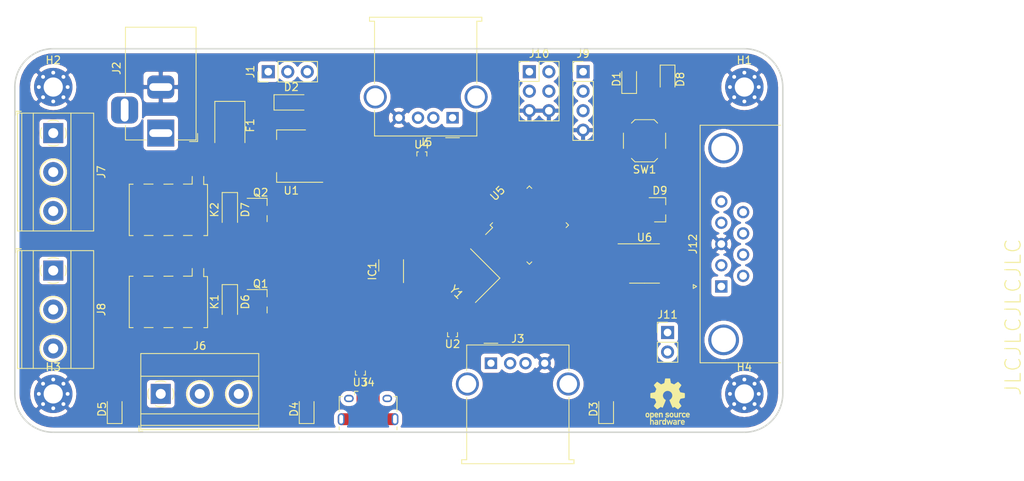
<source format=kicad_pcb>
(kicad_pcb (version 20171130) (host pcbnew 5.1.7)

  (general
    (thickness 1.6)
    (drawings 9)
    (tracks 0)
    (zones 0)
    (modules 40)
    (nets 84)
  )

  (page A4)
  (layers
    (0 F.Cu signal)
    (31 B.Cu signal)
    (32 B.Adhes user)
    (33 F.Adhes user)
    (34 B.Paste user)
    (35 F.Paste user)
    (36 B.SilkS user)
    (37 F.SilkS user)
    (38 B.Mask user)
    (39 F.Mask user)
    (40 Dwgs.User user)
    (41 Cmts.User user)
    (42 Eco1.User user)
    (43 Eco2.User user)
    (44 Edge.Cuts user)
    (45 Margin user)
    (46 B.CrtYd user)
    (47 F.CrtYd user)
    (48 B.Fab user)
    (49 F.Fab user)
  )

  (setup
    (last_trace_width 0.2)
    (user_trace_width 0.2)
    (user_trace_width 0.254)
    (user_trace_width 0.381)
    (user_trace_width 0.508)
    (user_trace_width 1)
    (user_trace_width 1.27)
    (user_trace_width 2)
    (user_trace_width 2.54)
    (user_trace_width 3)
    (trace_clearance 0.2)
    (zone_clearance 0.508)
    (zone_45_only no)
    (trace_min 0.2)
    (via_size 0.8)
    (via_drill 0.4)
    (via_min_size 0.4)
    (via_min_drill 0.3)
    (user_via 0.635 0.3048)
    (user_via 1.27 0.635)
    (uvia_size 0.3)
    (uvia_drill 0.1)
    (uvias_allowed no)
    (uvia_min_size 0.2)
    (uvia_min_drill 0.1)
    (edge_width 0.05)
    (segment_width 0.2)
    (pcb_text_width 0.3)
    (pcb_text_size 1.5 1.5)
    (mod_edge_width 0.12)
    (mod_text_size 1 1)
    (mod_text_width 0.15)
    (pad_size 1.524 1.524)
    (pad_drill 0.762)
    (pad_to_mask_clearance 0.05)
    (aux_axis_origin 0 0)
    (grid_origin 100 100)
    (visible_elements FFFFFF7F)
    (pcbplotparams
      (layerselection 0x010fc_ffffffff)
      (usegerberextensions false)
      (usegerberattributes true)
      (usegerberadvancedattributes true)
      (creategerberjobfile true)
      (excludeedgelayer true)
      (linewidth 0.100000)
      (plotframeref false)
      (viasonmask false)
      (mode 1)
      (useauxorigin false)
      (hpglpennumber 1)
      (hpglpenspeed 20)
      (hpglpendiameter 15.000000)
      (psnegative false)
      (psa4output false)
      (plotreference true)
      (plotvalue false)
      (plotinvisibletext false)
      (padsonsilk false)
      (subtractmaskfromsilk false)
      (outputformat 1)
      (mirror false)
      (drillshape 0)
      (scaleselection 1)
      (outputdirectory "."))
  )

  (net 0 "")
  (net 1 +5V)
  (net 2 GND)
  (net 3 +3V3)
  (net 4 "Net-(D3-Pad1)")
  (net 5 /VBUS_A)
  (net 6 /VBUS_B)
  (net 7 "Net-(D4-Pad1)")
  (net 8 "Net-(D5-Pad1)")
  (net 9 "Net-(D6-Pad2)")
  (net 10 /GP_RELAY_LED)
  (net 11 "Net-(F1-Pad1)")
  (net 12 /VBUS_IN)
  (net 13 "Net-(J6-Pad1)")
  (net 14 "Net-(J6-Pad2)")
  (net 15 "Net-(J6-Pad3)")
  (net 16 "Net-(J7-Pad2)")
  (net 17 "Net-(J8-Pad1)")
  (net 18 "Net-(J8-Pad2)")
  (net 19 "Net-(J8-Pad3)")
  (net 20 /HOST_D-)
  (net 21 /HOST_D+)
  (net 22 /1D+)
  (net 23 /1D-)
  (net 24 /2D+)
  (net 25 /2D-)
  (net 26 "Net-(J10-Pad4)")
  (net 27 "Net-(D1-Pad1)")
  (net 28 "Net-(D8-Pad1)")
  (net 29 "Net-(D8-Pad2)")
  (net 30 "Net-(D9-Pad1)")
  (net 31 "Net-(D9-Pad2)")
  (net 32 ^OE)
  (net 33 S)
  (net 34 "Net-(J1-Pad1)")
  (net 35 "Net-(J3-Pad5)")
  (net 36 "Net-(J4-Pad6)")
  (net 37 "Net-(J5-Pad5)")
  (net 38 "Net-(J7-Pad1)")
  (net 39 "Net-(J7-Pad3)")
  (net 40 /uC/SWIO)
  (net 41 /uC/SWCLK)
  (net 42 "Net-(J10-Pad3)")
  (net 43 "Net-(J11-Pad2)")
  (net 44 "Net-(J12-Pad1)")
  (net 45 "Net-(J12-Pad4)")
  (net 46 "Net-(J12-Pad5)")
  (net 47 "Net-(J12-Pad6)")
  (net 48 "Net-(J12-Pad7)")
  (net 49 "Net-(J12-Pad8)")
  (net 50 USB_RELAY)
  (net 51 GP_RELAY)
  (net 52 /uC/NRST)
  (net 53 "Net-(U5-Pad2)")
  (net 54 "Net-(U5-Pad3)")
  (net 55 "Net-(U5-Pad4)")
  (net 56 /uC/X1)
  (net 57 /uC/X2)
  (net 58 "Net-(U5-Pad15)")
  (net 59 "Net-(U5-Pad16)")
  (net 60 "Net-(U5-Pad17)")
  (net 61 "Net-(U5-Pad18)")
  (net 62 /uC/BOOT1)
  (net 63 "Net-(U5-Pad20)")
  (net 64 "Net-(U5-Pad21)")
  (net 65 "Net-(U5-Pad22)")
  (net 66 "Net-(U5-Pad25)")
  (net 67 "Net-(U5-Pad26)")
  (net 68 "Net-(U5-Pad27)")
  (net 69 "Net-(U5-Pad28)")
  (net 70 "Net-(U5-Pad29)")
  (net 71 "Net-(U5-Pad30)")
  (net 72 "Net-(U5-Pad31)")
  (net 73 "Net-(U5-Pad32)")
  (net 74 "Net-(U5-Pad33)")
  (net 75 "Net-(U5-Pad38)")
  (net 76 "Net-(U5-Pad39)")
  (net 77 "Net-(U5-Pad40)")
  (net 78 "Net-(U5-Pad41)")
  (net 79 "Net-(U5-Pad42)")
  (net 80 "Net-(U5-Pad43)")
  (net 81 /uC/BOOT0)
  (net 82 /uC/CAN_RX)
  (net 83 /uC/CAN_TX)

  (net_class Default "This is the default net class."
    (clearance 0.2)
    (trace_width 0.25)
    (via_dia 0.8)
    (via_drill 0.4)
    (uvia_dia 0.3)
    (uvia_drill 0.1)
    (add_net +3V3)
    (add_net +5V)
    (add_net /1D+)
    (add_net /1D-)
    (add_net /2D+)
    (add_net /2D-)
    (add_net /GP_RELAY_LED)
    (add_net /HOST_D+)
    (add_net /HOST_D-)
    (add_net /VBUS_A)
    (add_net /VBUS_B)
    (add_net /VBUS_IN)
    (add_net /uC/BOOT0)
    (add_net /uC/BOOT1)
    (add_net /uC/CAN_RX)
    (add_net /uC/CAN_TX)
    (add_net /uC/NRST)
    (add_net /uC/SWCLK)
    (add_net /uC/SWIO)
    (add_net /uC/X1)
    (add_net /uC/X2)
    (add_net GND)
    (add_net GP_RELAY)
    (add_net "Net-(D1-Pad1)")
    (add_net "Net-(D3-Pad1)")
    (add_net "Net-(D4-Pad1)")
    (add_net "Net-(D5-Pad1)")
    (add_net "Net-(D6-Pad2)")
    (add_net "Net-(D8-Pad1)")
    (add_net "Net-(D8-Pad2)")
    (add_net "Net-(D9-Pad1)")
    (add_net "Net-(D9-Pad2)")
    (add_net "Net-(F1-Pad1)")
    (add_net "Net-(J1-Pad1)")
    (add_net "Net-(J10-Pad3)")
    (add_net "Net-(J10-Pad4)")
    (add_net "Net-(J11-Pad2)")
    (add_net "Net-(J12-Pad1)")
    (add_net "Net-(J12-Pad4)")
    (add_net "Net-(J12-Pad5)")
    (add_net "Net-(J12-Pad6)")
    (add_net "Net-(J12-Pad7)")
    (add_net "Net-(J12-Pad8)")
    (add_net "Net-(J3-Pad5)")
    (add_net "Net-(J4-Pad6)")
    (add_net "Net-(J5-Pad5)")
    (add_net "Net-(J6-Pad1)")
    (add_net "Net-(J6-Pad2)")
    (add_net "Net-(J6-Pad3)")
    (add_net "Net-(J7-Pad1)")
    (add_net "Net-(J7-Pad2)")
    (add_net "Net-(J7-Pad3)")
    (add_net "Net-(J8-Pad1)")
    (add_net "Net-(J8-Pad2)")
    (add_net "Net-(J8-Pad3)")
    (add_net "Net-(U5-Pad15)")
    (add_net "Net-(U5-Pad16)")
    (add_net "Net-(U5-Pad17)")
    (add_net "Net-(U5-Pad18)")
    (add_net "Net-(U5-Pad2)")
    (add_net "Net-(U5-Pad20)")
    (add_net "Net-(U5-Pad21)")
    (add_net "Net-(U5-Pad22)")
    (add_net "Net-(U5-Pad25)")
    (add_net "Net-(U5-Pad26)")
    (add_net "Net-(U5-Pad27)")
    (add_net "Net-(U5-Pad28)")
    (add_net "Net-(U5-Pad29)")
    (add_net "Net-(U5-Pad3)")
    (add_net "Net-(U5-Pad30)")
    (add_net "Net-(U5-Pad31)")
    (add_net "Net-(U5-Pad32)")
    (add_net "Net-(U5-Pad33)")
    (add_net "Net-(U5-Pad38)")
    (add_net "Net-(U5-Pad39)")
    (add_net "Net-(U5-Pad4)")
    (add_net "Net-(U5-Pad40)")
    (add_net "Net-(U5-Pad41)")
    (add_net "Net-(U5-Pad42)")
    (add_net "Net-(U5-Pad43)")
    (add_net S)
    (add_net USB_RELAY)
    (add_net ^OE)
  )

  (module LED_SMD:LED_0805_2012Metric_Pad1.15x1.40mm_HandSolder (layer F.Cu) (tedit 5F68FEF1) (tstamp 5F7FD5AC)
    (at 180 53.975 90)
    (descr "LED SMD 0805 (2012 Metric), square (rectangular) end terminal, IPC_7351 nominal, (Body size source: https://docs.google.com/spreadsheets/d/1BsfQQcO9C6DZCsRaXUlFlo91Tg2WpOkGARC1WS5S8t0/edit?usp=sharing), generated with kicad-footprint-generator")
    (tags "LED handsolder")
    (path /5F87378D)
    (attr smd)
    (fp_text reference D1 (at 0 -1.65 90) (layer F.SilkS)
      (effects (font (size 1 1) (thickness 0.15)))
    )
    (fp_text value LED_PWR (at 0 1.65 90) (layer F.Fab)
      (effects (font (size 1 1) (thickness 0.15)))
    )
    (fp_line (start 1.85 0.95) (end -1.85 0.95) (layer F.CrtYd) (width 0.05))
    (fp_line (start 1.85 -0.95) (end 1.85 0.95) (layer F.CrtYd) (width 0.05))
    (fp_line (start -1.85 -0.95) (end 1.85 -0.95) (layer F.CrtYd) (width 0.05))
    (fp_line (start -1.85 0.95) (end -1.85 -0.95) (layer F.CrtYd) (width 0.05))
    (fp_line (start -1.86 0.96) (end 1 0.96) (layer F.SilkS) (width 0.12))
    (fp_line (start -1.86 -0.96) (end -1.86 0.96) (layer F.SilkS) (width 0.12))
    (fp_line (start 1 -0.96) (end -1.86 -0.96) (layer F.SilkS) (width 0.12))
    (fp_line (start 1 0.6) (end 1 -0.6) (layer F.Fab) (width 0.1))
    (fp_line (start -1 0.6) (end 1 0.6) (layer F.Fab) (width 0.1))
    (fp_line (start -1 -0.3) (end -1 0.6) (layer F.Fab) (width 0.1))
    (fp_line (start -0.7 -0.6) (end -1 -0.3) (layer F.Fab) (width 0.1))
    (fp_line (start 1 -0.6) (end -0.7 -0.6) (layer F.Fab) (width 0.1))
    (fp_text user %R (at 0 0 90) (layer F.Fab)
      (effects (font (size 0.5 0.5) (thickness 0.08)))
    )
    (pad 1 smd roundrect (at -1.025 0 90) (size 1.15 1.4) (layers F.Cu F.Paste F.Mask) (roundrect_rratio 0.217391)
      (net 27 "Net-(D1-Pad1)"))
    (pad 2 smd roundrect (at 1.025 0 90) (size 1.15 1.4) (layers F.Cu F.Paste F.Mask) (roundrect_rratio 0.217391)
      (net 3 +3V3))
    (model ${KISYS3DMOD}/LED_SMD.3dshapes/LED_0805_2012Metric.wrl
      (at (xyz 0 0 0))
      (scale (xyz 1 1 1))
      (rotate (xyz 0 0 0))
    )
  )

  (module Diode_SMD:D_SOD-123 (layer F.Cu) (tedit 58645DC7) (tstamp 5F7FD5C5)
    (at 136 57)
    (descr SOD-123)
    (tags SOD-123)
    (path /5F7061EC)
    (attr smd)
    (fp_text reference D2 (at 0 -2) (layer F.SilkS)
      (effects (font (size 1 1) (thickness 0.15)))
    )
    (fp_text value "5.6V 1A" (at 0 2.1) (layer F.Fab)
      (effects (font (size 1 1) (thickness 0.15)))
    )
    (fp_text user %R (at 0 -2) (layer F.Fab)
      (effects (font (size 1 1) (thickness 0.15)))
    )
    (fp_line (start -2.25 -1) (end -2.25 1) (layer F.SilkS) (width 0.12))
    (fp_line (start 0.25 0) (end 0.75 0) (layer F.Fab) (width 0.1))
    (fp_line (start 0.25 0.4) (end -0.35 0) (layer F.Fab) (width 0.1))
    (fp_line (start 0.25 -0.4) (end 0.25 0.4) (layer F.Fab) (width 0.1))
    (fp_line (start -0.35 0) (end 0.25 -0.4) (layer F.Fab) (width 0.1))
    (fp_line (start -0.35 0) (end -0.35 0.55) (layer F.Fab) (width 0.1))
    (fp_line (start -0.35 0) (end -0.35 -0.55) (layer F.Fab) (width 0.1))
    (fp_line (start -0.75 0) (end -0.35 0) (layer F.Fab) (width 0.1))
    (fp_line (start -1.4 0.9) (end -1.4 -0.9) (layer F.Fab) (width 0.1))
    (fp_line (start 1.4 0.9) (end -1.4 0.9) (layer F.Fab) (width 0.1))
    (fp_line (start 1.4 -0.9) (end 1.4 0.9) (layer F.Fab) (width 0.1))
    (fp_line (start -1.4 -0.9) (end 1.4 -0.9) (layer F.Fab) (width 0.1))
    (fp_line (start -2.35 -1.15) (end 2.35 -1.15) (layer F.CrtYd) (width 0.05))
    (fp_line (start 2.35 -1.15) (end 2.35 1.15) (layer F.CrtYd) (width 0.05))
    (fp_line (start 2.35 1.15) (end -2.35 1.15) (layer F.CrtYd) (width 0.05))
    (fp_line (start -2.35 -1.15) (end -2.35 1.15) (layer F.CrtYd) (width 0.05))
    (fp_line (start -2.25 1) (end 1.65 1) (layer F.SilkS) (width 0.12))
    (fp_line (start -2.25 -1) (end 1.65 -1) (layer F.SilkS) (width 0.12))
    (pad 2 smd rect (at 1.65 0) (size 0.9 1.2) (layers F.Cu F.Paste F.Mask)
      (net 2 GND))
    (pad 1 smd rect (at -1.65 0) (size 0.9 1.2) (layers F.Cu F.Paste F.Mask)
      (net 1 +5V))
    (model ${KISYS3DMOD}/Diode_SMD.3dshapes/D_SOD-123.wrl
      (at (xyz 0 0 0))
      (scale (xyz 1 1 1))
      (rotate (xyz 0 0 0))
    )
  )

  (module LED_SMD:LED_0805_2012Metric_Pad1.15x1.40mm_HandSolder (layer F.Cu) (tedit 5F68FEF1) (tstamp 5F7FD5D8)
    (at 177 97 90)
    (descr "LED SMD 0805 (2012 Metric), square (rectangular) end terminal, IPC_7351 nominal, (Body size source: https://docs.google.com/spreadsheets/d/1BsfQQcO9C6DZCsRaXUlFlo91Tg2WpOkGARC1WS5S8t0/edit?usp=sharing), generated with kicad-footprint-generator")
    (tags "LED handsolder")
    (path /5F89F557)
    (attr smd)
    (fp_text reference D3 (at 0 -1.65 90) (layer F.SilkS)
      (effects (font (size 1 1) (thickness 0.15)))
    )
    (fp_text value LED_UA (at 0 1.65 90) (layer F.Fab)
      (effects (font (size 1 1) (thickness 0.15)))
    )
    (fp_line (start 1.85 0.95) (end -1.85 0.95) (layer F.CrtYd) (width 0.05))
    (fp_line (start 1.85 -0.95) (end 1.85 0.95) (layer F.CrtYd) (width 0.05))
    (fp_line (start -1.85 -0.95) (end 1.85 -0.95) (layer F.CrtYd) (width 0.05))
    (fp_line (start -1.85 0.95) (end -1.85 -0.95) (layer F.CrtYd) (width 0.05))
    (fp_line (start -1.86 0.96) (end 1 0.96) (layer F.SilkS) (width 0.12))
    (fp_line (start -1.86 -0.96) (end -1.86 0.96) (layer F.SilkS) (width 0.12))
    (fp_line (start 1 -0.96) (end -1.86 -0.96) (layer F.SilkS) (width 0.12))
    (fp_line (start 1 0.6) (end 1 -0.6) (layer F.Fab) (width 0.1))
    (fp_line (start -1 0.6) (end 1 0.6) (layer F.Fab) (width 0.1))
    (fp_line (start -1 -0.3) (end -1 0.6) (layer F.Fab) (width 0.1))
    (fp_line (start -0.7 -0.6) (end -1 -0.3) (layer F.Fab) (width 0.1))
    (fp_line (start 1 -0.6) (end -0.7 -0.6) (layer F.Fab) (width 0.1))
    (fp_text user %R (at 0 0 90) (layer F.Fab)
      (effects (font (size 0.5 0.5) (thickness 0.08)))
    )
    (pad 1 smd roundrect (at -1.025 0 90) (size 1.15 1.4) (layers F.Cu F.Paste F.Mask) (roundrect_rratio 0.217391)
      (net 4 "Net-(D3-Pad1)"))
    (pad 2 smd roundrect (at 1.025 0 90) (size 1.15 1.4) (layers F.Cu F.Paste F.Mask) (roundrect_rratio 0.217391)
      (net 5 /VBUS_A))
    (model ${KISYS3DMOD}/LED_SMD.3dshapes/LED_0805_2012Metric.wrl
      (at (xyz 0 0 0))
      (scale (xyz 1 1 1))
      (rotate (xyz 0 0 0))
    )
  )

  (module LED_SMD:LED_0805_2012Metric_Pad1.15x1.40mm_HandSolder (layer F.Cu) (tedit 5F68FEF1) (tstamp 5F7FD5EB)
    (at 138 97 90)
    (descr "LED SMD 0805 (2012 Metric), square (rectangular) end terminal, IPC_7351 nominal, (Body size source: https://docs.google.com/spreadsheets/d/1BsfQQcO9C6DZCsRaXUlFlo91Tg2WpOkGARC1WS5S8t0/edit?usp=sharing), generated with kicad-footprint-generator")
    (tags "LED handsolder")
    (path /5F8A95D8)
    (attr smd)
    (fp_text reference D4 (at 0 -1.65 90) (layer F.SilkS)
      (effects (font (size 1 1) (thickness 0.15)))
    )
    (fp_text value LED_UB (at 0 1.65 90) (layer F.Fab)
      (effects (font (size 1 1) (thickness 0.15)))
    )
    (fp_text user %R (at 0 1 90) (layer F.Fab)
      (effects (font (size 0.5 0.5) (thickness 0.08)))
    )
    (fp_line (start 1 -0.6) (end -0.7 -0.6) (layer F.Fab) (width 0.1))
    (fp_line (start -0.7 -0.6) (end -1 -0.3) (layer F.Fab) (width 0.1))
    (fp_line (start -1 -0.3) (end -1 0.6) (layer F.Fab) (width 0.1))
    (fp_line (start -1 0.6) (end 1 0.6) (layer F.Fab) (width 0.1))
    (fp_line (start 1 0.6) (end 1 -0.6) (layer F.Fab) (width 0.1))
    (fp_line (start 1 -0.96) (end -1.86 -0.96) (layer F.SilkS) (width 0.12))
    (fp_line (start -1.86 -0.96) (end -1.86 0.96) (layer F.SilkS) (width 0.12))
    (fp_line (start -1.86 0.96) (end 1 0.96) (layer F.SilkS) (width 0.12))
    (fp_line (start -1.85 0.95) (end -1.85 -0.95) (layer F.CrtYd) (width 0.05))
    (fp_line (start -1.85 -0.95) (end 1.85 -0.95) (layer F.CrtYd) (width 0.05))
    (fp_line (start 1.85 -0.95) (end 1.85 0.95) (layer F.CrtYd) (width 0.05))
    (fp_line (start 1.85 0.95) (end -1.85 0.95) (layer F.CrtYd) (width 0.05))
    (pad 2 smd roundrect (at 1.025 0 90) (size 1.15 1.4) (layers F.Cu F.Paste F.Mask) (roundrect_rratio 0.217391)
      (net 6 /VBUS_B))
    (pad 1 smd roundrect (at -1.025 0 90) (size 1.15 1.4) (layers F.Cu F.Paste F.Mask) (roundrect_rratio 0.217391)
      (net 7 "Net-(D4-Pad1)"))
    (model ${KISYS3DMOD}/LED_SMD.3dshapes/LED_0805_2012Metric.wrl
      (at (xyz 0 0 0))
      (scale (xyz 1 1 1))
      (rotate (xyz 0 0 0))
    )
  )

  (module LED_SMD:LED_0805_2012Metric_Pad1.15x1.40mm_HandSolder (layer F.Cu) (tedit 5F68FEF1) (tstamp 5F7FD5FE)
    (at 113 97 90)
    (descr "LED SMD 0805 (2012 Metric), square (rectangular) end terminal, IPC_7351 nominal, (Body size source: https://docs.google.com/spreadsheets/d/1BsfQQcO9C6DZCsRaXUlFlo91Tg2WpOkGARC1WS5S8t0/edit?usp=sharing), generated with kicad-footprint-generator")
    (tags "LED handsolder")
    (path /5F8D89D9)
    (attr smd)
    (fp_text reference D5 (at 0 -1.65 90) (layer F.SilkS)
      (effects (font (size 1 1) (thickness 0.15)))
    )
    (fp_text value LED_GP (at 0 1.65 90) (layer F.Fab)
      (effects (font (size 1 1) (thickness 0.15)))
    )
    (fp_line (start 1.85 0.95) (end -1.85 0.95) (layer F.CrtYd) (width 0.05))
    (fp_line (start 1.85 -0.95) (end 1.85 0.95) (layer F.CrtYd) (width 0.05))
    (fp_line (start -1.85 -0.95) (end 1.85 -0.95) (layer F.CrtYd) (width 0.05))
    (fp_line (start -1.85 0.95) (end -1.85 -0.95) (layer F.CrtYd) (width 0.05))
    (fp_line (start -1.86 0.96) (end 1 0.96) (layer F.SilkS) (width 0.12))
    (fp_line (start -1.86 -0.96) (end -1.86 0.96) (layer F.SilkS) (width 0.12))
    (fp_line (start 1 -0.96) (end -1.86 -0.96) (layer F.SilkS) (width 0.12))
    (fp_line (start 1 0.6) (end 1 -0.6) (layer F.Fab) (width 0.1))
    (fp_line (start -1 0.6) (end 1 0.6) (layer F.Fab) (width 0.1))
    (fp_line (start -1 -0.3) (end -1 0.6) (layer F.Fab) (width 0.1))
    (fp_line (start -0.7 -0.6) (end -1 -0.3) (layer F.Fab) (width 0.1))
    (fp_line (start 1 -0.6) (end -0.7 -0.6) (layer F.Fab) (width 0.1))
    (fp_text user %R (at 0 0 90) (layer F.Fab)
      (effects (font (size 0.5 0.5) (thickness 0.08)))
    )
    (pad 1 smd roundrect (at -1.025 0 90) (size 1.15 1.4) (layers F.Cu F.Paste F.Mask) (roundrect_rratio 0.217391)
      (net 8 "Net-(D5-Pad1)"))
    (pad 2 smd roundrect (at 1.025 0 90) (size 1.15 1.4) (layers F.Cu F.Paste F.Mask) (roundrect_rratio 0.217391)
      (net 1 +5V))
    (model ${KISYS3DMOD}/LED_SMD.3dshapes/LED_0805_2012Metric.wrl
      (at (xyz 0 0 0))
      (scale (xyz 1 1 1))
      (rotate (xyz 0 0 0))
    )
  )

  (module Diode_SMD:D_SOD-123 (layer F.Cu) (tedit 58645DC7) (tstamp 5F7FD617)
    (at 128 83 270)
    (descr SOD-123)
    (tags SOD-123)
    (path /5F78FA60)
    (attr smd)
    (fp_text reference D6 (at 0 -2 90) (layer F.SilkS)
      (effects (font (size 1 1) (thickness 0.15)))
    )
    (fp_text value 1N4148W (at 0 2.1 90) (layer F.Fab)
      (effects (font (size 1 1) (thickness 0.15)))
    )
    (fp_line (start -2.25 -1) (end 1.65 -1) (layer F.SilkS) (width 0.12))
    (fp_line (start -2.25 1) (end 1.65 1) (layer F.SilkS) (width 0.12))
    (fp_line (start -2.35 -1.15) (end -2.35 1.15) (layer F.CrtYd) (width 0.05))
    (fp_line (start 2.35 1.15) (end -2.35 1.15) (layer F.CrtYd) (width 0.05))
    (fp_line (start 2.35 -1.15) (end 2.35 1.15) (layer F.CrtYd) (width 0.05))
    (fp_line (start -2.35 -1.15) (end 2.35 -1.15) (layer F.CrtYd) (width 0.05))
    (fp_line (start -1.4 -0.9) (end 1.4 -0.9) (layer F.Fab) (width 0.1))
    (fp_line (start 1.4 -0.9) (end 1.4 0.9) (layer F.Fab) (width 0.1))
    (fp_line (start 1.4 0.9) (end -1.4 0.9) (layer F.Fab) (width 0.1))
    (fp_line (start -1.4 0.9) (end -1.4 -0.9) (layer F.Fab) (width 0.1))
    (fp_line (start -0.75 0) (end -0.35 0) (layer F.Fab) (width 0.1))
    (fp_line (start -0.35 0) (end -0.35 -0.55) (layer F.Fab) (width 0.1))
    (fp_line (start -0.35 0) (end -0.35 0.55) (layer F.Fab) (width 0.1))
    (fp_line (start -0.35 0) (end 0.25 -0.4) (layer F.Fab) (width 0.1))
    (fp_line (start 0.25 -0.4) (end 0.25 0.4) (layer F.Fab) (width 0.1))
    (fp_line (start 0.25 0.4) (end -0.35 0) (layer F.Fab) (width 0.1))
    (fp_line (start 0.25 0) (end 0.75 0) (layer F.Fab) (width 0.1))
    (fp_line (start -2.25 -1) (end -2.25 1) (layer F.SilkS) (width 0.12))
    (fp_text user %R (at 0 -2 90) (layer F.Fab)
      (effects (font (size 1 1) (thickness 0.15)))
    )
    (pad 1 smd rect (at -1.65 0 270) (size 0.9 1.2) (layers F.Cu F.Paste F.Mask)
      (net 1 +5V))
    (pad 2 smd rect (at 1.65 0 270) (size 0.9 1.2) (layers F.Cu F.Paste F.Mask)
      (net 9 "Net-(D6-Pad2)"))
    (model ${KISYS3DMOD}/Diode_SMD.3dshapes/D_SOD-123.wrl
      (at (xyz 0 0 0))
      (scale (xyz 1 1 1))
      (rotate (xyz 0 0 0))
    )
  )

  (module Diode_SMD:D_SOD-123 (layer F.Cu) (tedit 58645DC7) (tstamp 5F7FD630)
    (at 128 71 270)
    (descr SOD-123)
    (tags SOD-123)
    (path /5F81F85C)
    (attr smd)
    (fp_text reference D7 (at 0 -2 90) (layer F.SilkS)
      (effects (font (size 1 1) (thickness 0.15)))
    )
    (fp_text value 1N4148W (at 0 2.1 90) (layer F.Fab)
      (effects (font (size 1 1) (thickness 0.15)))
    )
    (fp_line (start -2.25 -1) (end 1.65 -1) (layer F.SilkS) (width 0.12))
    (fp_line (start -2.25 1) (end 1.65 1) (layer F.SilkS) (width 0.12))
    (fp_line (start -2.35 -1.15) (end -2.35 1.15) (layer F.CrtYd) (width 0.05))
    (fp_line (start 2.35 1.15) (end -2.35 1.15) (layer F.CrtYd) (width 0.05))
    (fp_line (start 2.35 -1.15) (end 2.35 1.15) (layer F.CrtYd) (width 0.05))
    (fp_line (start -2.35 -1.15) (end 2.35 -1.15) (layer F.CrtYd) (width 0.05))
    (fp_line (start -1.4 -0.9) (end 1.4 -0.9) (layer F.Fab) (width 0.1))
    (fp_line (start 1.4 -0.9) (end 1.4 0.9) (layer F.Fab) (width 0.1))
    (fp_line (start 1.4 0.9) (end -1.4 0.9) (layer F.Fab) (width 0.1))
    (fp_line (start -1.4 0.9) (end -1.4 -0.9) (layer F.Fab) (width 0.1))
    (fp_line (start -0.75 0) (end -0.35 0) (layer F.Fab) (width 0.1))
    (fp_line (start -0.35 0) (end -0.35 -0.55) (layer F.Fab) (width 0.1))
    (fp_line (start -0.35 0) (end -0.35 0.55) (layer F.Fab) (width 0.1))
    (fp_line (start -0.35 0) (end 0.25 -0.4) (layer F.Fab) (width 0.1))
    (fp_line (start 0.25 -0.4) (end 0.25 0.4) (layer F.Fab) (width 0.1))
    (fp_line (start 0.25 0.4) (end -0.35 0) (layer F.Fab) (width 0.1))
    (fp_line (start 0.25 0) (end 0.75 0) (layer F.Fab) (width 0.1))
    (fp_line (start -2.25 -1) (end -2.25 1) (layer F.SilkS) (width 0.12))
    (fp_text user %R (at 0 -2 90) (layer F.Fab)
      (effects (font (size 1 1) (thickness 0.15)))
    )
    (pad 1 smd rect (at -1.65 0 270) (size 0.9 1.2) (layers F.Cu F.Paste F.Mask)
      (net 1 +5V))
    (pad 2 smd rect (at 1.65 0 270) (size 0.9 1.2) (layers F.Cu F.Paste F.Mask)
      (net 10 /GP_RELAY_LED))
    (model ${KISYS3DMOD}/Diode_SMD.3dshapes/D_SOD-123.wrl
      (at (xyz 0 0 0))
      (scale (xyz 1 1 1))
      (rotate (xyz 0 0 0))
    )
  )

  (module LED_SMD:LED_0805_2012Metric_Pad1.15x1.40mm_HandSolder (layer F.Cu) (tedit 5F68FEF1) (tstamp 5F7FD643)
    (at 185 54 270)
    (descr "LED SMD 0805 (2012 Metric), square (rectangular) end terminal, IPC_7351 nominal, (Body size source: https://docs.google.com/spreadsheets/d/1BsfQQcO9C6DZCsRaXUlFlo91Tg2WpOkGARC1WS5S8t0/edit?usp=sharing), generated with kicad-footprint-generator")
    (tags "LED handsolder")
    (path /5FCC1275/5FE96F7F)
    (attr smd)
    (fp_text reference D8 (at 0 -1.65 90) (layer F.SilkS)
      (effects (font (size 1 1) (thickness 0.15)))
    )
    (fp_text value LED (at 0 1.65 90) (layer F.Fab)
      (effects (font (size 1 1) (thickness 0.15)))
    )
    (fp_text user %R (at 0 0 90) (layer F.Fab)
      (effects (font (size 0.5 0.5) (thickness 0.08)))
    )
    (fp_line (start 1 -0.6) (end -0.7 -0.6) (layer F.Fab) (width 0.1))
    (fp_line (start -0.7 -0.6) (end -1 -0.3) (layer F.Fab) (width 0.1))
    (fp_line (start -1 -0.3) (end -1 0.6) (layer F.Fab) (width 0.1))
    (fp_line (start -1 0.6) (end 1 0.6) (layer F.Fab) (width 0.1))
    (fp_line (start 1 0.6) (end 1 -0.6) (layer F.Fab) (width 0.1))
    (fp_line (start 1 -0.96) (end -1.86 -0.96) (layer F.SilkS) (width 0.12))
    (fp_line (start -1.86 -0.96) (end -1.86 0.96) (layer F.SilkS) (width 0.12))
    (fp_line (start -1.86 0.96) (end 1 0.96) (layer F.SilkS) (width 0.12))
    (fp_line (start -1.85 0.95) (end -1.85 -0.95) (layer F.CrtYd) (width 0.05))
    (fp_line (start -1.85 -0.95) (end 1.85 -0.95) (layer F.CrtYd) (width 0.05))
    (fp_line (start 1.85 -0.95) (end 1.85 0.95) (layer F.CrtYd) (width 0.05))
    (fp_line (start 1.85 0.95) (end -1.85 0.95) (layer F.CrtYd) (width 0.05))
    (pad 2 smd roundrect (at 1.025 0 270) (size 1.15 1.4) (layers F.Cu F.Paste F.Mask) (roundrect_rratio 0.217391)
      (net 29 "Net-(D8-Pad2)"))
    (pad 1 smd roundrect (at -1.025 0 270) (size 1.15 1.4) (layers F.Cu F.Paste F.Mask) (roundrect_rratio 0.217391)
      (net 28 "Net-(D8-Pad1)"))
    (model ${KISYS3DMOD}/LED_SMD.3dshapes/LED_0805_2012Metric.wrl
      (at (xyz 0 0 0))
      (scale (xyz 1 1 1))
      (rotate (xyz 0 0 0))
    )
  )

  (module Package_TO_SOT_SMD:SOT-23 (layer F.Cu) (tedit 5A02FF57) (tstamp 5F7FD658)
    (at 184 71)
    (descr "SOT-23, Standard")
    (tags SOT-23)
    (path /5FCC1275/5F7DECD3)
    (attr smd)
    (fp_text reference D9 (at 0 -2.5) (layer F.SilkS)
      (effects (font (size 1 1) (thickness 0.15)))
    )
    (fp_text value SZNUP2105L (at 0 2.5) (layer F.Fab)
      (effects (font (size 1 1) (thickness 0.15)))
    )
    (fp_line (start 0.76 1.58) (end -0.7 1.58) (layer F.SilkS) (width 0.12))
    (fp_line (start 0.76 -1.58) (end -1.4 -1.58) (layer F.SilkS) (width 0.12))
    (fp_line (start -1.7 1.75) (end -1.7 -1.75) (layer F.CrtYd) (width 0.05))
    (fp_line (start 1.7 1.75) (end -1.7 1.75) (layer F.CrtYd) (width 0.05))
    (fp_line (start 1.7 -1.75) (end 1.7 1.75) (layer F.CrtYd) (width 0.05))
    (fp_line (start -1.7 -1.75) (end 1.7 -1.75) (layer F.CrtYd) (width 0.05))
    (fp_line (start 0.76 -1.58) (end 0.76 -0.65) (layer F.SilkS) (width 0.12))
    (fp_line (start 0.76 1.58) (end 0.76 0.65) (layer F.SilkS) (width 0.12))
    (fp_line (start -0.7 1.52) (end 0.7 1.52) (layer F.Fab) (width 0.1))
    (fp_line (start 0.7 -1.52) (end 0.7 1.52) (layer F.Fab) (width 0.1))
    (fp_line (start -0.7 -0.95) (end -0.15 -1.52) (layer F.Fab) (width 0.1))
    (fp_line (start -0.15 -1.52) (end 0.7 -1.52) (layer F.Fab) (width 0.1))
    (fp_line (start -0.7 -0.95) (end -0.7 1.5) (layer F.Fab) (width 0.1))
    (fp_text user %R (at 0 0 90) (layer F.Fab)
      (effects (font (size 0.5 0.5) (thickness 0.075)))
    )
    (pad 1 smd rect (at -1 -0.95) (size 0.9 0.8) (layers F.Cu F.Paste F.Mask)
      (net 30 "Net-(D9-Pad1)"))
    (pad 2 smd rect (at -1 0.95) (size 0.9 0.8) (layers F.Cu F.Paste F.Mask)
      (net 31 "Net-(D9-Pad2)"))
    (pad 3 smd rect (at 1 0) (size 0.9 0.8) (layers F.Cu F.Paste F.Mask)
      (net 2 GND))
    (model ${KISYS3DMOD}/Package_TO_SOT_SMD.3dshapes/SOT-23.wrl
      (at (xyz 0 0 0))
      (scale (xyz 1 1 1))
      (rotate (xyz 0 0 0))
    )
  )

  (module Diode_SMD:D_1812_4532Metric_Pad1.30x3.40mm_HandSolder (layer F.Cu) (tedit 5F68FEF0) (tstamp 5F7FD66B)
    (at 128 60 270)
    (descr "Diode SMD 1812 (4532 Metric), square (rectangular) end terminal, IPC_7351 nominal, (Body size source: https://www.nikhef.nl/pub/departments/mt/projects/detectorR_D/dtddice/ERJ2G.pdf), generated with kicad-footprint-generator")
    (tags "diode handsolder")
    (path /5F703CFE)
    (attr smd)
    (fp_text reference F1 (at 0 -2.65 90) (layer F.SilkS)
      (effects (font (size 1 1) (thickness 0.15)))
    )
    (fp_text value 1A (at 0 2.65 90) (layer F.Fab)
      (effects (font (size 1 1) (thickness 0.15)))
    )
    (fp_line (start 3.12 1.95) (end -3.12 1.95) (layer F.CrtYd) (width 0.05))
    (fp_line (start 3.12 -1.95) (end 3.12 1.95) (layer F.CrtYd) (width 0.05))
    (fp_line (start -3.12 -1.95) (end 3.12 -1.95) (layer F.CrtYd) (width 0.05))
    (fp_line (start -3.12 1.95) (end -3.12 -1.95) (layer F.CrtYd) (width 0.05))
    (fp_line (start -3.135 1.96) (end 2.25 1.96) (layer F.SilkS) (width 0.12))
    (fp_line (start -3.135 -1.96) (end -3.135 1.96) (layer F.SilkS) (width 0.12))
    (fp_line (start 2.25 -1.96) (end -3.135 -1.96) (layer F.SilkS) (width 0.12))
    (fp_line (start 2.25 1.6) (end 2.25 -1.6) (layer F.Fab) (width 0.1))
    (fp_line (start -2.25 1.6) (end 2.25 1.6) (layer F.Fab) (width 0.1))
    (fp_line (start -2.25 -0.8) (end -2.25 1.6) (layer F.Fab) (width 0.1))
    (fp_line (start -1.45 -1.6) (end -2.25 -0.8) (layer F.Fab) (width 0.1))
    (fp_line (start 2.25 -1.6) (end -1.45 -1.6) (layer F.Fab) (width 0.1))
    (fp_text user %R (at 0 0 90) (layer F.Fab)
      (effects (font (size 1 1) (thickness 0.15)))
    )
    (pad 1 smd roundrect (at -2.225 0 270) (size 1.3 3.4) (layers F.Cu F.Paste F.Mask) (roundrect_rratio 0.192308)
      (net 11 "Net-(F1-Pad1)"))
    (pad 2 smd roundrect (at 2.225 0 270) (size 1.3 3.4) (layers F.Cu F.Paste F.Mask) (roundrect_rratio 0.192308)
      (net 1 +5V))
    (model ${KISYS3DMOD}/Diode_SMD.3dshapes/D_1812_4532Metric.wrl
      (at (xyz 0 0 0))
      (scale (xyz 1 1 1))
      (rotate (xyz 0 0 0))
    )
  )

  (module MountingHole:MountingHole_2.5mm_Pad_Via (layer F.Cu) (tedit 56DDBAEA) (tstamp 5F7FD67B)
    (at 195 55)
    (descr "Mounting Hole 2.5mm")
    (tags "mounting hole 2.5mm")
    (path /5F9FEE31)
    (attr virtual)
    (fp_text reference H1 (at 0 -3.5) (layer F.SilkS)
      (effects (font (size 1 1) (thickness 0.15)))
    )
    (fp_text value MountingHole_Pad (at 0 3.5) (layer F.Fab)
      (effects (font (size 1 1) (thickness 0.15)))
    )
    (fp_circle (center 0 0) (end 2.75 0) (layer F.CrtYd) (width 0.05))
    (fp_circle (center 0 0) (end 2.5 0) (layer Cmts.User) (width 0.15))
    (fp_text user %R (at 0.3 0) (layer F.Fab)
      (effects (font (size 1 1) (thickness 0.15)))
    )
    (pad 1 thru_hole circle (at 0 0) (size 5 5) (drill 2.5) (layers *.Cu *.Mask)
      (net 2 GND))
    (pad 1 thru_hole circle (at 1.875 0) (size 0.8 0.8) (drill 0.5) (layers *.Cu *.Mask)
      (net 2 GND))
    (pad 1 thru_hole circle (at 1.325825 1.325825) (size 0.8 0.8) (drill 0.5) (layers *.Cu *.Mask)
      (net 2 GND))
    (pad 1 thru_hole circle (at 0 1.875) (size 0.8 0.8) (drill 0.5) (layers *.Cu *.Mask)
      (net 2 GND))
    (pad 1 thru_hole circle (at -1.325825 1.325825) (size 0.8 0.8) (drill 0.5) (layers *.Cu *.Mask)
      (net 2 GND))
    (pad 1 thru_hole circle (at -1.875 0) (size 0.8 0.8) (drill 0.5) (layers *.Cu *.Mask)
      (net 2 GND))
    (pad 1 thru_hole circle (at -1.325825 -1.325825) (size 0.8 0.8) (drill 0.5) (layers *.Cu *.Mask)
      (net 2 GND))
    (pad 1 thru_hole circle (at 0 -1.875) (size 0.8 0.8) (drill 0.5) (layers *.Cu *.Mask)
      (net 2 GND))
    (pad 1 thru_hole circle (at 1.325825 -1.325825) (size 0.8 0.8) (drill 0.5) (layers *.Cu *.Mask)
      (net 2 GND))
  )

  (module MountingHole:MountingHole_2.5mm_Pad_Via (layer F.Cu) (tedit 56DDBAEA) (tstamp 5F7FD68B)
    (at 105 55)
    (descr "Mounting Hole 2.5mm")
    (tags "mounting hole 2.5mm")
    (path /5F9FE9AD)
    (attr virtual)
    (fp_text reference H2 (at 0 -3.5) (layer F.SilkS)
      (effects (font (size 1 1) (thickness 0.15)))
    )
    (fp_text value MountingHole_Pad (at 0 3.5) (layer F.Fab)
      (effects (font (size 1 1) (thickness 0.15)))
    )
    (fp_text user %R (at 0.3 0) (layer F.Fab)
      (effects (font (size 1 1) (thickness 0.15)))
    )
    (fp_circle (center 0 0) (end 2.5 0) (layer Cmts.User) (width 0.15))
    (fp_circle (center 0 0) (end 2.75 0) (layer F.CrtYd) (width 0.05))
    (pad 1 thru_hole circle (at 1.325825 -1.325825) (size 0.8 0.8) (drill 0.5) (layers *.Cu *.Mask)
      (net 2 GND))
    (pad 1 thru_hole circle (at 0 -1.875) (size 0.8 0.8) (drill 0.5) (layers *.Cu *.Mask)
      (net 2 GND))
    (pad 1 thru_hole circle (at -1.325825 -1.325825) (size 0.8 0.8) (drill 0.5) (layers *.Cu *.Mask)
      (net 2 GND))
    (pad 1 thru_hole circle (at -1.875 0) (size 0.8 0.8) (drill 0.5) (layers *.Cu *.Mask)
      (net 2 GND))
    (pad 1 thru_hole circle (at -1.325825 1.325825) (size 0.8 0.8) (drill 0.5) (layers *.Cu *.Mask)
      (net 2 GND))
    (pad 1 thru_hole circle (at 0 1.875) (size 0.8 0.8) (drill 0.5) (layers *.Cu *.Mask)
      (net 2 GND))
    (pad 1 thru_hole circle (at 1.325825 1.325825) (size 0.8 0.8) (drill 0.5) (layers *.Cu *.Mask)
      (net 2 GND))
    (pad 1 thru_hole circle (at 1.875 0) (size 0.8 0.8) (drill 0.5) (layers *.Cu *.Mask)
      (net 2 GND))
    (pad 1 thru_hole circle (at 0 0) (size 5 5) (drill 2.5) (layers *.Cu *.Mask)
      (net 2 GND))
  )

  (module MountingHole:MountingHole_2.5mm_Pad_Via (layer F.Cu) (tedit 56DDBAEA) (tstamp 5F7FD69B)
    (at 105 95)
    (descr "Mounting Hole 2.5mm")
    (tags "mounting hole 2.5mm")
    (path /5F9FD935)
    (attr virtual)
    (fp_text reference H3 (at 0 -3.5) (layer F.SilkS)
      (effects (font (size 1 1) (thickness 0.15)))
    )
    (fp_text value MountingHole_Pad (at 0 3.5) (layer F.Fab)
      (effects (font (size 1 1) (thickness 0.15)))
    )
    (fp_text user %R (at 0.3 0) (layer F.Fab)
      (effects (font (size 1 1) (thickness 0.15)))
    )
    (fp_circle (center 0 0) (end 2.5 0) (layer Cmts.User) (width 0.15))
    (fp_circle (center 0 0) (end 2.75 0) (layer F.CrtYd) (width 0.05))
    (pad 1 thru_hole circle (at 1.325825 -1.325825) (size 0.8 0.8) (drill 0.5) (layers *.Cu *.Mask)
      (net 2 GND))
    (pad 1 thru_hole circle (at 0 -1.875) (size 0.8 0.8) (drill 0.5) (layers *.Cu *.Mask)
      (net 2 GND))
    (pad 1 thru_hole circle (at -1.325825 -1.325825) (size 0.8 0.8) (drill 0.5) (layers *.Cu *.Mask)
      (net 2 GND))
    (pad 1 thru_hole circle (at -1.875 0) (size 0.8 0.8) (drill 0.5) (layers *.Cu *.Mask)
      (net 2 GND))
    (pad 1 thru_hole circle (at -1.325825 1.325825) (size 0.8 0.8) (drill 0.5) (layers *.Cu *.Mask)
      (net 2 GND))
    (pad 1 thru_hole circle (at 0 1.875) (size 0.8 0.8) (drill 0.5) (layers *.Cu *.Mask)
      (net 2 GND))
    (pad 1 thru_hole circle (at 1.325825 1.325825) (size 0.8 0.8) (drill 0.5) (layers *.Cu *.Mask)
      (net 2 GND))
    (pad 1 thru_hole circle (at 1.875 0) (size 0.8 0.8) (drill 0.5) (layers *.Cu *.Mask)
      (net 2 GND))
    (pad 1 thru_hole circle (at 0 0) (size 5 5) (drill 2.5) (layers *.Cu *.Mask)
      (net 2 GND))
  )

  (module MountingHole:MountingHole_2.5mm_Pad_Via (layer F.Cu) (tedit 56DDBAEA) (tstamp 5F7FD6AB)
    (at 195 95)
    (descr "Mounting Hole 2.5mm")
    (tags "mounting hole 2.5mm")
    (path /5F9FDF50)
    (attr virtual)
    (fp_text reference H4 (at 0 -3.5) (layer F.SilkS)
      (effects (font (size 1 1) (thickness 0.15)))
    )
    (fp_text value MountingHole_Pad (at 0 3.5) (layer F.Fab)
      (effects (font (size 1 1) (thickness 0.15)))
    )
    (fp_circle (center 0 0) (end 2.75 0) (layer F.CrtYd) (width 0.05))
    (fp_circle (center 0 0) (end 2.5 0) (layer Cmts.User) (width 0.15))
    (fp_text user %R (at 0.3 0) (layer F.Fab)
      (effects (font (size 1 1) (thickness 0.15)))
    )
    (pad 1 thru_hole circle (at 0 0) (size 5 5) (drill 2.5) (layers *.Cu *.Mask)
      (net 2 GND))
    (pad 1 thru_hole circle (at 1.875 0) (size 0.8 0.8) (drill 0.5) (layers *.Cu *.Mask)
      (net 2 GND))
    (pad 1 thru_hole circle (at 1.325825 1.325825) (size 0.8 0.8) (drill 0.5) (layers *.Cu *.Mask)
      (net 2 GND))
    (pad 1 thru_hole circle (at 0 1.875) (size 0.8 0.8) (drill 0.5) (layers *.Cu *.Mask)
      (net 2 GND))
    (pad 1 thru_hole circle (at -1.325825 1.325825) (size 0.8 0.8) (drill 0.5) (layers *.Cu *.Mask)
      (net 2 GND))
    (pad 1 thru_hole circle (at -1.875 0) (size 0.8 0.8) (drill 0.5) (layers *.Cu *.Mask)
      (net 2 GND))
    (pad 1 thru_hole circle (at -1.325825 -1.325825) (size 0.8 0.8) (drill 0.5) (layers *.Cu *.Mask)
      (net 2 GND))
    (pad 1 thru_hole circle (at 0 -1.875) (size 0.8 0.8) (drill 0.5) (layers *.Cu *.Mask)
      (net 2 GND))
    (pad 1 thru_hole circle (at 1.325825 -1.325825) (size 0.8 0.8) (drill 0.5) (layers *.Cu *.Mask)
      (net 2 GND))
  )

  (module Package_SON:VSON-10-1EP_3x3mm_P0.5mm_EP1.2x2mm (layer F.Cu) (tedit 5DC5FB10) (tstamp 5F80454D)
    (at 149 79 90)
    (descr "VSON, 10 Pin (http://rohmfs.rohm.com/en/products/databook/datasheet/ic/power/switching_regulator/bd8314nuv-e.pdf (Page 20)), generated with kicad-footprint-generator ipc_noLead_generator.py")
    (tags "VSON NoLead")
    (path /5F65D067)
    (attr smd)
    (fp_text reference IC1 (at 0 -2.45 90) (layer F.SilkS)
      (effects (font (size 1 1) (thickness 0.15)))
    )
    (fp_text value TS3USB221 (at 0 2.45 90) (layer F.Fab)
      (effects (font (size 1 1) (thickness 0.15)))
    )
    (fp_line (start 2.12 -1.75) (end -2.12 -1.75) (layer F.CrtYd) (width 0.05))
    (fp_line (start 2.12 1.75) (end 2.12 -1.75) (layer F.CrtYd) (width 0.05))
    (fp_line (start -2.12 1.75) (end 2.12 1.75) (layer F.CrtYd) (width 0.05))
    (fp_line (start -2.12 -1.75) (end -2.12 1.75) (layer F.CrtYd) (width 0.05))
    (fp_line (start -1.5 -0.75) (end -0.75 -1.5) (layer F.Fab) (width 0.1))
    (fp_line (start -1.5 1.5) (end -1.5 -0.75) (layer F.Fab) (width 0.1))
    (fp_line (start 1.5 1.5) (end -1.5 1.5) (layer F.Fab) (width 0.1))
    (fp_line (start 1.5 -1.5) (end 1.5 1.5) (layer F.Fab) (width 0.1))
    (fp_line (start -0.75 -1.5) (end 1.5 -1.5) (layer F.Fab) (width 0.1))
    (fp_line (start -1.5 1.61) (end 1.5 1.61) (layer F.SilkS) (width 0.12))
    (fp_line (start 0 -1.61) (end 1.5 -1.61) (layer F.SilkS) (width 0.12))
    (fp_text user %R (at 0 0 90) (layer F.Fab)
      (effects (font (size 0.75 0.75) (thickness 0.11)))
    )
    (pad 1 smd roundrect (at -1.4375 -1 90) (size 0.875 0.25) (layers F.Cu F.Paste F.Mask) (roundrect_rratio 0.25)
      (net 22 /1D+))
    (pad 2 smd roundrect (at -1.4375 -0.5 90) (size 0.875 0.25) (layers F.Cu F.Paste F.Mask) (roundrect_rratio 0.25)
      (net 23 /1D-))
    (pad 3 smd roundrect (at -1.4375 0 90) (size 0.875 0.25) (layers F.Cu F.Paste F.Mask) (roundrect_rratio 0.25)
      (net 24 /2D+))
    (pad 4 smd roundrect (at -1.4375 0.5 90) (size 0.875 0.25) (layers F.Cu F.Paste F.Mask) (roundrect_rratio 0.25)
      (net 25 /2D-))
    (pad 5 smd roundrect (at -1.4375 1 90) (size 0.875 0.25) (layers F.Cu F.Paste F.Mask) (roundrect_rratio 0.25)
      (net 2 GND))
    (pad 6 smd roundrect (at 1.4375 1 90) (size 0.875 0.25) (layers F.Cu F.Paste F.Mask) (roundrect_rratio 0.25)
      (net 32 ^OE))
    (pad 7 smd roundrect (at 1.4375 0.5 90) (size 0.875 0.25) (layers F.Cu F.Paste F.Mask) (roundrect_rratio 0.25)
      (net 20 /HOST_D-))
    (pad 8 smd roundrect (at 1.4375 0 90) (size 0.875 0.25) (layers F.Cu F.Paste F.Mask) (roundrect_rratio 0.25)
      (net 21 /HOST_D+))
    (pad 9 smd roundrect (at 1.4375 -0.5 90) (size 0.875 0.25) (layers F.Cu F.Paste F.Mask) (roundrect_rratio 0.25)
      (net 33 S))
    (pad 10 smd roundrect (at 1.4375 -1 90) (size 0.875 0.25) (layers F.Cu F.Paste F.Mask) (roundrect_rratio 0.25)
      (net 3 +3V3))
    (pad 11 smd rect (at 0 0 90) (size 1.2 2) (layers F.Cu F.Mask)
      (net 2 GND))
    (pad "" smd roundrect (at -0.3 -0.5 90) (size 0.48 0.81) (layers F.Paste) (roundrect_rratio 0.25))
    (pad "" smd roundrect (at -0.3 0.5 90) (size 0.48 0.81) (layers F.Paste) (roundrect_rratio 0.25))
    (pad "" smd roundrect (at 0.3 -0.5 90) (size 0.48 0.81) (layers F.Paste) (roundrect_rratio 0.25))
    (pad "" smd roundrect (at 0.3 0.5 90) (size 0.48 0.81) (layers F.Paste) (roundrect_rratio 0.25))
    (model ${KISYS3DMOD}/Package_SON.3dshapes/VSON-10-1EP_3x3mm_P0.5mm_EP1.2x2mm.wrl
      (at (xyz 0 0 0))
      (scale (xyz 1 1 1))
      (rotate (xyz 0 0 0))
    )
  )

  (module Connector_PinHeader_2.54mm:PinHeader_1x03_P2.54mm_Vertical (layer F.Cu) (tedit 59FED5CC) (tstamp 5F7FD6E1)
    (at 133 53 90)
    (descr "Through hole straight pin header, 1x03, 2.54mm pitch, single row")
    (tags "Through hole pin header THT 1x03 2.54mm single row")
    (path /5F6FB04C)
    (fp_text reference J1 (at 0 -2.33 90) (layer F.SilkS)
      (effects (font (size 1 1) (thickness 0.15)))
    )
    (fp_text value PWR_SEL (at 0 7.41 90) (layer F.Fab)
      (effects (font (size 1 1) (thickness 0.15)))
    )
    (fp_line (start 1.8 -1.8) (end -1.8 -1.8) (layer F.CrtYd) (width 0.05))
    (fp_line (start 1.8 6.85) (end 1.8 -1.8) (layer F.CrtYd) (width 0.05))
    (fp_line (start -1.8 6.85) (end 1.8 6.85) (layer F.CrtYd) (width 0.05))
    (fp_line (start -1.8 -1.8) (end -1.8 6.85) (layer F.CrtYd) (width 0.05))
    (fp_line (start -1.33 -1.33) (end 0 -1.33) (layer F.SilkS) (width 0.12))
    (fp_line (start -1.33 0) (end -1.33 -1.33) (layer F.SilkS) (width 0.12))
    (fp_line (start -1.33 1.27) (end 1.33 1.27) (layer F.SilkS) (width 0.12))
    (fp_line (start 1.33 1.27) (end 1.33 6.41) (layer F.SilkS) (width 0.12))
    (fp_line (start -1.33 1.27) (end -1.33 6.41) (layer F.SilkS) (width 0.12))
    (fp_line (start -1.33 6.41) (end 1.33 6.41) (layer F.SilkS) (width 0.12))
    (fp_line (start -1.27 -0.635) (end -0.635 -1.27) (layer F.Fab) (width 0.1))
    (fp_line (start -1.27 6.35) (end -1.27 -0.635) (layer F.Fab) (width 0.1))
    (fp_line (start 1.27 6.35) (end -1.27 6.35) (layer F.Fab) (width 0.1))
    (fp_line (start 1.27 -1.27) (end 1.27 6.35) (layer F.Fab) (width 0.1))
    (fp_line (start -0.635 -1.27) (end 1.27 -1.27) (layer F.Fab) (width 0.1))
    (fp_text user %R (at 0 2.54) (layer F.Fab)
      (effects (font (size 1 1) (thickness 0.15)))
    )
    (pad 1 thru_hole rect (at 0 0 90) (size 1.7 1.7) (drill 1) (layers *.Cu *.Mask)
      (net 34 "Net-(J1-Pad1)"))
    (pad 2 thru_hole oval (at 0 2.54 90) (size 1.7 1.7) (drill 1) (layers *.Cu *.Mask)
      (net 11 "Net-(F1-Pad1)"))
    (pad 3 thru_hole oval (at 0 5.08 90) (size 1.7 1.7) (drill 1) (layers *.Cu *.Mask)
      (net 12 /VBUS_IN))
    (model ${KISYS3DMOD}/Connector_PinHeader_2.54mm.3dshapes/PinHeader_1x03_P2.54mm_Vertical.wrl
      (at (xyz 0 0 0))
      (scale (xyz 1 1 1))
      (rotate (xyz 0 0 0))
    )
  )

  (module Connector_BarrelJack:BarrelJack_Horizontal (layer F.Cu) (tedit 5A1DBF6A) (tstamp 5F7FD704)
    (at 119 61 270)
    (descr "DC Barrel Jack")
    (tags "Power Jack")
    (path /5F6F8897)
    (fp_text reference J2 (at -8.45 5.75 90) (layer F.SilkS)
      (effects (font (size 1 1) (thickness 0.15)))
    )
    (fp_text value Barrel_Jack (at -6.2 -5.5 90) (layer F.Fab)
      (effects (font (size 1 1) (thickness 0.15)))
    )
    (fp_line (start 0 -4.5) (end -13.7 -4.5) (layer F.Fab) (width 0.1))
    (fp_line (start 0.8 4.5) (end 0.8 -3.75) (layer F.Fab) (width 0.1))
    (fp_line (start -13.7 4.5) (end 0.8 4.5) (layer F.Fab) (width 0.1))
    (fp_line (start -13.7 -4.5) (end -13.7 4.5) (layer F.Fab) (width 0.1))
    (fp_line (start -10.2 -4.5) (end -10.2 4.5) (layer F.Fab) (width 0.1))
    (fp_line (start 0.9 -4.6) (end 0.9 -2) (layer F.SilkS) (width 0.12))
    (fp_line (start -13.8 -4.6) (end 0.9 -4.6) (layer F.SilkS) (width 0.12))
    (fp_line (start 0.9 4.6) (end -1 4.6) (layer F.SilkS) (width 0.12))
    (fp_line (start 0.9 1.9) (end 0.9 4.6) (layer F.SilkS) (width 0.12))
    (fp_line (start -13.8 4.6) (end -13.8 -4.6) (layer F.SilkS) (width 0.12))
    (fp_line (start -5 4.6) (end -13.8 4.6) (layer F.SilkS) (width 0.12))
    (fp_line (start -14 4.75) (end -14 -4.75) (layer F.CrtYd) (width 0.05))
    (fp_line (start -5 4.75) (end -14 4.75) (layer F.CrtYd) (width 0.05))
    (fp_line (start -5 6.75) (end -5 4.75) (layer F.CrtYd) (width 0.05))
    (fp_line (start -1 6.75) (end -5 6.75) (layer F.CrtYd) (width 0.05))
    (fp_line (start -1 4.75) (end -1 6.75) (layer F.CrtYd) (width 0.05))
    (fp_line (start 1 4.75) (end -1 4.75) (layer F.CrtYd) (width 0.05))
    (fp_line (start 1 2) (end 1 4.75) (layer F.CrtYd) (width 0.05))
    (fp_line (start 2 2) (end 1 2) (layer F.CrtYd) (width 0.05))
    (fp_line (start 2 -2) (end 2 2) (layer F.CrtYd) (width 0.05))
    (fp_line (start 1 -2) (end 2 -2) (layer F.CrtYd) (width 0.05))
    (fp_line (start 1 -4.5) (end 1 -2) (layer F.CrtYd) (width 0.05))
    (fp_line (start 1 -4.75) (end -14 -4.75) (layer F.CrtYd) (width 0.05))
    (fp_line (start 1 -4.5) (end 1 -4.75) (layer F.CrtYd) (width 0.05))
    (fp_line (start 0.05 -4.8) (end 1.1 -4.8) (layer F.SilkS) (width 0.12))
    (fp_line (start 1.1 -3.75) (end 1.1 -4.8) (layer F.SilkS) (width 0.12))
    (fp_line (start -0.003213 -4.505425) (end 0.8 -3.75) (layer F.Fab) (width 0.1))
    (fp_text user %R (at -3 -2.95 90) (layer F.Fab)
      (effects (font (size 1 1) (thickness 0.15)))
    )
    (pad 1 thru_hole rect (at 0 0 270) (size 3.5 3.5) (drill oval 1 3) (layers *.Cu *.Mask)
      (net 34 "Net-(J1-Pad1)"))
    (pad 2 thru_hole roundrect (at -6 0 270) (size 3 3.5) (drill oval 1 3) (layers *.Cu *.Mask) (roundrect_rratio 0.25)
      (net 2 GND))
    (pad 3 thru_hole roundrect (at -3 4.7 270) (size 3.5 3.5) (drill oval 3 1) (layers *.Cu *.Mask) (roundrect_rratio 0.25))
    (model ${KISYS3DMOD}/Connector_BarrelJack.3dshapes/BarrelJack_Horizontal.wrl
      (at (xyz 0 0 0))
      (scale (xyz 1 1 1))
      (rotate (xyz 0 0 0))
    )
  )

  (module Connector_USB:USB_A_Molex_67643_Horizontal (layer F.Cu) (tedit 5EA03975) (tstamp 5F7FD731)
    (at 162 91)
    (descr "USB type A, Horizontal, https://www.molex.com/pdm_docs/sd/676433910_sd.pdf")
    (tags "USB_A Female Connector receptacle")
    (path /5F681203)
    (fp_text reference J3 (at 3.5 -3.19) (layer F.SilkS)
      (effects (font (size 1 1) (thickness 0.15)))
    )
    (fp_text value USB_A (at 3.5 14.5) (layer F.Fab)
      (effects (font (size 1 1) (thickness 0.15)))
    )
    (fp_line (start 0 -1.27) (end 1 -2.27) (layer F.Fab) (width 0.1))
    (fp_line (start -1 -2.27) (end 0 -1.27) (layer F.Fab) (width 0.1))
    (fp_line (start -0.9 -2.6) (end 0.9 -2.6) (layer F.SilkS) (width 0.12))
    (fp_line (start -3.05 12.69) (end -3.7 12.69) (layer F.Fab) (width 0.1))
    (fp_line (start 10.81 12.58) (end 10.16 12.58) (layer F.SilkS) (width 0.12))
    (fp_line (start -3.81 12.58) (end -3.81 13.1) (layer F.SilkS) (width 0.12))
    (fp_line (start 10.16 4.47) (end 10.16 12.58) (layer F.SilkS) (width 0.12))
    (fp_line (start -3.81 13.1) (end 10.81 13.1) (layer F.SilkS) (width 0.12))
    (fp_line (start 10.81 13.1) (end 10.81 12.58) (layer F.SilkS) (width 0.12))
    (fp_line (start -3.05 12.69) (end -3.05 -2.27) (layer F.Fab) (width 0.1))
    (fp_line (start 10.16 -2.38) (end 10.16 0.95) (layer F.SilkS) (width 0.12))
    (fp_line (start -3.16 -2.38) (end -3.16 0.95) (layer F.SilkS) (width 0.12))
    (fp_line (start -3.16 -2.38) (end 10.16 -2.38) (layer F.SilkS) (width 0.12))
    (fp_line (start -3.55 12.19) (end -3.55 4.66) (layer F.CrtYd) (width 0.05))
    (fp_line (start -4.2 12.19) (end -3.55 12.19) (layer F.CrtYd) (width 0.05))
    (fp_line (start -4.2 13.49) (end -4.2 12.19) (layer F.CrtYd) (width 0.05))
    (fp_line (start 10.55 12.19) (end 10.55 4.66) (layer F.CrtYd) (width 0.05))
    (fp_line (start 11.2 12.19) (end 10.55 12.19) (layer F.CrtYd) (width 0.05))
    (fp_line (start 11.2 13.49) (end 11.2 12.19) (layer F.CrtYd) (width 0.05))
    (fp_line (start -4.2 13.49) (end 11.2 13.49) (layer F.CrtYd) (width 0.05))
    (fp_line (start -3.55 -2.77) (end -3.55 0.76) (layer F.CrtYd) (width 0.05))
    (fp_line (start 10.55 -2.77) (end 10.55 0.76) (layer F.CrtYd) (width 0.05))
    (fp_line (start -3.55 -2.77) (end 10.55 -2.77) (layer F.CrtYd) (width 0.05))
    (fp_line (start -3.05 9.27) (end 10.05 9.27) (layer F.Fab) (width 0.1))
    (fp_line (start 10.7 12.69) (end 10.05 12.69) (layer F.Fab) (width 0.1))
    (fp_line (start 10.7 12.99) (end 10.7 12.69) (layer F.Fab) (width 0.1))
    (fp_line (start -3.7 12.99) (end 10.7 12.99) (layer F.Fab) (width 0.1))
    (fp_line (start -3.7 12.69) (end -3.7 12.99) (layer F.Fab) (width 0.1))
    (fp_line (start -3.16 12.58) (end -3.81 12.58) (layer F.SilkS) (width 0.12))
    (fp_line (start -3.16 12.58) (end -3.16 4.47) (layer F.SilkS) (width 0.12))
    (fp_line (start 10.05 -2.27) (end 10.05 12.69) (layer F.Fab) (width 0.1))
    (fp_line (start -3.05 -2.27) (end 10.05 -2.27) (layer F.Fab) (width 0.1))
    (fp_text user %R (at 3.5 3.7) (layer F.Fab)
      (effects (font (size 1 1) (thickness 0.15)))
    )
    (fp_arc (start -3.07 2.71) (end -3.55 0.76) (angle -152.3426981) (layer F.CrtYd) (width 0.05))
    (fp_arc (start 10.07 2.71) (end 10.55 4.66) (angle -152.3426981) (layer F.CrtYd) (width 0.05))
    (pad 5 thru_hole circle (at -3.07 2.71) (size 3 3) (drill 2.3) (layers *.Cu *.Mask)
      (net 35 "Net-(J3-Pad5)"))
    (pad 5 thru_hole circle (at 10.07 2.71) (size 3 3) (drill 2.3) (layers *.Cu *.Mask)
      (net 35 "Net-(J3-Pad5)"))
    (pad 1 thru_hole rect (at 0 0) (size 1.6 1.5) (drill 0.95) (layers *.Cu *.Mask)
      (net 5 /VBUS_A))
    (pad 2 thru_hole circle (at 2.5 0) (size 1.6 1.6) (drill 0.95) (layers *.Cu *.Mask)
      (net 23 /1D-))
    (pad 3 thru_hole circle (at 4.5 0) (size 1.6 1.6) (drill 0.95) (layers *.Cu *.Mask)
      (net 22 /1D+))
    (pad 4 thru_hole circle (at 7 0) (size 1.6 1.6) (drill 0.95) (layers *.Cu *.Mask)
      (net 2 GND))
    (model ${KISYS3DMOD}/Connector_USB.3dshapes/USB_A_Molex_67643_Horizontal.wrl
      (at (xyz 0 0 0))
      (scale (xyz 1 1 1))
      (rotate (xyz 0 0 0))
    )
  )

  (module Connector_USB:USB_Micro-B_Amphenol_10118194_Horizontal (layer F.Cu) (tedit 5F2142B6) (tstamp 5F803489)
    (at 146 97)
    (descr "USB Micro-B receptacle, horizontal, SMD, 10118194, https://cdn.amphenol-icc.com/media/wysiwyg/files/drawing/10118194.pdf")
    (tags "USB Micro B horizontal SMD")
    (path /5F76E88A)
    (attr smd)
    (fp_text reference J4 (at 0 -3.5) (layer F.SilkS)
      (effects (font (size 1 1) (thickness 0.15)))
    )
    (fp_text value USB_B_Micro (at 0 4.75) (layer F.Fab)
      (effects (font (size 1 1) (thickness 0.15)))
    )
    (fp_line (start -2.65 -1.55) (end 3.65 -1.55) (layer F.Fab) (width 0.1))
    (fp_line (start 3.65 -1.55) (end 3.65 3.45) (layer F.Fab) (width 0.1))
    (fp_line (start 3.65 3.45) (end -3.65 3.45) (layer F.Fab) (width 0.1))
    (fp_line (start -3.65 3.45) (end -3.65 -0.55) (layer F.Fab) (width 0.1))
    (fp_line (start 3.76 0.32) (end 3.76 -1.66) (layer F.SilkS) (width 0.12))
    (fp_line (start 3.76 -1.66) (end 3.34 -1.66) (layer F.SilkS) (width 0.12))
    (fp_line (start 3.76 2.29) (end 3.76 2.69) (layer F.SilkS) (width 0.12))
    (fp_line (start -3.76 2.69) (end -3.76 2.29) (layer F.SilkS) (width 0.12))
    (fp_line (start -3.76 0.32) (end -3.76 -1.66) (layer F.SilkS) (width 0.12))
    (fp_line (start -3.76 -1.66) (end -3.34 -1.66) (layer F.SilkS) (width 0.12))
    (fp_line (start 3 2.75) (end -3 2.75) (layer Dwgs.User) (width 0.1))
    (fp_line (start -4.45 3.95) (end 4.45 3.95) (layer F.CrtYd) (width 0.05))
    (fp_line (start -4.45 -2.58) (end 4.45 -2.58) (layer F.CrtYd) (width 0.05))
    (fp_line (start -4.45 -2.58) (end -4.45 3.95) (layer F.CrtYd) (width 0.05))
    (fp_line (start 4.45 -2.58) (end 4.45 3.95) (layer F.CrtYd) (width 0.05))
    (fp_line (start -1.31 -2.34) (end -1.76 -2.34) (layer F.SilkS) (width 0.12))
    (fp_line (start -1.76 -1.89) (end -1.76 -2.34) (layer F.SilkS) (width 0.12))
    (fp_line (start -3.65 -0.55) (end -2.65 -1.55) (layer F.Fab) (width 0.1))
    (fp_text user %R (at 0 -0.05) (layer F.Fab)
      (effects (font (size 1 1) (thickness 0.15)))
    )
    (fp_text user "PCB Edge" (at 0 2.75) (layer Dwgs.User)
      (effects (font (size 0.5 0.5) (thickness 0.08)))
    )
    (pad 1 smd rect (at -1.3 -1.4) (size 0.4 1.35) (layers F.Cu F.Paste F.Mask)
      (net 6 /VBUS_B))
    (pad 2 smd rect (at -0.65 -1.4) (size 0.4 1.35) (layers F.Cu F.Paste F.Mask)
      (net 25 /2D-))
    (pad 3 smd rect (at 0 -1.4) (size 0.4 1.35) (layers F.Cu F.Paste F.Mask)
      (net 24 /2D+))
    (pad 4 smd rect (at 0.65 -1.4) (size 0.4 1.35) (layers F.Cu F.Paste F.Mask)
      (net 2 GND))
    (pad 5 smd rect (at 1.3 -1.4) (size 0.4 1.35) (layers F.Cu F.Paste F.Mask)
      (net 2 GND))
    (pad 6 thru_hole oval (at -2.5 -1.4) (size 1.25 0.95) (drill oval 0.85 0.55) (layers *.Cu *.Mask)
      (net 36 "Net-(J4-Pad6)"))
    (pad "" smd oval (at -3.5 1.3) (size 0.89 1.55) (layers F.Paste))
    (pad 6 thru_hole oval (at 2.5 -1.4) (size 1.25 0.95) (drill oval 0.85 0.55) (layers *.Cu *.Mask)
      (net 36 "Net-(J4-Pad6)"))
    (pad 6 smd rect (at -1 1.3) (size 1.5 1.55) (layers F.Cu F.Paste F.Mask)
      (net 36 "Net-(J4-Pad6)"))
    (pad 6 smd rect (at 1 1.3) (size 1.5 1.55) (layers F.Cu F.Paste F.Mask)
      (net 36 "Net-(J4-Pad6)"))
    (pad "" smd oval (at 3.5 1.3) (size 0.89 1.55) (layers F.Paste))
    (pad 6 smd rect (at -2.9 1.3) (size 1.2 1.55) (layers F.Cu F.Paste F.Mask)
      (net 36 "Net-(J4-Pad6)"))
    (pad 6 smd rect (at 2.9 1.3) (size 1.2 1.55) (layers F.Cu F.Paste F.Mask)
      (net 36 "Net-(J4-Pad6)"))
    (pad 6 thru_hole oval (at -3.5 1.3) (size 0.89 1.55) (drill oval 0.5 1.15) (layers *.Cu *.Mask)
      (net 36 "Net-(J4-Pad6)"))
    (pad 6 thru_hole oval (at 3.5 1.3) (size 0.89 1.55) (drill oval 0.5 1.15) (layers *.Cu *.Mask)
      (net 36 "Net-(J4-Pad6)"))
    (pad "" smd oval (at -2.5 -1.4) (size 1.25 0.95) (layers F.Paste))
    (pad "" smd oval (at 2.5 -1.4) (size 1.25 0.95) (layers F.Paste))
    (model ${KISYS3DMOD}/Connector_USB.3dshapes/USB_Micro-B_Amphenol_10118194_Horizontal.wrl
      (at (xyz 0 0 0))
      (scale (xyz 1 1 1))
      (rotate (xyz 0 0 0))
    )
  )

  (module Connector_USB:USB_A_Molex_67643_Horizontal (layer F.Cu) (tedit 5EA03975) (tstamp 5F7FD787)
    (at 157 59 180)
    (descr "USB type A, Horizontal, https://www.molex.com/pdm_docs/sd/676433910_sd.pdf")
    (tags "USB_A Female Connector receptacle")
    (path /5F76762F)
    (fp_text reference J5 (at 3.5 -3.19) (layer F.SilkS)
      (effects (font (size 1 1) (thickness 0.15)))
    )
    (fp_text value USB_A (at 3.5 14.5) (layer F.Fab)
      (effects (font (size 1 1) (thickness 0.15)))
    )
    (fp_arc (start 10.07 2.71) (end 10.55 4.66) (angle -152.3426981) (layer F.CrtYd) (width 0.05))
    (fp_arc (start -3.07 2.71) (end -3.55 0.76) (angle -152.3426981) (layer F.CrtYd) (width 0.05))
    (fp_text user %R (at 3.5 3.7) (layer F.Fab)
      (effects (font (size 1 1) (thickness 0.15)))
    )
    (fp_line (start -3.05 -2.27) (end 10.05 -2.27) (layer F.Fab) (width 0.1))
    (fp_line (start 10.05 -2.27) (end 10.05 12.69) (layer F.Fab) (width 0.1))
    (fp_line (start -3.16 12.58) (end -3.16 4.47) (layer F.SilkS) (width 0.12))
    (fp_line (start -3.16 12.58) (end -3.81 12.58) (layer F.SilkS) (width 0.12))
    (fp_line (start -3.7 12.69) (end -3.7 12.99) (layer F.Fab) (width 0.1))
    (fp_line (start -3.7 12.99) (end 10.7 12.99) (layer F.Fab) (width 0.1))
    (fp_line (start 10.7 12.99) (end 10.7 12.69) (layer F.Fab) (width 0.1))
    (fp_line (start 10.7 12.69) (end 10.05 12.69) (layer F.Fab) (width 0.1))
    (fp_line (start -3.05 9.27) (end 10.05 9.27) (layer F.Fab) (width 0.1))
    (fp_line (start -3.55 -2.77) (end 10.55 -2.77) (layer F.CrtYd) (width 0.05))
    (fp_line (start 10.55 -2.77) (end 10.55 0.76) (layer F.CrtYd) (width 0.05))
    (fp_line (start -3.55 -2.77) (end -3.55 0.76) (layer F.CrtYd) (width 0.05))
    (fp_line (start -4.2 13.49) (end 11.2 13.49) (layer F.CrtYd) (width 0.05))
    (fp_line (start 11.2 13.49) (end 11.2 12.19) (layer F.CrtYd) (width 0.05))
    (fp_line (start 11.2 12.19) (end 10.55 12.19) (layer F.CrtYd) (width 0.05))
    (fp_line (start 10.55 12.19) (end 10.55 4.66) (layer F.CrtYd) (width 0.05))
    (fp_line (start -4.2 13.49) (end -4.2 12.19) (layer F.CrtYd) (width 0.05))
    (fp_line (start -4.2 12.19) (end -3.55 12.19) (layer F.CrtYd) (width 0.05))
    (fp_line (start -3.55 12.19) (end -3.55 4.66) (layer F.CrtYd) (width 0.05))
    (fp_line (start -3.16 -2.38) (end 10.16 -2.38) (layer F.SilkS) (width 0.12))
    (fp_line (start -3.16 -2.38) (end -3.16 0.95) (layer F.SilkS) (width 0.12))
    (fp_line (start 10.16 -2.38) (end 10.16 0.95) (layer F.SilkS) (width 0.12))
    (fp_line (start -3.05 12.69) (end -3.05 -2.27) (layer F.Fab) (width 0.1))
    (fp_line (start 10.81 13.1) (end 10.81 12.58) (layer F.SilkS) (width 0.12))
    (fp_line (start -3.81 13.1) (end 10.81 13.1) (layer F.SilkS) (width 0.12))
    (fp_line (start 10.16 4.47) (end 10.16 12.58) (layer F.SilkS) (width 0.12))
    (fp_line (start -3.81 12.58) (end -3.81 13.1) (layer F.SilkS) (width 0.12))
    (fp_line (start 10.81 12.58) (end 10.16 12.58) (layer F.SilkS) (width 0.12))
    (fp_line (start -3.05 12.69) (end -3.7 12.69) (layer F.Fab) (width 0.1))
    (fp_line (start -0.9 -2.6) (end 0.9 -2.6) (layer F.SilkS) (width 0.12))
    (fp_line (start -1 -2.27) (end 0 -1.27) (layer F.Fab) (width 0.1))
    (fp_line (start 0 -1.27) (end 1 -2.27) (layer F.Fab) (width 0.1))
    (pad 4 thru_hole circle (at 7 0 180) (size 1.6 1.6) (drill 0.95) (layers *.Cu *.Mask)
      (net 2 GND))
    (pad 3 thru_hole circle (at 4.5 0 180) (size 1.6 1.6) (drill 0.95) (layers *.Cu *.Mask)
      (net 21 /HOST_D+))
    (pad 2 thru_hole circle (at 2.5 0 180) (size 1.6 1.6) (drill 0.95) (layers *.Cu *.Mask)
      (net 20 /HOST_D-))
    (pad 1 thru_hole rect (at 0 0 180) (size 1.6 1.5) (drill 0.95) (layers *.Cu *.Mask)
      (net 12 /VBUS_IN))
    (pad 5 thru_hole circle (at 10.07 2.71 180) (size 3 3) (drill 2.3) (layers *.Cu *.Mask)
      (net 37 "Net-(J5-Pad5)"))
    (pad 5 thru_hole circle (at -3.07 2.71 180) (size 3 3) (drill 2.3) (layers *.Cu *.Mask)
      (net 37 "Net-(J5-Pad5)"))
    (model ${KISYS3DMOD}/Connector_USB.3dshapes/USB_A_Molex_67643_Horizontal.wrl
      (at (xyz 0 0 0))
      (scale (xyz 1 1 1))
      (rotate (xyz 0 0 0))
    )
  )

  (module TerminalBlock_Phoenix:TerminalBlock_Phoenix_MKDS-1,5-3-5.08_1x03_P5.08mm_Horizontal (layer F.Cu) (tedit 5B294EBC) (tstamp 5F7FD7BC)
    (at 119 95)
    (descr "Terminal Block Phoenix MKDS-1,5-3-5.08, 3 pins, pitch 5.08mm, size 15.2x9.8mm^2, drill diamater 1.3mm, pad diameter 2.6mm, see http://www.farnell.com/datasheets/100425.pdf, script-generated using https://github.com/pointhi/kicad-footprint-generator/scripts/TerminalBlock_Phoenix")
    (tags "THT Terminal Block Phoenix MKDS-1,5-3-5.08 pitch 5.08mm size 15.2x9.8mm^2 drill 1.3mm pad 2.6mm")
    (path /5F7D07F9)
    (fp_text reference J6 (at 5.08 -6.26) (layer F.SilkS)
      (effects (font (size 1 1) (thickness 0.15)))
    )
    (fp_text value RELAY_USB (at 5.08 5.66) (layer F.Fab)
      (effects (font (size 1 1) (thickness 0.15)))
    )
    (fp_line (start 13.21 -5.71) (end -3.04 -5.71) (layer F.CrtYd) (width 0.05))
    (fp_line (start 13.21 5.1) (end 13.21 -5.71) (layer F.CrtYd) (width 0.05))
    (fp_line (start -3.04 5.1) (end 13.21 5.1) (layer F.CrtYd) (width 0.05))
    (fp_line (start -3.04 -5.71) (end -3.04 5.1) (layer F.CrtYd) (width 0.05))
    (fp_line (start -2.84 4.9) (end -2.34 4.9) (layer F.SilkS) (width 0.12))
    (fp_line (start -2.84 4.16) (end -2.84 4.9) (layer F.SilkS) (width 0.12))
    (fp_line (start 8.933 1.023) (end 8.886 1.069) (layer F.SilkS) (width 0.12))
    (fp_line (start 11.23 -1.275) (end 11.195 -1.239) (layer F.SilkS) (width 0.12))
    (fp_line (start 9.126 1.239) (end 9.091 1.274) (layer F.SilkS) (width 0.12))
    (fp_line (start 11.435 -1.069) (end 11.388 -1.023) (layer F.SilkS) (width 0.12))
    (fp_line (start 11.115 -1.138) (end 9.023 0.955) (layer F.Fab) (width 0.1))
    (fp_line (start 11.298 -0.955) (end 9.206 1.138) (layer F.Fab) (width 0.1))
    (fp_line (start 3.853 1.023) (end 3.806 1.069) (layer F.SilkS) (width 0.12))
    (fp_line (start 6.15 -1.275) (end 6.115 -1.239) (layer F.SilkS) (width 0.12))
    (fp_line (start 4.046 1.239) (end 4.011 1.274) (layer F.SilkS) (width 0.12))
    (fp_line (start 6.355 -1.069) (end 6.308 -1.023) (layer F.SilkS) (width 0.12))
    (fp_line (start 6.035 -1.138) (end 3.943 0.955) (layer F.Fab) (width 0.1))
    (fp_line (start 6.218 -0.955) (end 4.126 1.138) (layer F.Fab) (width 0.1))
    (fp_line (start 0.955 -1.138) (end -1.138 0.955) (layer F.Fab) (width 0.1))
    (fp_line (start 1.138 -0.955) (end -0.955 1.138) (layer F.Fab) (width 0.1))
    (fp_line (start 12.76 -5.261) (end 12.76 4.66) (layer F.SilkS) (width 0.12))
    (fp_line (start -2.6 -5.261) (end -2.6 4.66) (layer F.SilkS) (width 0.12))
    (fp_line (start -2.6 4.66) (end 12.76 4.66) (layer F.SilkS) (width 0.12))
    (fp_line (start -2.6 -5.261) (end 12.76 -5.261) (layer F.SilkS) (width 0.12))
    (fp_line (start -2.6 -2.301) (end 12.76 -2.301) (layer F.SilkS) (width 0.12))
    (fp_line (start -2.54 -2.3) (end 12.7 -2.3) (layer F.Fab) (width 0.1))
    (fp_line (start -2.6 2.6) (end 12.76 2.6) (layer F.SilkS) (width 0.12))
    (fp_line (start -2.54 2.6) (end 12.7 2.6) (layer F.Fab) (width 0.1))
    (fp_line (start -2.6 4.1) (end 12.76 4.1) (layer F.SilkS) (width 0.12))
    (fp_line (start -2.54 4.1) (end 12.7 4.1) (layer F.Fab) (width 0.1))
    (fp_line (start -2.54 4.1) (end -2.54 -5.2) (layer F.Fab) (width 0.1))
    (fp_line (start -2.04 4.6) (end -2.54 4.1) (layer F.Fab) (width 0.1))
    (fp_line (start 12.7 4.6) (end -2.04 4.6) (layer F.Fab) (width 0.1))
    (fp_line (start 12.7 -5.2) (end 12.7 4.6) (layer F.Fab) (width 0.1))
    (fp_line (start -2.54 -5.2) (end 12.7 -5.2) (layer F.Fab) (width 0.1))
    (fp_circle (center 10.16 0) (end 11.84 0) (layer F.SilkS) (width 0.12))
    (fp_circle (center 10.16 0) (end 11.66 0) (layer F.Fab) (width 0.1))
    (fp_circle (center 5.08 0) (end 6.76 0) (layer F.SilkS) (width 0.12))
    (fp_circle (center 5.08 0) (end 6.58 0) (layer F.Fab) (width 0.1))
    (fp_circle (center 0 0) (end 1.5 0) (layer F.Fab) (width 0.1))
    (fp_arc (start 0 0) (end 0 1.68) (angle -24) (layer F.SilkS) (width 0.12))
    (fp_arc (start 0 0) (end 1.535 0.684) (angle -48) (layer F.SilkS) (width 0.12))
    (fp_arc (start 0 0) (end 0.684 -1.535) (angle -48) (layer F.SilkS) (width 0.12))
    (fp_arc (start 0 0) (end -1.535 -0.684) (angle -48) (layer F.SilkS) (width 0.12))
    (fp_arc (start 0 0) (end -0.684 1.535) (angle -25) (layer F.SilkS) (width 0.12))
    (fp_text user %R (at 5.08 3.2) (layer F.Fab)
      (effects (font (size 1 1) (thickness 0.15)))
    )
    (pad 1 thru_hole rect (at 0 0) (size 2.6 2.6) (drill 1.3) (layers *.Cu *.Mask)
      (net 13 "Net-(J6-Pad1)"))
    (pad 2 thru_hole circle (at 5.08 0) (size 2.6 2.6) (drill 1.3) (layers *.Cu *.Mask)
      (net 14 "Net-(J6-Pad2)"))
    (pad 3 thru_hole circle (at 10.16 0) (size 2.6 2.6) (drill 1.3) (layers *.Cu *.Mask)
      (net 15 "Net-(J6-Pad3)"))
    (model ${KISYS3DMOD}/TerminalBlock_Phoenix.3dshapes/TerminalBlock_Phoenix_MKDS-1,5-3-5.08_1x03_P5.08mm_Horizontal.wrl
      (at (xyz 0 0 0))
      (scale (xyz 1 1 1))
      (rotate (xyz 0 0 0))
    )
  )

  (module TerminalBlock_Phoenix:TerminalBlock_Phoenix_MKDS-1,5-3-5.08_1x03_P5.08mm_Horizontal (layer F.Cu) (tedit 5B294EBC) (tstamp 5F802A79)
    (at 105 61 270)
    (descr "Terminal Block Phoenix MKDS-1,5-3-5.08, 3 pins, pitch 5.08mm, size 15.2x9.8mm^2, drill diamater 1.3mm, pad diameter 2.6mm, see http://www.farnell.com/datasheets/100425.pdf, script-generated using https://github.com/pointhi/kicad-footprint-generator/scripts/TerminalBlock_Phoenix")
    (tags "THT Terminal Block Phoenix MKDS-1,5-3-5.08 pitch 5.08mm size 15.2x9.8mm^2 drill 1.3mm pad 2.6mm")
    (path /5F82B2F6)
    (fp_text reference J7 (at 5.08 -6.26 90) (layer F.SilkS)
      (effects (font (size 1 1) (thickness 0.15)))
    )
    (fp_text value RELAY_GP_A (at 5.08 5.66 90) (layer F.Fab)
      (effects (font (size 1 1) (thickness 0.15)))
    )
    (fp_text user %R (at 5.08 3.2 90) (layer F.Fab)
      (effects (font (size 1 1) (thickness 0.15)))
    )
    (fp_arc (start 0 0) (end -0.684 1.535) (angle -25) (layer F.SilkS) (width 0.12))
    (fp_arc (start 0 0) (end -1.535 -0.684) (angle -48) (layer F.SilkS) (width 0.12))
    (fp_arc (start 0 0) (end 0.684 -1.535) (angle -48) (layer F.SilkS) (width 0.12))
    (fp_arc (start 0 0) (end 1.535 0.684) (angle -48) (layer F.SilkS) (width 0.12))
    (fp_arc (start 0 0) (end 0 1.68) (angle -24) (layer F.SilkS) (width 0.12))
    (fp_circle (center 0 0) (end 1.5 0) (layer F.Fab) (width 0.1))
    (fp_circle (center 5.08 0) (end 6.58 0) (layer F.Fab) (width 0.1))
    (fp_circle (center 5.08 0) (end 6.76 0) (layer F.SilkS) (width 0.12))
    (fp_circle (center 10.16 0) (end 11.66 0) (layer F.Fab) (width 0.1))
    (fp_circle (center 10.16 0) (end 11.84 0) (layer F.SilkS) (width 0.12))
    (fp_line (start -2.54 -5.2) (end 12.7 -5.2) (layer F.Fab) (width 0.1))
    (fp_line (start 12.7 -5.2) (end 12.7 4.6) (layer F.Fab) (width 0.1))
    (fp_line (start 12.7 4.6) (end -2.04 4.6) (layer F.Fab) (width 0.1))
    (fp_line (start -2.04 4.6) (end -2.54 4.1) (layer F.Fab) (width 0.1))
    (fp_line (start -2.54 4.1) (end -2.54 -5.2) (layer F.Fab) (width 0.1))
    (fp_line (start -2.54 4.1) (end 12.7 4.1) (layer F.Fab) (width 0.1))
    (fp_line (start -2.6 4.1) (end 12.76 4.1) (layer F.SilkS) (width 0.12))
    (fp_line (start -2.54 2.6) (end 12.7 2.6) (layer F.Fab) (width 0.1))
    (fp_line (start -2.6 2.6) (end 12.76 2.6) (layer F.SilkS) (width 0.12))
    (fp_line (start -2.54 -2.3) (end 12.7 -2.3) (layer F.Fab) (width 0.1))
    (fp_line (start -2.6 -2.301) (end 12.76 -2.301) (layer F.SilkS) (width 0.12))
    (fp_line (start -2.6 -5.261) (end 12.76 -5.261) (layer F.SilkS) (width 0.12))
    (fp_line (start -2.6 4.66) (end 12.76 4.66) (layer F.SilkS) (width 0.12))
    (fp_line (start -2.6 -5.261) (end -2.6 4.66) (layer F.SilkS) (width 0.12))
    (fp_line (start 12.76 -5.261) (end 12.76 4.66) (layer F.SilkS) (width 0.12))
    (fp_line (start 1.138 -0.955) (end -0.955 1.138) (layer F.Fab) (width 0.1))
    (fp_line (start 0.955 -1.138) (end -1.138 0.955) (layer F.Fab) (width 0.1))
    (fp_line (start 6.218 -0.955) (end 4.126 1.138) (layer F.Fab) (width 0.1))
    (fp_line (start 6.035 -1.138) (end 3.943 0.955) (layer F.Fab) (width 0.1))
    (fp_line (start 6.355 -1.069) (end 6.308 -1.023) (layer F.SilkS) (width 0.12))
    (fp_line (start 4.046 1.239) (end 4.011 1.274) (layer F.SilkS) (width 0.12))
    (fp_line (start 6.15 -1.275) (end 6.115 -1.239) (layer F.SilkS) (width 0.12))
    (fp_line (start 3.853 1.023) (end 3.806 1.069) (layer F.SilkS) (width 0.12))
    (fp_line (start 11.298 -0.955) (end 9.206 1.138) (layer F.Fab) (width 0.1))
    (fp_line (start 11.115 -1.138) (end 9.023 0.955) (layer F.Fab) (width 0.1))
    (fp_line (start 11.435 -1.069) (end 11.388 -1.023) (layer F.SilkS) (width 0.12))
    (fp_line (start 9.126 1.239) (end 9.091 1.274) (layer F.SilkS) (width 0.12))
    (fp_line (start 11.23 -1.275) (end 11.195 -1.239) (layer F.SilkS) (width 0.12))
    (fp_line (start 8.933 1.023) (end 8.886 1.069) (layer F.SilkS) (width 0.12))
    (fp_line (start -2.84 4.16) (end -2.84 4.9) (layer F.SilkS) (width 0.12))
    (fp_line (start -2.84 4.9) (end -2.34 4.9) (layer F.SilkS) (width 0.12))
    (fp_line (start -3.04 -5.71) (end -3.04 5.1) (layer F.CrtYd) (width 0.05))
    (fp_line (start -3.04 5.1) (end 13.21 5.1) (layer F.CrtYd) (width 0.05))
    (fp_line (start 13.21 5.1) (end 13.21 -5.71) (layer F.CrtYd) (width 0.05))
    (fp_line (start 13.21 -5.71) (end -3.04 -5.71) (layer F.CrtYd) (width 0.05))
    (pad 3 thru_hole circle (at 10.16 0 270) (size 2.6 2.6) (drill 1.3) (layers *.Cu *.Mask)
      (net 39 "Net-(J7-Pad3)"))
    (pad 2 thru_hole circle (at 5.08 0 270) (size 2.6 2.6) (drill 1.3) (layers *.Cu *.Mask)
      (net 16 "Net-(J7-Pad2)"))
    (pad 1 thru_hole rect (at 0 0 270) (size 2.6 2.6) (drill 1.3) (layers *.Cu *.Mask)
      (net 38 "Net-(J7-Pad1)"))
    (model ${KISYS3DMOD}/TerminalBlock_Phoenix.3dshapes/TerminalBlock_Phoenix_MKDS-1,5-3-5.08_1x03_P5.08mm_Horizontal.wrl
      (at (xyz 0 0 0))
      (scale (xyz 1 1 1))
      (rotate (xyz 0 0 0))
    )
  )

  (module TerminalBlock_Phoenix:TerminalBlock_Phoenix_MKDS-1,5-3-5.08_1x03_P5.08mm_Horizontal (layer F.Cu) (tedit 5B294EBC) (tstamp 5F80233B)
    (at 105 78.92 270)
    (descr "Terminal Block Phoenix MKDS-1,5-3-5.08, 3 pins, pitch 5.08mm, size 15.2x9.8mm^2, drill diamater 1.3mm, pad diameter 2.6mm, see http://www.farnell.com/datasheets/100425.pdf, script-generated using https://github.com/pointhi/kicad-footprint-generator/scripts/TerminalBlock_Phoenix")
    (tags "THT Terminal Block Phoenix MKDS-1,5-3-5.08 pitch 5.08mm size 15.2x9.8mm^2 drill 1.3mm pad 2.6mm")
    (path /5F81F894)
    (fp_text reference J8 (at 5.08 -6.26 90) (layer F.SilkS)
      (effects (font (size 1 1) (thickness 0.15)))
    )
    (fp_text value RELAY_GP_B (at 5.08 5.66 90) (layer F.Fab)
      (effects (font (size 1 1) (thickness 0.15)))
    )
    (fp_line (start 13.21 -5.71) (end -3.04 -5.71) (layer F.CrtYd) (width 0.05))
    (fp_line (start 13.21 5.1) (end 13.21 -5.71) (layer F.CrtYd) (width 0.05))
    (fp_line (start -3.04 5.1) (end 13.21 5.1) (layer F.CrtYd) (width 0.05))
    (fp_line (start -3.04 -5.71) (end -3.04 5.1) (layer F.CrtYd) (width 0.05))
    (fp_line (start -2.84 4.9) (end -2.34 4.9) (layer F.SilkS) (width 0.12))
    (fp_line (start -2.84 4.16) (end -2.84 4.9) (layer F.SilkS) (width 0.12))
    (fp_line (start 8.933 1.023) (end 8.886 1.069) (layer F.SilkS) (width 0.12))
    (fp_line (start 11.23 -1.275) (end 11.195 -1.239) (layer F.SilkS) (width 0.12))
    (fp_line (start 9.126 1.239) (end 9.091 1.274) (layer F.SilkS) (width 0.12))
    (fp_line (start 11.435 -1.069) (end 11.388 -1.023) (layer F.SilkS) (width 0.12))
    (fp_line (start 11.115 -1.138) (end 9.023 0.955) (layer F.Fab) (width 0.1))
    (fp_line (start 11.298 -0.955) (end 9.206 1.138) (layer F.Fab) (width 0.1))
    (fp_line (start 3.853 1.023) (end 3.806 1.069) (layer F.SilkS) (width 0.12))
    (fp_line (start 6.15 -1.275) (end 6.115 -1.239) (layer F.SilkS) (width 0.12))
    (fp_line (start 4.046 1.239) (end 4.011 1.274) (layer F.SilkS) (width 0.12))
    (fp_line (start 6.355 -1.069) (end 6.308 -1.023) (layer F.SilkS) (width 0.12))
    (fp_line (start 6.035 -1.138) (end 3.943 0.955) (layer F.Fab) (width 0.1))
    (fp_line (start 6.218 -0.955) (end 4.126 1.138) (layer F.Fab) (width 0.1))
    (fp_line (start 0.955 -1.138) (end -1.138 0.955) (layer F.Fab) (width 0.1))
    (fp_line (start 1.138 -0.955) (end -0.955 1.138) (layer F.Fab) (width 0.1))
    (fp_line (start 12.76 -5.261) (end 12.76 4.66) (layer F.SilkS) (width 0.12))
    (fp_line (start -2.6 -5.261) (end -2.6 4.66) (layer F.SilkS) (width 0.12))
    (fp_line (start -2.6 4.66) (end 12.76 4.66) (layer F.SilkS) (width 0.12))
    (fp_line (start -2.6 -5.261) (end 12.76 -5.261) (layer F.SilkS) (width 0.12))
    (fp_line (start -2.6 -2.301) (end 12.76 -2.301) (layer F.SilkS) (width 0.12))
    (fp_line (start -2.54 -2.3) (end 12.7 -2.3) (layer F.Fab) (width 0.1))
    (fp_line (start -2.6 2.6) (end 12.76 2.6) (layer F.SilkS) (width 0.12))
    (fp_line (start -2.54 2.6) (end 12.7 2.6) (layer F.Fab) (width 0.1))
    (fp_line (start -2.6 4.1) (end 12.76 4.1) (layer F.SilkS) (width 0.12))
    (fp_line (start -2.54 4.1) (end 12.7 4.1) (layer F.Fab) (width 0.1))
    (fp_line (start -2.54 4.1) (end -2.54 -5.2) (layer F.Fab) (width 0.1))
    (fp_line (start -2.04 4.6) (end -2.54 4.1) (layer F.Fab) (width 0.1))
    (fp_line (start 12.7 4.6) (end -2.04 4.6) (layer F.Fab) (width 0.1))
    (fp_line (start 12.7 -5.2) (end 12.7 4.6) (layer F.Fab) (width 0.1))
    (fp_line (start -2.54 -5.2) (end 12.7 -5.2) (layer F.Fab) (width 0.1))
    (fp_circle (center 10.16 0) (end 11.84 0) (layer F.SilkS) (width 0.12))
    (fp_circle (center 10.16 0) (end 11.66 0) (layer F.Fab) (width 0.1))
    (fp_circle (center 5.08 0) (end 6.76 0) (layer F.SilkS) (width 0.12))
    (fp_circle (center 5.08 0) (end 6.58 0) (layer F.Fab) (width 0.1))
    (fp_circle (center 0 0) (end 1.5 0) (layer F.Fab) (width 0.1))
    (fp_arc (start 0 0) (end 0 1.68) (angle -24) (layer F.SilkS) (width 0.12))
    (fp_arc (start 0 0) (end 1.535 0.684) (angle -48) (layer F.SilkS) (width 0.12))
    (fp_arc (start 0 0) (end 0.684 -1.535) (angle -48) (layer F.SilkS) (width 0.12))
    (fp_arc (start 0 0) (end -1.535 -0.684) (angle -48) (layer F.SilkS) (width 0.12))
    (fp_arc (start 0 0) (end -0.684 1.535) (angle -25) (layer F.SilkS) (width 0.12))
    (fp_text user %R (at 5.08 3.2 90) (layer F.Fab)
      (effects (font (size 1 1) (thickness 0.15)))
    )
    (pad 1 thru_hole rect (at 0 0 270) (size 2.6 2.6) (drill 1.3) (layers *.Cu *.Mask)
      (net 17 "Net-(J8-Pad1)"))
    (pad 2 thru_hole circle (at 5.08 0 270) (size 2.6 2.6) (drill 1.3) (layers *.Cu *.Mask)
      (net 18 "Net-(J8-Pad2)"))
    (pad 3 thru_hole circle (at 10.16 0 270) (size 2.6 2.6) (drill 1.3) (layers *.Cu *.Mask)
      (net 19 "Net-(J8-Pad3)"))
    (model ${KISYS3DMOD}/TerminalBlock_Phoenix.3dshapes/TerminalBlock_Phoenix_MKDS-1,5-3-5.08_1x03_P5.08mm_Horizontal.wrl
      (at (xyz 0 0 0))
      (scale (xyz 1 1 1))
      (rotate (xyz 0 0 0))
    )
  )

  (module Connector_PinHeader_2.54mm:PinHeader_1x04_P2.54mm_Vertical (layer F.Cu) (tedit 59FED5CC) (tstamp 5F7FD83E)
    (at 174 53)
    (descr "Through hole straight pin header, 1x04, 2.54mm pitch, single row")
    (tags "Through hole pin header THT 1x04 2.54mm single row")
    (path /5FCC1275/5FE748D1)
    (fp_text reference J9 (at 0 -2.33) (layer F.SilkS)
      (effects (font (size 1 1) (thickness 0.15)))
    )
    (fp_text value SWD (at 0 9.95) (layer F.Fab)
      (effects (font (size 1 1) (thickness 0.15)))
    )
    (fp_line (start 1.8 -1.8) (end -1.8 -1.8) (layer F.CrtYd) (width 0.05))
    (fp_line (start 1.8 9.4) (end 1.8 -1.8) (layer F.CrtYd) (width 0.05))
    (fp_line (start -1.8 9.4) (end 1.8 9.4) (layer F.CrtYd) (width 0.05))
    (fp_line (start -1.8 -1.8) (end -1.8 9.4) (layer F.CrtYd) (width 0.05))
    (fp_line (start -1.33 -1.33) (end 0 -1.33) (layer F.SilkS) (width 0.12))
    (fp_line (start -1.33 0) (end -1.33 -1.33) (layer F.SilkS) (width 0.12))
    (fp_line (start -1.33 1.27) (end 1.33 1.27) (layer F.SilkS) (width 0.12))
    (fp_line (start 1.33 1.27) (end 1.33 8.95) (layer F.SilkS) (width 0.12))
    (fp_line (start -1.33 1.27) (end -1.33 8.95) (layer F.SilkS) (width 0.12))
    (fp_line (start -1.33 8.95) (end 1.33 8.95) (layer F.SilkS) (width 0.12))
    (fp_line (start -1.27 -0.635) (end -0.635 -1.27) (layer F.Fab) (width 0.1))
    (fp_line (start -1.27 8.89) (end -1.27 -0.635) (layer F.Fab) (width 0.1))
    (fp_line (start 1.27 8.89) (end -1.27 8.89) (layer F.Fab) (width 0.1))
    (fp_line (start 1.27 -1.27) (end 1.27 8.89) (layer F.Fab) (width 0.1))
    (fp_line (start -0.635 -1.27) (end 1.27 -1.27) (layer F.Fab) (width 0.1))
    (fp_text user %R (at 0 3.81 90) (layer F.Fab)
      (effects (font (size 1 1) (thickness 0.15)))
    )
    (pad 1 thru_hole rect (at 0 0) (size 1.7 1.7) (drill 1) (layers *.Cu *.Mask)
      (net 3 +3V3))
    (pad 2 thru_hole oval (at 0 2.54) (size 1.7 1.7) (drill 1) (layers *.Cu *.Mask)
      (net 40 /uC/SWIO))
    (pad 3 thru_hole oval (at 0 5.08) (size 1.7 1.7) (drill 1) (layers *.Cu *.Mask)
      (net 41 /uC/SWCLK))
    (pad 4 thru_hole oval (at 0 7.62) (size 1.7 1.7) (drill 1) (layers *.Cu *.Mask)
      (net 2 GND))
    (model ${KISYS3DMOD}/Connector_PinHeader_2.54mm.3dshapes/PinHeader_1x04_P2.54mm_Vertical.wrl
      (at (xyz 0 0 0))
      (scale (xyz 1 1 1))
      (rotate (xyz 0 0 0))
    )
  )

  (module Connector_PinHeader_2.54mm:PinHeader_2x03_P2.54mm_Vertical (layer F.Cu) (tedit 59FED5CC) (tstamp 5F803BD1)
    (at 167 53)
    (descr "Through hole straight pin header, 2x03, 2.54mm pitch, double rows")
    (tags "Through hole pin header THT 2x03 2.54mm double row")
    (path /5FCC1275/5FD04075)
    (fp_text reference J10 (at 1.27 -2.33) (layer F.SilkS)
      (effects (font (size 1 1) (thickness 0.15)))
    )
    (fp_text value BOOT (at 1.27 7.41) (layer F.Fab)
      (effects (font (size 1 1) (thickness 0.15)))
    )
    (fp_line (start 4.35 -1.8) (end -1.8 -1.8) (layer F.CrtYd) (width 0.05))
    (fp_line (start 4.35 6.85) (end 4.35 -1.8) (layer F.CrtYd) (width 0.05))
    (fp_line (start -1.8 6.85) (end 4.35 6.85) (layer F.CrtYd) (width 0.05))
    (fp_line (start -1.8 -1.8) (end -1.8 6.85) (layer F.CrtYd) (width 0.05))
    (fp_line (start -1.33 -1.33) (end 0 -1.33) (layer F.SilkS) (width 0.12))
    (fp_line (start -1.33 0) (end -1.33 -1.33) (layer F.SilkS) (width 0.12))
    (fp_line (start 1.27 -1.33) (end 3.87 -1.33) (layer F.SilkS) (width 0.12))
    (fp_line (start 1.27 1.27) (end 1.27 -1.33) (layer F.SilkS) (width 0.12))
    (fp_line (start -1.33 1.27) (end 1.27 1.27) (layer F.SilkS) (width 0.12))
    (fp_line (start 3.87 -1.33) (end 3.87 6.41) (layer F.SilkS) (width 0.12))
    (fp_line (start -1.33 1.27) (end -1.33 6.41) (layer F.SilkS) (width 0.12))
    (fp_line (start -1.33 6.41) (end 3.87 6.41) (layer F.SilkS) (width 0.12))
    (fp_line (start -1.27 0) (end 0 -1.27) (layer F.Fab) (width 0.1))
    (fp_line (start -1.27 6.35) (end -1.27 0) (layer F.Fab) (width 0.1))
    (fp_line (start 3.81 6.35) (end -1.27 6.35) (layer F.Fab) (width 0.1))
    (fp_line (start 3.81 -1.27) (end 3.81 6.35) (layer F.Fab) (width 0.1))
    (fp_line (start 0 -1.27) (end 3.81 -1.27) (layer F.Fab) (width 0.1))
    (fp_text user %R (at 1.27 2.54 90) (layer F.Fab)
      (effects (font (size 1 1) (thickness 0.15)))
    )
    (pad 1 thru_hole rect (at 0 0) (size 1.7 1.7) (drill 1) (layers *.Cu *.Mask)
      (net 3 +3V3))
    (pad 2 thru_hole oval (at 2.54 0) (size 1.7 1.7) (drill 1) (layers *.Cu *.Mask)
      (net 3 +3V3))
    (pad 3 thru_hole oval (at 0 2.54) (size 1.7 1.7) (drill 1) (layers *.Cu *.Mask)
      (net 42 "Net-(J10-Pad3)"))
    (pad 4 thru_hole oval (at 2.54 2.54) (size 1.7 1.7) (drill 1) (layers *.Cu *.Mask)
      (net 26 "Net-(J10-Pad4)"))
    (pad 5 thru_hole oval (at 0 5.08) (size 1.7 1.7) (drill 1) (layers *.Cu *.Mask)
      (net 2 GND))
    (pad 6 thru_hole oval (at 2.54 5.08) (size 1.7 1.7) (drill 1) (layers *.Cu *.Mask)
      (net 2 GND))
    (model ${KISYS3DMOD}/Connector_PinHeader_2.54mm.3dshapes/PinHeader_2x03_P2.54mm_Vertical.wrl
      (at (xyz 0 0 0))
      (scale (xyz 1 1 1))
      (rotate (xyz 0 0 0))
    )
  )

  (module Connector_PinHeader_2.54mm:PinHeader_1x02_P2.54mm_Vertical (layer F.Cu) (tedit 59FED5CC) (tstamp 5F803B2A)
    (at 185 87)
    (descr "Through hole straight pin header, 1x02, 2.54mm pitch, single row")
    (tags "Through hole pin header THT 1x02 2.54mm single row")
    (path /5FCC1275/5FD03FE3)
    (fp_text reference J11 (at 0 -2.33) (layer F.SilkS)
      (effects (font (size 1 1) (thickness 0.15)))
    )
    (fp_text value Termination (at 0 4.87) (layer F.Fab)
      (effects (font (size 1 1) (thickness 0.15)))
    )
    (fp_line (start 1.8 -1.8) (end -1.8 -1.8) (layer F.CrtYd) (width 0.05))
    (fp_line (start 1.8 4.35) (end 1.8 -1.8) (layer F.CrtYd) (width 0.05))
    (fp_line (start -1.8 4.35) (end 1.8 4.35) (layer F.CrtYd) (width 0.05))
    (fp_line (start -1.8 -1.8) (end -1.8 4.35) (layer F.CrtYd) (width 0.05))
    (fp_line (start -1.33 -1.33) (end 0 -1.33) (layer F.SilkS) (width 0.12))
    (fp_line (start -1.33 0) (end -1.33 -1.33) (layer F.SilkS) (width 0.12))
    (fp_line (start -1.33 1.27) (end 1.33 1.27) (layer F.SilkS) (width 0.12))
    (fp_line (start 1.33 1.27) (end 1.33 3.87) (layer F.SilkS) (width 0.12))
    (fp_line (start -1.33 1.27) (end -1.33 3.87) (layer F.SilkS) (width 0.12))
    (fp_line (start -1.33 3.87) (end 1.33 3.87) (layer F.SilkS) (width 0.12))
    (fp_line (start -1.27 -0.635) (end -0.635 -1.27) (layer F.Fab) (width 0.1))
    (fp_line (start -1.27 3.81) (end -1.27 -0.635) (layer F.Fab) (width 0.1))
    (fp_line (start 1.27 3.81) (end -1.27 3.81) (layer F.Fab) (width 0.1))
    (fp_line (start 1.27 -1.27) (end 1.27 3.81) (layer F.Fab) (width 0.1))
    (fp_line (start -0.635 -1.27) (end 1.27 -1.27) (layer F.Fab) (width 0.1))
    (fp_text user %R (at 0 1.27 90) (layer F.Fab)
      (effects (font (size 1 1) (thickness 0.15)))
    )
    (pad 1 thru_hole rect (at 0 0) (size 1.7 1.7) (drill 1) (layers *.Cu *.Mask)
      (net 31 "Net-(D9-Pad2)"))
    (pad 2 thru_hole oval (at 0 2.54) (size 1.7 1.7) (drill 1) (layers *.Cu *.Mask)
      (net 43 "Net-(J11-Pad2)"))
    (model ${KISYS3DMOD}/Connector_PinHeader_2.54mm.3dshapes/PinHeader_1x02_P2.54mm_Vertical.wrl
      (at (xyz 0 0 0))
      (scale (xyz 1 1 1))
      (rotate (xyz 0 0 0))
    )
  )

  (module Connector_Dsub:DSUB-9_Male_Horizontal_P2.77x2.84mm_EdgePinOffset4.94mm_Housed_MountingHolesOffset7.48mm (layer F.Cu) (tedit 59FEDEE2) (tstamp 5F800F9F)
    (at 192 81 90)
    (descr "9-pin D-Sub connector, horizontal/angled (90 deg), THT-mount, male, pitch 2.77x2.84mm, pin-PCB-offset 4.9399999999999995mm, distance of mounting holes 25mm, distance of mounting holes to PCB edge 7.4799999999999995mm, see https://disti-assets.s3.amazonaws.com/tonar/files/datasheets/16730.pdf")
    (tags "9-pin D-Sub connector horizontal angled 90deg THT male pitch 2.77x2.84mm pin-PCB-offset 4.9399999999999995mm mounting-holes-distance 25mm mounting-hole-offset 25mm")
    (path /5FCC1275/5FD04022)
    (fp_text reference J12 (at 5.54 -3.7 90) (layer F.SilkS)
      (effects (font (size 1 1) (thickness 0.15)))
    )
    (fp_text value DB9_Male (at 5.54 15.68 90) (layer F.Fab)
      (effects (font (size 1 1) (thickness 0.15)))
    )
    (fp_line (start 21.5 -3.25) (end -10.4 -3.25) (layer F.CrtYd) (width 0.05))
    (fp_line (start 21.5 14.7) (end 21.5 -3.25) (layer F.CrtYd) (width 0.05))
    (fp_line (start -10.4 14.7) (end 21.5 14.7) (layer F.CrtYd) (width 0.05))
    (fp_line (start -10.4 -3.25) (end -10.4 14.7) (layer F.CrtYd) (width 0.05))
    (fp_line (start 0 -3.221325) (end -0.25 -3.654338) (layer F.SilkS) (width 0.12))
    (fp_line (start 0.25 -3.654338) (end 0 -3.221325) (layer F.SilkS) (width 0.12))
    (fp_line (start -0.25 -3.654338) (end 0.25 -3.654338) (layer F.SilkS) (width 0.12))
    (fp_line (start 21.025 -2.76) (end 21.025 7.72) (layer F.SilkS) (width 0.12))
    (fp_line (start -9.945 -2.76) (end 21.025 -2.76) (layer F.SilkS) (width 0.12))
    (fp_line (start -9.945 7.72) (end -9.945 -2.76) (layer F.SilkS) (width 0.12))
    (fp_line (start 19.64 7.78) (end 19.64 0.3) (layer F.Fab) (width 0.1))
    (fp_line (start 16.44 7.78) (end 16.44 0.3) (layer F.Fab) (width 0.1))
    (fp_line (start -5.36 7.78) (end -5.36 0.3) (layer F.Fab) (width 0.1))
    (fp_line (start -8.56 7.78) (end -8.56 0.3) (layer F.Fab) (width 0.1))
    (fp_line (start 20.54 8.18) (end 15.54 8.18) (layer F.Fab) (width 0.1))
    (fp_line (start 20.54 13.18) (end 20.54 8.18) (layer F.Fab) (width 0.1))
    (fp_line (start 15.54 13.18) (end 20.54 13.18) (layer F.Fab) (width 0.1))
    (fp_line (start 15.54 8.18) (end 15.54 13.18) (layer F.Fab) (width 0.1))
    (fp_line (start -4.46 8.18) (end -9.46 8.18) (layer F.Fab) (width 0.1))
    (fp_line (start -4.46 13.18) (end -4.46 8.18) (layer F.Fab) (width 0.1))
    (fp_line (start -9.46 13.18) (end -4.46 13.18) (layer F.Fab) (width 0.1))
    (fp_line (start -9.46 8.18) (end -9.46 13.18) (layer F.Fab) (width 0.1))
    (fp_line (start 13.69 8.18) (end -2.61 8.18) (layer F.Fab) (width 0.1))
    (fp_line (start 13.69 14.18) (end 13.69 8.18) (layer F.Fab) (width 0.1))
    (fp_line (start -2.61 14.18) (end 13.69 14.18) (layer F.Fab) (width 0.1))
    (fp_line (start -2.61 8.18) (end -2.61 14.18) (layer F.Fab) (width 0.1))
    (fp_line (start 20.965 7.78) (end -9.885 7.78) (layer F.Fab) (width 0.1))
    (fp_line (start 20.965 8.18) (end 20.965 7.78) (layer F.Fab) (width 0.1))
    (fp_line (start -9.885 8.18) (end 20.965 8.18) (layer F.Fab) (width 0.1))
    (fp_line (start -9.885 7.78) (end -9.885 8.18) (layer F.Fab) (width 0.1))
    (fp_line (start 20.965 -2.7) (end -9.885 -2.7) (layer F.Fab) (width 0.1))
    (fp_line (start 20.965 7.78) (end 20.965 -2.7) (layer F.Fab) (width 0.1))
    (fp_line (start -9.885 7.78) (end 20.965 7.78) (layer F.Fab) (width 0.1))
    (fp_line (start -9.885 -2.7) (end -9.885 7.78) (layer F.Fab) (width 0.1))
    (fp_arc (start -6.96 0.3) (end -8.56 0.3) (angle 180) (layer F.Fab) (width 0.1))
    (fp_arc (start 18.04 0.3) (end 16.44 0.3) (angle 180) (layer F.Fab) (width 0.1))
    (fp_text user %R (at 5.54 11.18 90) (layer F.Fab)
      (effects (font (size 1 1) (thickness 0.15)))
    )
    (pad 1 thru_hole rect (at 0 0 90) (size 1.6 1.6) (drill 1) (layers *.Cu *.Mask)
      (net 44 "Net-(J12-Pad1)"))
    (pad 2 thru_hole circle (at 2.77 0 90) (size 1.6 1.6) (drill 1) (layers *.Cu *.Mask)
      (net 31 "Net-(D9-Pad2)"))
    (pad 3 thru_hole circle (at 5.54 0 90) (size 1.6 1.6) (drill 1) (layers *.Cu *.Mask)
      (net 2 GND))
    (pad 4 thru_hole circle (at 8.31 0 90) (size 1.6 1.6) (drill 1) (layers *.Cu *.Mask)
      (net 45 "Net-(J12-Pad4)"))
    (pad 5 thru_hole circle (at 11.08 0 90) (size 1.6 1.6) (drill 1) (layers *.Cu *.Mask)
      (net 46 "Net-(J12-Pad5)"))
    (pad 6 thru_hole circle (at 1.385 2.84 90) (size 1.6 1.6) (drill 1) (layers *.Cu *.Mask)
      (net 47 "Net-(J12-Pad6)"))
    (pad 7 thru_hole circle (at 4.155 2.84 90) (size 1.6 1.6) (drill 1) (layers *.Cu *.Mask)
      (net 48 "Net-(J12-Pad7)"))
    (pad 8 thru_hole circle (at 6.925 2.84 90) (size 1.6 1.6) (drill 1) (layers *.Cu *.Mask)
      (net 49 "Net-(J12-Pad8)"))
    (pad 9 thru_hole circle (at 9.695 2.84 90) (size 1.6 1.6) (drill 1) (layers *.Cu *.Mask)
      (net 30 "Net-(D9-Pad1)"))
    (pad 0 thru_hole circle (at -6.96 0.3 90) (size 4 4) (drill 3.2) (layers *.Cu *.Mask))
    (pad 0 thru_hole circle (at 18.04 0.3 90) (size 4 4) (drill 3.2) (layers *.Cu *.Mask))
    (model ${KISYS3DMOD}/Connector_Dsub.3dshapes/DSUB-9_Male_Horizontal_P2.77x2.84mm_EdgePinOffset4.94mm_Housed_MountingHolesOffset7.48mm.wrl
      (at (xyz 0 0 0))
      (scale (xyz 1 1 1))
      (rotate (xyz 0 0 0))
    )
  )

  (module Relay_SMD:Relay_DPDT_Omron_G6K-2F (layer F.Cu) (tedit 5A57072F) (tstamp 5F7FD8C8)
    (at 120 83 270)
    (descr "Omron G6K-2F relay package http://omronfs.omron.com/en_US/ecb/products/pdf/en-g6k.pdf")
    (tags "Omron G6K-2F relay")
    (path /5F788CE3)
    (attr smd)
    (fp_text reference K1 (at 0 -6 90) (layer F.SilkS)
      (effects (font (size 1 1) (thickness 0.15)))
    )
    (fp_text value G6K-2 (at -0.04 6.3 90) (layer F.Fab)
      (effects (font (size 1 1) (thickness 0.15)))
    )
    (fp_text user %R (at 0.01 0 90) (layer F.Fab)
      (effects (font (size 1 1) (thickness 0.15)))
    )
    (fp_line (start -3.35 -3.09) (end -4.35 -3.1) (layer F.SilkS) (width 0.12))
    (fp_line (start -3.3 -4.59) (end -4.35 -4.6) (layer F.SilkS) (width 0.12))
    (fp_line (start -3.3 -5.09) (end -3.3 -4.59) (layer F.SilkS) (width 0.12))
    (fp_line (start -3.35 -1.95) (end -3.35 -3.1) (layer F.SilkS) (width 0.12))
    (fp_line (start -3.34 0.6) (end -3.35 -0.6) (layer F.SilkS) (width 0.12))
    (fp_line (start -3.35 3.2) (end -3.35 2) (layer F.SilkS) (width 0.12))
    (fp_line (start -3.34 5.1) (end -3.34 4.6) (layer F.SilkS) (width 0.12))
    (fp_line (start 3.36 5.1) (end -3.34 5.1) (layer F.SilkS) (width 0.12))
    (fp_line (start 3.36 4.6) (end 3.36 5.1) (layer F.SilkS) (width 0.12))
    (fp_line (start 3.35 2) (end 3.35 3.15) (layer F.SilkS) (width 0.12))
    (fp_line (start 3.35 -0.6) (end 3.36 0.6) (layer F.SilkS) (width 0.12))
    (fp_line (start 3.35 -3.1) (end 3.35 -1.95) (layer F.SilkS) (width 0.12))
    (fp_line (start 3.36 -5.1) (end 3.36 -4.6) (layer F.SilkS) (width 0.12))
    (fp_line (start -3.3 -5.09) (end 3.36 -5.1) (layer F.SilkS) (width 0.12))
    (fp_line (start -3.24 -4) (end -2.24 -5) (layer F.Fab) (width 0.12))
    (fp_line (start -3.24 5) (end -3.24 -4) (layer F.Fab) (width 0.12))
    (fp_line (start 3.26 5) (end -3.24 5) (layer F.Fab) (width 0.12))
    (fp_line (start 3.26 -5) (end 3.26 5) (layer F.Fab) (width 0.12))
    (fp_line (start -2.24 -5) (end 3.26 -5) (layer F.Fab) (width 0.12))
    (fp_line (start -4.65 -5.25) (end 4.65 -5.25) (layer F.CrtYd) (width 0.05))
    (fp_line (start -4.65 -5.25) (end -4.65 5.25) (layer F.CrtYd) (width 0.05))
    (fp_line (start 4.65 5.25) (end 4.65 -5.25) (layer F.CrtYd) (width 0.05))
    (fp_line (start 4.65 5.25) (end -4.65 5.25) (layer F.CrtYd) (width 0.05))
    (pad 1 smd rect (at -3.5 -3.81 270) (size 1.8 0.8) (layers F.Cu F.Paste F.Mask)
      (net 1 +5V))
    (pad 2 smd rect (at -3.5 -1.27 270) (size 1.8 0.8) (layers F.Cu F.Paste F.Mask)
      (net 5 /VBUS_A))
    (pad 3 smd rect (at -3.5 1.27 270) (size 1.8 0.8) (layers F.Cu F.Paste F.Mask)
      (net 12 /VBUS_IN))
    (pad 4 smd rect (at -3.5 3.81 270) (size 1.8 0.8) (layers F.Cu F.Paste F.Mask)
      (net 6 /VBUS_B))
    (pad 5 smd rect (at 3.5 3.81 270) (size 1.8 0.8) (layers F.Cu F.Paste F.Mask)
      (net 15 "Net-(J6-Pad3)"))
    (pad 6 smd rect (at 3.5 1.27 270) (size 1.8 0.8) (layers F.Cu F.Paste F.Mask)
      (net 13 "Net-(J6-Pad1)"))
    (pad 7 smd rect (at 3.5 -1.27 270) (size 1.8 0.8) (layers F.Cu F.Paste F.Mask)
      (net 14 "Net-(J6-Pad2)"))
    (pad 8 smd rect (at 3.5 -3.81 270) (size 1.8 0.8) (layers F.Cu F.Paste F.Mask)
      (net 9 "Net-(D6-Pad2)"))
    (model ${KISYS3DMOD}/Relay_SMD.3dshapes/Relay_DPDT_Omron_G6K-2F.wrl
      (at (xyz 0 0 0))
      (scale (xyz 1 1 1))
      (rotate (xyz 0 0 0))
    )
  )

  (module Relay_SMD:Relay_DPDT_Omron_G6K-2F (layer F.Cu) (tedit 5A57072F) (tstamp 5F7FD8EC)
    (at 120 71 270)
    (descr "Omron G6K-2F relay package http://omronfs.omron.com/en_US/ecb/products/pdf/en-g6k.pdf")
    (tags "Omron G6K-2F relay")
    (path /5F81F852)
    (attr smd)
    (fp_text reference K2 (at 0 -6 90) (layer F.SilkS)
      (effects (font (size 1 1) (thickness 0.15)))
    )
    (fp_text value G6K-2 (at -0.04 6.3 90) (layer F.Fab)
      (effects (font (size 1 1) (thickness 0.15)))
    )
    (fp_line (start 4.65 5.25) (end -4.65 5.25) (layer F.CrtYd) (width 0.05))
    (fp_line (start 4.65 5.25) (end 4.65 -5.25) (layer F.CrtYd) (width 0.05))
    (fp_line (start -4.65 -5.25) (end -4.65 5.25) (layer F.CrtYd) (width 0.05))
    (fp_line (start -4.65 -5.25) (end 4.65 -5.25) (layer F.CrtYd) (width 0.05))
    (fp_line (start -2.24 -5) (end 3.26 -5) (layer F.Fab) (width 0.12))
    (fp_line (start 3.26 -5) (end 3.26 5) (layer F.Fab) (width 0.12))
    (fp_line (start 3.26 5) (end -3.24 5) (layer F.Fab) (width 0.12))
    (fp_line (start -3.24 5) (end -3.24 -4) (layer F.Fab) (width 0.12))
    (fp_line (start -3.24 -4) (end -2.24 -5) (layer F.Fab) (width 0.12))
    (fp_line (start -3.3 -5.09) (end 3.36 -5.1) (layer F.SilkS) (width 0.12))
    (fp_line (start 3.36 -5.1) (end 3.36 -4.6) (layer F.SilkS) (width 0.12))
    (fp_line (start 3.35 -3.1) (end 3.35 -1.95) (layer F.SilkS) (width 0.12))
    (fp_line (start 3.35 -0.6) (end 3.36 0.6) (layer F.SilkS) (width 0.12))
    (fp_line (start 3.35 2) (end 3.35 3.15) (layer F.SilkS) (width 0.12))
    (fp_line (start 3.36 4.6) (end 3.36 5.1) (layer F.SilkS) (width 0.12))
    (fp_line (start 3.36 5.1) (end -3.34 5.1) (layer F.SilkS) (width 0.12))
    (fp_line (start -3.34 5.1) (end -3.34 4.6) (layer F.SilkS) (width 0.12))
    (fp_line (start -3.35 3.2) (end -3.35 2) (layer F.SilkS) (width 0.12))
    (fp_line (start -3.34 0.6) (end -3.35 -0.6) (layer F.SilkS) (width 0.12))
    (fp_line (start -3.35 -1.95) (end -3.35 -3.1) (layer F.SilkS) (width 0.12))
    (fp_line (start -3.3 -5.09) (end -3.3 -4.59) (layer F.SilkS) (width 0.12))
    (fp_line (start -3.3 -4.59) (end -4.35 -4.6) (layer F.SilkS) (width 0.12))
    (fp_line (start -3.35 -3.09) (end -4.35 -3.1) (layer F.SilkS) (width 0.12))
    (fp_text user %R (at 0.01 0 90) (layer F.Fab)
      (effects (font (size 1 1) (thickness 0.15)))
    )
    (pad 8 smd rect (at 3.5 -3.81 270) (size 1.8 0.8) (layers F.Cu F.Paste F.Mask)
      (net 10 /GP_RELAY_LED))
    (pad 7 smd rect (at 3.5 -1.27 270) (size 1.8 0.8) (layers F.Cu F.Paste F.Mask)
      (net 18 "Net-(J8-Pad2)"))
    (pad 6 smd rect (at 3.5 1.27 270) (size 1.8 0.8) (layers F.Cu F.Paste F.Mask)
      (net 17 "Net-(J8-Pad1)"))
    (pad 5 smd rect (at 3.5 3.81 270) (size 1.8 0.8) (layers F.Cu F.Paste F.Mask)
      (net 19 "Net-(J8-Pad3)"))
    (pad 4 smd rect (at -3.5 3.81 270) (size 1.8 0.8) (layers F.Cu F.Paste F.Mask)
      (net 39 "Net-(J7-Pad3)"))
    (pad 3 smd rect (at -3.5 1.27 270) (size 1.8 0.8) (layers F.Cu F.Paste F.Mask)
      (net 38 "Net-(J7-Pad1)"))
    (pad 2 smd rect (at -3.5 -1.27 270) (size 1.8 0.8) (layers F.Cu F.Paste F.Mask)
      (net 16 "Net-(J7-Pad2)"))
    (pad 1 smd rect (at -3.5 -3.81 270) (size 1.8 0.8) (layers F.Cu F.Paste F.Mask)
      (net 1 +5V))
    (model ${KISYS3DMOD}/Relay_SMD.3dshapes/Relay_DPDT_Omron_G6K-2F.wrl
      (at (xyz 0 0 0))
      (scale (xyz 1 1 1))
      (rotate (xyz 0 0 0))
    )
  )

  (module Symbol:OSHW-Logo_5.7x6mm_SilkScreen (layer F.Cu) (tedit 0) (tstamp 5F7FD902)
    (at 185 96)
    (descr "Open Source Hardware Logo")
    (tags "Logo OSHW")
    (path /5F872D4D)
    (attr virtual)
    (fp_text reference OPEN_HW1 (at 0 0) (layer F.SilkS) hide
      (effects (font (size 1 1) (thickness 0.15)))
    )
    (fp_text value Logo_Open_Hardware_Small (at 0.75 0) (layer F.Fab) hide
      (effects (font (size 1 1) (thickness 0.15)))
    )
    (fp_poly (pts (xy -1.908759 1.469184) (xy -1.882247 1.482282) (xy -1.849553 1.505106) (xy -1.825725 1.529996)
      (xy -1.809406 1.561249) (xy -1.79924 1.603166) (xy -1.793872 1.660044) (xy -1.791944 1.736184)
      (xy -1.791831 1.768917) (xy -1.792161 1.840656) (xy -1.793527 1.891927) (xy -1.7965 1.927404)
      (xy -1.801649 1.951763) (xy -1.809543 1.96968) (xy -1.817757 1.981902) (xy -1.870187 2.033905)
      (xy -1.93193 2.065184) (xy -1.998536 2.074592) (xy -2.065558 2.06098) (xy -2.086792 2.051354)
      (xy -2.137624 2.024859) (xy -2.137624 2.440052) (xy -2.100525 2.420868) (xy -2.051643 2.406025)
      (xy -1.991561 2.402222) (xy -1.931564 2.409243) (xy -1.886256 2.425013) (xy -1.848675 2.455047)
      (xy -1.816564 2.498024) (xy -1.81415 2.502436) (xy -1.803967 2.523221) (xy -1.79653 2.54417)
      (xy -1.791411 2.569548) (xy -1.788181 2.603618) (xy -1.786413 2.650641) (xy -1.785677 2.714882)
      (xy -1.785544 2.787176) (xy -1.785544 3.017822) (xy -1.923861 3.017822) (xy -1.923861 2.592533)
      (xy -1.962549 2.559979) (xy -2.002738 2.53394) (xy -2.040797 2.529205) (xy -2.079066 2.541389)
      (xy -2.099462 2.55332) (xy -2.114642 2.570313) (xy -2.125438 2.595995) (xy -2.132683 2.633991)
      (xy -2.137208 2.687926) (xy -2.139844 2.761425) (xy -2.140772 2.810347) (xy -2.143911 3.011535)
      (xy -2.209926 3.015336) (xy -2.27594 3.019136) (xy -2.27594 1.77065) (xy -2.137624 1.77065)
      (xy -2.134097 1.840254) (xy -2.122215 1.888569) (xy -2.10002 1.918631) (xy -2.065559 1.933471)
      (xy -2.030742 1.936436) (xy -1.991329 1.933028) (xy -1.965171 1.919617) (xy -1.948814 1.901896)
      (xy -1.935937 1.882835) (xy -1.928272 1.861601) (xy -1.924861 1.831849) (xy -1.924749 1.787236)
      (xy -1.925897 1.74988) (xy -1.928532 1.693604) (xy -1.932456 1.656658) (xy -1.939063 1.633223)
      (xy -1.949749 1.61748) (xy -1.959833 1.60838) (xy -2.00197 1.588537) (xy -2.05184 1.585332)
      (xy -2.080476 1.592168) (xy -2.108828 1.616464) (xy -2.127609 1.663728) (xy -2.136712 1.733624)
      (xy -2.137624 1.77065) (xy -2.27594 1.77065) (xy -2.27594 1.458614) (xy -2.206782 1.458614)
      (xy -2.16526 1.460256) (xy -2.143838 1.466087) (xy -2.137626 1.477461) (xy -2.137624 1.477798)
      (xy -2.134742 1.488938) (xy -2.12203 1.487673) (xy -2.096757 1.475433) (xy -2.037869 1.456707)
      (xy -1.971615 1.454739) (xy -1.908759 1.469184)) (layer F.SilkS) (width 0.01))
    (fp_poly (pts (xy -1.38421 2.406555) (xy -1.325055 2.422339) (xy -1.280023 2.450948) (xy -1.248246 2.488419)
      (xy -1.238366 2.504411) (xy -1.231073 2.521163) (xy -1.225974 2.542592) (xy -1.222679 2.572616)
      (xy -1.220797 2.615154) (xy -1.219937 2.674122) (xy -1.219707 2.75344) (xy -1.219703 2.774484)
      (xy -1.219703 3.017822) (xy -1.280059 3.017822) (xy -1.318557 3.015126) (xy -1.347023 3.008295)
      (xy -1.354155 3.004083) (xy -1.373652 2.996813) (xy -1.393566 3.004083) (xy -1.426353 3.01316)
      (xy -1.473978 3.016813) (xy -1.526764 3.015228) (xy -1.575036 3.008589) (xy -1.603218 3.000072)
      (xy -1.657753 2.965063) (xy -1.691835 2.916479) (xy -1.707157 2.851882) (xy -1.707299 2.850223)
      (xy -1.705955 2.821566) (xy -1.584356 2.821566) (xy -1.573726 2.854161) (xy -1.55641 2.872505)
      (xy -1.521652 2.886379) (xy -1.475773 2.891917) (xy -1.428988 2.889191) (xy -1.391514 2.878274)
      (xy -1.381015 2.871269) (xy -1.362668 2.838904) (xy -1.35802 2.802111) (xy -1.35802 2.753763)
      (xy -1.427582 2.753763) (xy -1.493667 2.75885) (xy -1.543764 2.773263) (xy -1.574929 2.795729)
      (xy -1.584356 2.821566) (xy -1.705955 2.821566) (xy -1.703987 2.779647) (xy -1.68071 2.723845)
      (xy -1.636948 2.681647) (xy -1.630899 2.677808) (xy -1.604907 2.665309) (xy -1.572735 2.65774)
      (xy -1.52776 2.654061) (xy -1.474331 2.653216) (xy -1.35802 2.653169) (xy -1.35802 2.604411)
      (xy -1.362953 2.566581) (xy -1.375543 2.541236) (xy -1.377017 2.539887) (xy -1.405034 2.5288)
      (xy -1.447326 2.524503) (xy -1.494064 2.526615) (xy -1.535418 2.534756) (xy -1.559957 2.546965)
      (xy -1.573253 2.556746) (xy -1.587294 2.558613) (xy -1.606671 2.5506) (xy -1.635976 2.530739)
      (xy -1.679803 2.497063) (xy -1.683825 2.493909) (xy -1.681764 2.482236) (xy -1.664568 2.462822)
      (xy -1.638433 2.441248) (xy -1.609552 2.423096) (xy -1.600478 2.418809) (xy -1.56738 2.410256)
      (xy -1.51888 2.404155) (xy -1.464695 2.401708) (xy -1.462161 2.401703) (xy -1.38421 2.406555)) (layer F.SilkS) (width 0.01))
    (fp_poly (pts (xy -0.993356 2.40302) (xy -0.974539 2.40866) (xy -0.968473 2.421053) (xy -0.968218 2.426647)
      (xy -0.967129 2.44223) (xy -0.959632 2.444676) (xy -0.939381 2.433993) (xy -0.927351 2.426694)
      (xy -0.8894 2.411063) (xy -0.844072 2.403334) (xy -0.796544 2.40274) (xy -0.751995 2.408513)
      (xy -0.715602 2.419884) (xy -0.692543 2.436088) (xy -0.687996 2.456355) (xy -0.690291 2.461843)
      (xy -0.70702 2.484626) (xy -0.732963 2.512647) (xy -0.737655 2.517177) (xy -0.762383 2.538005)
      (xy -0.783718 2.544735) (xy -0.813555 2.540038) (xy -0.825508 2.536917) (xy -0.862705 2.529421)
      (xy -0.888859 2.532792) (xy -0.910946 2.544681) (xy -0.931178 2.560635) (xy -0.946079 2.5807)
      (xy -0.956434 2.608702) (xy -0.963029 2.648467) (xy -0.966649 2.703823) (xy -0.968078 2.778594)
      (xy -0.968218 2.82374) (xy -0.968218 3.017822) (xy -1.09396 3.017822) (xy -1.09396 2.401683)
      (xy -1.031089 2.401683) (xy -0.993356 2.40302)) (layer F.SilkS) (width 0.01))
    (fp_poly (pts (xy -0.201188 3.017822) (xy -0.270346 3.017822) (xy -0.310488 3.016645) (xy -0.331394 3.011772)
      (xy -0.338922 3.001186) (xy -0.339505 2.994029) (xy -0.340774 2.979676) (xy -0.348779 2.976923)
      (xy -0.369815 2.985771) (xy -0.386173 2.994029) (xy -0.448977 3.013597) (xy -0.517248 3.014729)
      (xy -0.572752 3.000135) (xy -0.624438 2.964877) (xy -0.663838 2.912835) (xy -0.685413 2.85145)
      (xy -0.685962 2.848018) (xy -0.689167 2.810571) (xy -0.690761 2.756813) (xy -0.690633 2.716155)
      (xy -0.553279 2.716155) (xy -0.550097 2.770194) (xy -0.542859 2.814735) (xy -0.53306 2.839888)
      (xy -0.495989 2.87426) (xy -0.451974 2.886582) (xy -0.406584 2.876618) (xy -0.367797 2.846895)
      (xy -0.353108 2.826905) (xy -0.344519 2.80305) (xy -0.340496 2.76823) (xy -0.339505 2.71593)
      (xy -0.341278 2.664139) (xy -0.345963 2.618634) (xy -0.352603 2.588181) (xy -0.35371 2.585452)
      (xy -0.380491 2.553) (xy -0.419579 2.535183) (xy -0.463315 2.532306) (xy -0.504038 2.544674)
      (xy -0.534087 2.572593) (xy -0.537204 2.578148) (xy -0.546961 2.612022) (xy -0.552277 2.660728)
      (xy -0.553279 2.716155) (xy -0.690633 2.716155) (xy -0.690568 2.69554) (xy -0.689664 2.662563)
      (xy -0.683514 2.580981) (xy -0.670733 2.51973) (xy -0.649471 2.474449) (xy -0.617878 2.440779)
      (xy -0.587207 2.421014) (xy -0.544354 2.40712) (xy -0.491056 2.402354) (xy -0.43648 2.406236)
      (xy -0.389792 2.418282) (xy -0.365124 2.432693) (xy -0.339505 2.455878) (xy -0.339505 2.162773)
      (xy -0.201188 2.162773) (xy -0.201188 3.017822)) (layer F.SilkS) (width 0.01))
    (fp_poly (pts (xy 0.281524 2.404237) (xy 0.331255 2.407971) (xy 0.461291 2.797773) (xy 0.481678 2.728614)
      (xy 0.493946 2.685874) (xy 0.510085 2.628115) (xy 0.527512 2.564625) (xy 0.536726 2.53057)
      (xy 0.571388 2.401683) (xy 0.714391 2.401683) (xy 0.671646 2.536857) (xy 0.650596 2.603342)
      (xy 0.625167 2.683539) (xy 0.59861 2.767193) (xy 0.574902 2.841782) (xy 0.520902 3.011535)
      (xy 0.462598 3.015328) (xy 0.404295 3.019122) (xy 0.372679 2.914734) (xy 0.353182 2.849889)
      (xy 0.331904 2.7784) (xy 0.313308 2.715263) (xy 0.312574 2.71275) (xy 0.298684 2.669969)
      (xy 0.286429 2.640779) (xy 0.277846 2.629741) (xy 0.276082 2.631018) (xy 0.269891 2.64813)
      (xy 0.258128 2.684787) (xy 0.242225 2.736378) (xy 0.223614 2.798294) (xy 0.213543 2.832352)
      (xy 0.159007 3.017822) (xy 0.043264 3.017822) (xy -0.049263 2.725471) (xy -0.075256 2.643462)
      (xy -0.098934 2.568987) (xy -0.11918 2.505544) (xy -0.134874 2.456632) (xy -0.144898 2.425749)
      (xy -0.147945 2.416726) (xy -0.145533 2.407487) (xy -0.126592 2.403441) (xy -0.087177 2.403846)
      (xy -0.081007 2.404152) (xy -0.007914 2.407971) (xy 0.039957 2.58401) (xy 0.057553 2.648211)
      (xy 0.073277 2.704649) (xy 0.085746 2.748422) (xy 0.093574 2.77463) (xy 0.09502 2.778903)
      (xy 0.101014 2.77399) (xy 0.113101 2.748532) (xy 0.129893 2.705997) (xy 0.150003 2.64985)
      (xy 0.167003 2.59913) (xy 0.231794 2.400504) (xy 0.281524 2.404237)) (layer F.SilkS) (width 0.01))
    (fp_poly (pts (xy 1.038411 2.405417) (xy 1.091411 2.41829) (xy 1.106731 2.42511) (xy 1.136428 2.442974)
      (xy 1.15922 2.463093) (xy 1.176083 2.488962) (xy 1.187998 2.524073) (xy 1.195942 2.57192)
      (xy 1.200894 2.635996) (xy 1.203831 2.719794) (xy 1.204947 2.775768) (xy 1.209052 3.017822)
      (xy 1.138932 3.017822) (xy 1.096393 3.016038) (xy 1.074476 3.009942) (xy 1.068812 2.999706)
      (xy 1.065821 2.988637) (xy 1.052451 2.990754) (xy 1.034233 2.999629) (xy 0.988624 3.013233)
      (xy 0.930007 3.016899) (xy 0.868354 3.010903) (xy 0.813638 2.995521) (xy 0.80873 2.993386)
      (xy 0.758723 2.958255) (xy 0.725756 2.909419) (xy 0.710587 2.852333) (xy 0.711746 2.831824)
      (xy 0.835508 2.831824) (xy 0.846413 2.859425) (xy 0.878745 2.879204) (xy 0.93091 2.889819)
      (xy 0.958787 2.891228) (xy 1.005247 2.88762) (xy 1.036129 2.873597) (xy 1.043664 2.866931)
      (xy 1.064076 2.830666) (xy 1.068812 2.797773) (xy 1.068812 2.753763) (xy 1.007513 2.753763)
      (xy 0.936256 2.757395) (xy 0.886276 2.768818) (xy 0.854696 2.788824) (xy 0.847626 2.797743)
      (xy 0.835508 2.831824) (xy 0.711746 2.831824) (xy 0.713971 2.792456) (xy 0.736663 2.735244)
      (xy 0.767624 2.69658) (xy 0.786376 2.679864) (xy 0.804733 2.668878) (xy 0.828619 2.66218)
      (xy 0.863957 2.658326) (xy 0.916669 2.655873) (xy 0.937577 2.655168) (xy 1.068812 2.650879)
      (xy 1.06862 2.611158) (xy 1.063537 2.569405) (xy 1.045162 2.544158) (xy 1.008039 2.52803)
      (xy 1.007043 2.527742) (xy 0.95441 2.5214) (xy 0.902906 2.529684) (xy 0.86463 2.549827)
      (xy 0.849272 2.559773) (xy 0.83273 2.558397) (xy 0.807275 2.543987) (xy 0.792328 2.533817)
      (xy 0.763091 2.512088) (xy 0.74498 2.4958) (xy 0.742074 2.491137) (xy 0.75404 2.467005)
      (xy 0.789396 2.438185) (xy 0.804753 2.428461) (xy 0.848901 2.411714) (xy 0.908398 2.402227)
      (xy 0.974487 2.400095) (xy 1.038411 2.405417)) (layer F.SilkS) (width 0.01))
    (fp_poly (pts (xy 1.635255 2.401486) (xy 1.683595 2.411015) (xy 1.711114 2.425125) (xy 1.740064 2.448568)
      (xy 1.698876 2.500571) (xy 1.673482 2.532064) (xy 1.656238 2.547428) (xy 1.639102 2.549776)
      (xy 1.614027 2.542217) (xy 1.602257 2.537941) (xy 1.55427 2.531631) (xy 1.510324 2.545156)
      (xy 1.47806 2.57571) (xy 1.472819 2.585452) (xy 1.467112 2.611258) (xy 1.462706 2.658817)
      (xy 1.459811 2.724758) (xy 1.458631 2.80571) (xy 1.458614 2.817226) (xy 1.458614 3.017822)
      (xy 1.320297 3.017822) (xy 1.320297 2.401683) (xy 1.389456 2.401683) (xy 1.429333 2.402725)
      (xy 1.450107 2.407358) (xy 1.457789 2.417849) (xy 1.458614 2.427745) (xy 1.458614 2.453806)
      (xy 1.491745 2.427745) (xy 1.529735 2.409965) (xy 1.58077 2.401174) (xy 1.635255 2.401486)) (layer F.SilkS) (width 0.01))
    (fp_poly (pts (xy 2.032581 2.40497) (xy 2.092685 2.420597) (xy 2.143021 2.452848) (xy 2.167393 2.47694)
      (xy 2.207345 2.533895) (xy 2.230242 2.599965) (xy 2.238108 2.681182) (xy 2.238148 2.687748)
      (xy 2.238218 2.753763) (xy 1.858264 2.753763) (xy 1.866363 2.788342) (xy 1.880987 2.819659)
      (xy 1.906581 2.852291) (xy 1.911935 2.8575) (xy 1.957943 2.885694) (xy 2.01041 2.890475)
      (xy 2.070803 2.871926) (xy 2.08104 2.866931) (xy 2.112439 2.851745) (xy 2.13347 2.843094)
      (xy 2.137139 2.842293) (xy 2.149948 2.850063) (xy 2.174378 2.869072) (xy 2.186779 2.87946)
      (xy 2.212476 2.903321) (xy 2.220915 2.919077) (xy 2.215058 2.933571) (xy 2.211928 2.937534)
      (xy 2.190725 2.954879) (xy 2.155738 2.975959) (xy 2.131337 2.988265) (xy 2.062072 3.009946)
      (xy 1.985388 3.016971) (xy 1.912765 3.008647) (xy 1.892426 3.002686) (xy 1.829476 2.968952)
      (xy 1.782815 2.917045) (xy 1.752173 2.846459) (xy 1.737282 2.756692) (xy 1.735647 2.709753)
      (xy 1.740421 2.641413) (xy 1.86099 2.641413) (xy 1.872652 2.646465) (xy 1.903998 2.650429)
      (xy 1.949571 2.652768) (xy 1.980446 2.653169) (xy 2.035981 2.652783) (xy 2.071033 2.650975)
      (xy 2.090262 2.646773) (xy 2.09833 2.639203) (xy 2.099901 2.628218) (xy 2.089121 2.594381)
      (xy 2.06198 2.56094) (xy 2.026277 2.535272) (xy 1.99056 2.524772) (xy 1.942048 2.534086)
      (xy 1.900053 2.561013) (xy 1.870936 2.599827) (xy 1.86099 2.641413) (xy 1.740421 2.641413)
      (xy 1.742599 2.610236) (xy 1.764055 2.530949) (xy 1.80047 2.471263) (xy 1.852297 2.430549)
      (xy 1.91999 2.408179) (xy 1.956662 2.403871) (xy 2.032581 2.40497)) (layer F.SilkS) (width 0.01))
    (fp_poly (pts (xy -2.538261 1.465148) (xy -2.472479 1.494231) (xy -2.42254 1.542793) (xy -2.388374 1.610908)
      (xy -2.369907 1.698651) (xy -2.368583 1.712351) (xy -2.367546 1.808939) (xy -2.380993 1.893602)
      (xy -2.408108 1.962221) (xy -2.422627 1.984294) (xy -2.473201 2.031011) (xy -2.537609 2.061268)
      (xy -2.609666 2.073824) (xy -2.683185 2.067439) (xy -2.739072 2.047772) (xy -2.787132 2.014629)
      (xy -2.826412 1.971175) (xy -2.827092 1.970158) (xy -2.843044 1.943338) (xy -2.85341 1.916368)
      (xy -2.859688 1.882332) (xy -2.863373 1.83431) (xy -2.864997 1.794931) (xy -2.865672 1.759219)
      (xy -2.739955 1.759219) (xy -2.738726 1.79477) (xy -2.734266 1.842094) (xy -2.726397 1.872465)
      (xy -2.712207 1.894072) (xy -2.698917 1.906694) (xy -2.651802 1.933122) (xy -2.602505 1.936653)
      (xy -2.556593 1.917639) (xy -2.533638 1.896331) (xy -2.517096 1.874859) (xy -2.507421 1.854313)
      (xy -2.503174 1.827574) (xy -2.50292 1.787523) (xy -2.504228 1.750638) (xy -2.507043 1.697947)
      (xy -2.511505 1.663772) (xy -2.519548 1.64148) (xy -2.533103 1.624442) (xy -2.543845 1.614703)
      (xy -2.588777 1.589123) (xy -2.637249 1.587847) (xy -2.677894 1.602999) (xy -2.712567 1.634642)
      (xy -2.733224 1.68662) (xy -2.739955 1.759219) (xy -2.865672 1.759219) (xy -2.866479 1.716621)
      (xy -2.863948 1.658056) (xy -2.856362 1.614007) (xy -2.842681 1.579248) (xy -2.821865 1.548551)
      (xy -2.814147 1.539436) (xy -2.765889 1.494021) (xy -2.714128 1.467493) (xy -2.650828 1.456379)
      (xy -2.619961 1.455471) (xy -2.538261 1.465148)) (layer F.SilkS) (width 0.01))
    (fp_poly (pts (xy -1.356699 1.472614) (xy -1.344168 1.478514) (xy -1.300799 1.510283) (xy -1.25979 1.556646)
      (xy -1.229168 1.607696) (xy -1.220459 1.631166) (xy -1.212512 1.673091) (xy -1.207774 1.723757)
      (xy -1.207199 1.744679) (xy -1.207129 1.810693) (xy -1.587083 1.810693) (xy -1.578983 1.845273)
      (xy -1.559104 1.88617) (xy -1.524347 1.921514) (xy -1.482998 1.944282) (xy -1.456649 1.94901)
      (xy -1.420916 1.943273) (xy -1.378282 1.928882) (xy -1.363799 1.922262) (xy -1.31024 1.895513)
      (xy -1.264533 1.930376) (xy -1.238158 1.953955) (xy -1.224124 1.973417) (xy -1.223414 1.979129)
      (xy -1.235951 1.992973) (xy -1.263428 2.014012) (xy -1.288366 2.030425) (xy -1.355664 2.05993)
      (xy -1.43111 2.073284) (xy -1.505888 2.069812) (xy -1.565495 2.051663) (xy -1.626941 2.012784)
      (xy -1.670608 1.961595) (xy -1.697926 1.895367) (xy -1.710322 1.811371) (xy -1.711421 1.772936)
      (xy -1.707022 1.684861) (xy -1.706482 1.682299) (xy -1.580582 1.682299) (xy -1.577115 1.690558)
      (xy -1.562863 1.695113) (xy -1.53347 1.697065) (xy -1.484575 1.697517) (xy -1.465748 1.697525)
      (xy -1.408467 1.696843) (xy -1.372141 1.694364) (xy -1.352604 1.689443) (xy -1.34569 1.681434)
      (xy -1.345445 1.678862) (xy -1.353336 1.658423) (xy -1.373085 1.629789) (xy -1.381575 1.619763)
      (xy -1.413094 1.591408) (xy -1.445949 1.580259) (xy -1.463651 1.579327) (xy -1.511539 1.590981)
      (xy -1.551699 1.622285) (xy -1.577173 1.667752) (xy -1.577625 1.669233) (xy -1.580582 1.682299)
      (xy -1.706482 1.682299) (xy -1.692392 1.61551) (xy -1.666038 1.560025) (xy -1.633807 1.520639)
      (xy -1.574217 1.477931) (xy -1.504168 1.455109) (xy -1.429661 1.453046) (xy -1.356699 1.472614)) (layer F.SilkS) (width 0.01))
    (fp_poly (pts (xy 0.014017 1.456452) (xy 0.061634 1.465482) (xy 0.111034 1.48437) (xy 0.116312 1.486777)
      (xy 0.153774 1.506476) (xy 0.179717 1.524781) (xy 0.188103 1.536508) (xy 0.180117 1.555632)
      (xy 0.16072 1.58385) (xy 0.15211 1.594384) (xy 0.116628 1.635847) (xy 0.070885 1.608858)
      (xy 0.02735 1.590878) (xy -0.02295 1.581267) (xy -0.071188 1.58066) (xy -0.108533 1.589691)
      (xy -0.117495 1.595327) (xy -0.134563 1.621171) (xy -0.136637 1.650941) (xy -0.123866 1.674197)
      (xy -0.116312 1.678708) (xy -0.093675 1.684309) (xy -0.053885 1.690892) (xy -0.004834 1.697183)
      (xy 0.004215 1.69817) (xy 0.082996 1.711798) (xy 0.140136 1.734946) (xy 0.17803 1.769752)
      (xy 0.199079 1.818354) (xy 0.205635 1.877718) (xy 0.196577 1.945198) (xy 0.167164 1.998188)
      (xy 0.117278 2.036783) (xy 0.0468 2.061081) (xy -0.031435 2.070667) (xy -0.095234 2.070552)
      (xy -0.146984 2.061845) (xy -0.182327 2.049825) (xy -0.226983 2.02888) (xy -0.268253 2.004574)
      (xy -0.282921 1.993876) (xy -0.320643 1.963084) (xy -0.275148 1.917049) (xy -0.229653 1.871013)
      (xy -0.177928 1.905243) (xy -0.126048 1.930952) (xy -0.070649 1.944399) (xy -0.017395 1.945818)
      (xy 0.028049 1.935443) (xy 0.060016 1.913507) (xy 0.070338 1.894998) (xy 0.068789 1.865314)
      (xy 0.04314 1.842615) (xy -0.00654 1.82694) (xy -0.060969 1.819695) (xy -0.144736 1.805873)
      (xy -0.206967 1.779796) (xy -0.248493 1.740699) (xy -0.270147 1.68782) (xy -0.273147 1.625126)
      (xy -0.258329 1.559642) (xy -0.224546 1.510144) (xy -0.171495 1.476408) (xy -0.098874 1.458207)
      (xy -0.045072 1.454639) (xy 0.014017 1.456452)) (layer F.SilkS) (width 0.01))
    (fp_poly (pts (xy 0.610762 1.466055) (xy 0.674363 1.500692) (xy 0.724123 1.555372) (xy 0.747568 1.599842)
      (xy 0.757634 1.639121) (xy 0.764156 1.695116) (xy 0.766951 1.759621) (xy 0.765836 1.824429)
      (xy 0.760626 1.881334) (xy 0.754541 1.911727) (xy 0.734014 1.953306) (xy 0.698463 1.997468)
      (xy 0.655619 2.036087) (xy 0.613211 2.061034) (xy 0.612177 2.06143) (xy 0.559553 2.072331)
      (xy 0.497188 2.072601) (xy 0.437924 2.062676) (xy 0.41504 2.054722) (xy 0.356102 2.0213)
      (xy 0.31389 1.977511) (xy 0.286156 1.919538) (xy 0.270651 1.843565) (xy 0.267143 1.803771)
      (xy 0.26759 1.753766) (xy 0.402376 1.753766) (xy 0.406917 1.826732) (xy 0.419986 1.882334)
      (xy 0.440756 1.917861) (xy 0.455552 1.92802) (xy 0.493464 1.935104) (xy 0.538527 1.933007)
      (xy 0.577487 1.922812) (xy 0.587704 1.917204) (xy 0.614659 1.884538) (xy 0.632451 1.834545)
      (xy 0.640024 1.773705) (xy 0.636325 1.708497) (xy 0.628057 1.669253) (xy 0.60432 1.623805)
      (xy 0.566849 1.595396) (xy 0.52172 1.585573) (xy 0.475011 1.595887) (xy 0.439132 1.621112)
      (xy 0.420277 1.641925) (xy 0.409272 1.662439) (xy 0.404026 1.690203) (xy 0.402449 1.732762)
      (xy 0.402376 1.753766) (xy 0.26759 1.753766) (xy 0.268094 1.69758) (xy 0.285388 1.610501)
      (xy 0.319029 1.54253) (xy 0.369018 1.493664) (xy 0.435356 1.463899) (xy 0.449601 1.460448)
      (xy 0.53521 1.452345) (xy 0.610762 1.466055)) (layer F.SilkS) (width 0.01))
    (fp_poly (pts (xy 0.993367 1.654342) (xy 0.994555 1.746563) (xy 0.998897 1.81661) (xy 1.007558 1.867381)
      (xy 1.021704 1.901772) (xy 1.0425 1.922679) (xy 1.07111 1.933) (xy 1.106535 1.935636)
      (xy 1.143636 1.932682) (xy 1.171818 1.921889) (xy 1.192243 1.90036) (xy 1.206079 1.865199)
      (xy 1.214491 1.81351) (xy 1.218643 1.742394) (xy 1.219703 1.654342) (xy 1.219703 1.458614)
      (xy 1.35802 1.458614) (xy 1.35802 2.062179) (xy 1.288862 2.062179) (xy 1.24717 2.060489)
      (xy 1.225701 2.054556) (xy 1.219703 2.043293) (xy 1.216091 2.033261) (xy 1.201714 2.035383)
      (xy 1.172736 2.04958) (xy 1.106319 2.07148) (xy 1.035875 2.069928) (xy 0.968377 2.046147)
      (xy 0.936233 2.027362) (xy 0.911715 2.007022) (xy 0.893804 1.981573) (xy 0.881479 1.947458)
      (xy 0.873723 1.901121) (xy 0.869516 1.839007) (xy 0.86784 1.757561) (xy 0.867624 1.694578)
      (xy 0.867624 1.458614) (xy 0.993367 1.458614) (xy 0.993367 1.654342)) (layer F.SilkS) (width 0.01))
    (fp_poly (pts (xy 2.217226 1.46388) (xy 2.29008 1.49483) (xy 2.313027 1.509895) (xy 2.342354 1.533048)
      (xy 2.360764 1.551253) (xy 2.363961 1.557183) (xy 2.354935 1.57034) (xy 2.331837 1.592667)
      (xy 2.313344 1.60825) (xy 2.262728 1.648926) (xy 2.22276 1.615295) (xy 2.191874 1.593584)
      (xy 2.161759 1.58609) (xy 2.127292 1.58792) (xy 2.072561 1.601528) (xy 2.034886 1.629772)
      (xy 2.011991 1.675433) (xy 2.001597 1.741289) (xy 2.001595 1.741331) (xy 2.002494 1.814939)
      (xy 2.016463 1.868946) (xy 2.044328 1.905716) (xy 2.063325 1.918168) (xy 2.113776 1.933673)
      (xy 2.167663 1.933683) (xy 2.214546 1.918638) (xy 2.225644 1.911287) (xy 2.253476 1.892511)
      (xy 2.275236 1.889434) (xy 2.298704 1.903409) (xy 2.324649 1.92851) (xy 2.365716 1.97088)
      (xy 2.320121 2.008464) (xy 2.249674 2.050882) (xy 2.170233 2.071785) (xy 2.087215 2.070272)
      (xy 2.032694 2.056411) (xy 1.96897 2.022135) (xy 1.918005 1.968212) (xy 1.894851 1.930149)
      (xy 1.876099 1.875536) (xy 1.866715 1.806369) (xy 1.866643 1.731407) (xy 1.875824 1.659409)
      (xy 1.894199 1.599137) (xy 1.897093 1.592958) (xy 1.939952 1.532351) (xy 1.997979 1.488224)
      (xy 2.066591 1.461493) (xy 2.141201 1.453073) (xy 2.217226 1.46388)) (layer F.SilkS) (width 0.01))
    (fp_poly (pts (xy 2.677898 1.456457) (xy 2.710096 1.464279) (xy 2.771825 1.492921) (xy 2.82461 1.536667)
      (xy 2.861141 1.589117) (xy 2.86616 1.600893) (xy 2.873045 1.63174) (xy 2.877864 1.677371)
      (xy 2.879505 1.723492) (xy 2.879505 1.810693) (xy 2.697178 1.810693) (xy 2.621979 1.810978)
      (xy 2.569003 1.812704) (xy 2.535325 1.817181) (xy 2.51802 1.82572) (xy 2.514163 1.83963)
      (xy 2.520829 1.860222) (xy 2.53277 1.884315) (xy 2.56608 1.924525) (xy 2.612368 1.944558)
      (xy 2.668944 1.943905) (xy 2.733031 1.922101) (xy 2.788417 1.895193) (xy 2.834375 1.931532)
      (xy 2.880333 1.967872) (xy 2.837096 2.007819) (xy 2.779374 2.045563) (xy 2.708386 2.06832)
      (xy 2.632029 2.074688) (xy 2.558199 2.063268) (xy 2.546287 2.059393) (xy 2.481399 2.025506)
      (xy 2.43313 1.974986) (xy 2.400465 1.906325) (xy 2.382385 1.818014) (xy 2.382175 1.816121)
      (xy 2.380556 1.719878) (xy 2.3871 1.685542) (xy 2.514852 1.685542) (xy 2.526584 1.690822)
      (xy 2.558438 1.694867) (xy 2.605397 1.697176) (xy 2.635154 1.697525) (xy 2.690648 1.697306)
      (xy 2.725346 1.695916) (xy 2.743601 1.692251) (xy 2.749766 1.68521) (xy 2.748195 1.67369)
      (xy 2.746878 1.669233) (xy 2.724382 1.627355) (xy 2.689003 1.593604) (xy 2.65778 1.578773)
      (xy 2.616301 1.579668) (xy 2.574269 1.598164) (xy 2.539012 1.628786) (xy 2.517854 1.666062)
      (xy 2.514852 1.685542) (xy 2.3871 1.685542) (xy 2.39669 1.635229) (xy 2.428698 1.564191)
      (xy 2.474701 1.508779) (xy 2.532821 1.471009) (xy 2.60118 1.452896) (xy 2.677898 1.456457)) (layer F.SilkS) (width 0.01))
    (fp_poly (pts (xy -0.754012 1.469002) (xy -0.722717 1.48395) (xy -0.692409 1.505541) (xy -0.669318 1.530391)
      (xy -0.6525 1.562087) (xy -0.641006 1.604214) (xy -0.633891 1.660358) (xy -0.630207 1.734106)
      (xy -0.629008 1.829044) (xy -0.628989 1.838985) (xy -0.628713 2.062179) (xy -0.76703 2.062179)
      (xy -0.76703 1.856418) (xy -0.767128 1.780189) (xy -0.767809 1.724939) (xy -0.769651 1.686501)
      (xy -0.773233 1.660706) (xy -0.779132 1.643384) (xy -0.787927 1.630368) (xy -0.80018 1.617507)
      (xy -0.843047 1.589873) (xy -0.889843 1.584745) (xy -0.934424 1.602217) (xy -0.949928 1.615221)
      (xy -0.96131 1.627447) (xy -0.969481 1.64054) (xy -0.974974 1.658615) (xy -0.97832 1.685787)
      (xy -0.980051 1.72617) (xy -0.980697 1.783879) (xy -0.980792 1.854132) (xy -0.980792 2.062179)
      (xy -1.119109 2.062179) (xy -1.119109 1.458614) (xy -1.04995 1.458614) (xy -1.008428 1.460256)
      (xy -0.987006 1.466087) (xy -0.980795 1.477461) (xy -0.980792 1.477798) (xy -0.97791 1.488938)
      (xy -0.965199 1.487674) (xy -0.939926 1.475434) (xy -0.882605 1.457424) (xy -0.817037 1.455421)
      (xy -0.754012 1.469002)) (layer F.SilkS) (width 0.01))
    (fp_poly (pts (xy 1.79946 1.45803) (xy 1.842711 1.471245) (xy 1.870558 1.487941) (xy 1.879629 1.501145)
      (xy 1.877132 1.516797) (xy 1.860931 1.541385) (xy 1.847232 1.5588) (xy 1.818992 1.590283)
      (xy 1.797775 1.603529) (xy 1.779688 1.602664) (xy 1.726035 1.58901) (xy 1.68663 1.58963)
      (xy 1.654632 1.605104) (xy 1.64389 1.614161) (xy 1.609505 1.646027) (xy 1.609505 2.062179)
      (xy 1.471188 2.062179) (xy 1.471188 1.458614) (xy 1.540347 1.458614) (xy 1.581869 1.460256)
      (xy 1.603291 1.466087) (xy 1.609502 1.477461) (xy 1.609505 1.477798) (xy 1.612439 1.489713)
      (xy 1.625704 1.488159) (xy 1.644084 1.479563) (xy 1.682046 1.463568) (xy 1.712872 1.453945)
      (xy 1.752536 1.451478) (xy 1.79946 1.45803)) (layer F.SilkS) (width 0.01))
    (fp_poly (pts (xy 0.376964 -2.709982) (xy 0.433812 -2.40843) (xy 0.853338 -2.235488) (xy 1.104984 -2.406605)
      (xy 1.175458 -2.45425) (xy 1.239163 -2.49679) (xy 1.293126 -2.532285) (xy 1.334373 -2.55879)
      (xy 1.359934 -2.574364) (xy 1.366895 -2.577722) (xy 1.379435 -2.569086) (xy 1.406231 -2.545208)
      (xy 1.44428 -2.509141) (xy 1.490579 -2.463933) (xy 1.542123 -2.412636) (xy 1.595909 -2.358299)
      (xy 1.648935 -2.303972) (xy 1.698195 -2.252705) (xy 1.740687 -2.207549) (xy 1.773407 -2.171554)
      (xy 1.793351 -2.14777) (xy 1.798119 -2.13981) (xy 1.791257 -2.125135) (xy 1.77202 -2.092986)
      (xy 1.74243 -2.046508) (xy 1.70451 -1.988844) (xy 1.660282 -1.92314) (xy 1.634654 -1.885664)
      (xy 1.587941 -1.817232) (xy 1.546432 -1.75548) (xy 1.51214 -1.703481) (xy 1.48708 -1.664308)
      (xy 1.473264 -1.641035) (xy 1.471188 -1.636145) (xy 1.475895 -1.622245) (xy 1.488723 -1.58985)
      (xy 1.507738 -1.543515) (xy 1.531003 -1.487794) (xy 1.556584 -1.427242) (xy 1.582545 -1.366414)
      (xy 1.60695 -1.309864) (xy 1.627863 -1.262148) (xy 1.643349 -1.227819) (xy 1.651472 -1.211432)
      (xy 1.651952 -1.210788) (xy 1.664707 -1.207659) (xy 1.698677 -1.200679) (xy 1.75034 -1.190533)
      (xy 1.816176 -1.177908) (xy 1.892664 -1.163491) (xy 1.93729 -1.155177) (xy 2.019021 -1.139616)
      (xy 2.092843 -1.124808) (xy 2.155021 -1.111564) (xy 2.201822 -1.100695) (xy 2.229509 -1.093011)
      (xy 2.235074 -1.090573) (xy 2.240526 -1.07407) (xy 2.244924 -1.0368) (xy 2.248272 -0.98312)
      (xy 2.250574 -0.917388) (xy 2.251832 -0.843963) (xy 2.252048 -0.767204) (xy 2.251227 -0.691468)
      (xy 2.249371 -0.621114) (xy 2.246482 -0.5605) (xy 2.242565 -0.513984) (xy 2.237622 -0.485925)
      (xy 2.234657 -0.480084) (xy 2.216934 -0.473083) (xy 2.179381 -0.463073) (xy 2.126964 -0.451231)
      (xy 2.064652 -0.438733) (xy 2.0429 -0.43469) (xy 1.938024 -0.41548) (xy 1.85518 -0.400009)
      (xy 1.79163 -0.387663) (xy 1.744637 -0.377827) (xy 1.711463 -0.369886) (xy 1.689371 -0.363224)
      (xy 1.675624 -0.357227) (xy 1.667484 -0.351281) (xy 1.666345 -0.350106) (xy 1.654977 -0.331174)
      (xy 1.637635 -0.294331) (xy 1.61605 -0.244087) (xy 1.591954 -0.184954) (xy 1.567079 -0.121444)
      (xy 1.543157 -0.058068) (xy 1.521919 0.000662) (xy 1.505097 0.050235) (xy 1.494422 0.086139)
      (xy 1.491627 0.103862) (xy 1.49186 0.104483) (xy 1.501331 0.11897) (xy 1.522818 0.150844)
      (xy 1.554063 0.196789) (xy 1.592807 0.253485) (xy 1.636793 0.317617) (xy 1.649319 0.335842)
      (xy 1.693984 0.401914) (xy 1.733288 0.4622) (xy 1.765088 0.513235) (xy 1.787245 0.55156)
      (xy 1.797617 0.573711) (xy 1.798119 0.576432) (xy 1.789405 0.590736) (xy 1.765325 0.619072)
      (xy 1.728976 0.658396) (xy 1.683453 0.705661) (xy 1.631852 0.757823) (xy 1.577267 0.811835)
      (xy 1.522794 0.864653) (xy 1.471529 0.913231) (xy 1.426567 0.954523) (xy 1.391004 0.985485)
      (xy 1.367935 1.00307) (xy 1.361554 1.005941) (xy 1.346699 0.999178) (xy 1.316286 0.980939)
      (xy 1.275268 0.954297) (xy 1.243709 0.932852) (xy 1.186525 0.893503) (xy 1.118806 0.847171)
      (xy 1.05088 0.800913) (xy 1.014361 0.776155) (xy 0.890752 0.692547) (xy 0.786991 0.74865)
      (xy 0.73972 0.773228) (xy 0.699523 0.792331) (xy 0.672326 0.803227) (xy 0.665402 0.804743)
      (xy 0.657077 0.793549) (xy 0.640654 0.761917) (xy 0.617357 0.712765) (xy 0.588414 0.64901)
      (xy 0.55505 0.573571) (xy 0.518491 0.489364) (xy 0.479964 0.399308) (xy 0.440694 0.306321)
      (xy 0.401908 0.21332) (xy 0.36483 0.123223) (xy 0.330689 0.038948) (xy 0.300708 -0.036587)
      (xy 0.276116 -0.100466) (xy 0.258136 -0.149769) (xy 0.247997 -0.181579) (xy 0.246366 -0.192504)
      (xy 0.259291 -0.206439) (xy 0.287589 -0.22906) (xy 0.325346 -0.255667) (xy 0.328515 -0.257772)
      (xy 0.4261 -0.335886) (xy 0.504786 -0.427018) (xy 0.563891 -0.528255) (xy 0.602732 -0.636682)
      (xy 0.620628 -0.749386) (xy 0.616897 -0.863452) (xy 0.590857 -0.975966) (xy 0.541825 -1.084015)
      (xy 0.5274 -1.107655) (xy 0.452369 -1.203113) (xy 0.36373 -1.279768) (xy 0.264549 -1.33722)
      (xy 0.157895 -1.375071) (xy 0.046836 -1.392922) (xy -0.065561 -1.390375) (xy -0.176227 -1.36703)
      (xy -0.282094 -1.32249) (xy -0.380095 -1.256355) (xy -0.41041 -1.229513) (xy -0.487562 -1.145488)
      (xy -0.543782 -1.057034) (xy -0.582347 -0.957885) (xy -0.603826 -0.859697) (xy -0.609128 -0.749303)
      (xy -0.591448 -0.63836) (xy -0.552581 -0.530619) (xy -0.494323 -0.429831) (xy -0.418469 -0.339744)
      (xy -0.326817 -0.264108) (xy -0.314772 -0.256136) (xy -0.276611 -0.230026) (xy -0.247601 -0.207405)
      (xy -0.233732 -0.192961) (xy -0.233531 -0.192504) (xy -0.236508 -0.176879) (xy -0.248311 -0.141418)
      (xy -0.267714 -0.089038) (xy -0.293488 -0.022655) (xy -0.324409 0.054814) (xy -0.359249 0.14045)
      (xy -0.396783 0.231337) (xy -0.435783 0.324559) (xy -0.475023 0.417197) (xy -0.513276 0.506335)
      (xy -0.549317 0.589055) (xy -0.581917 0.662441) (xy -0.609852 0.723575) (xy -0.631895 0.769541)
      (xy -0.646818 0.797421) (xy -0.652828 0.804743) (xy -0.671191 0.799041) (xy -0.705552 0.783749)
      (xy -0.749984 0.761599) (xy -0.774417 0.74865) (xy -0.878178 0.692547) (xy -1.001787 0.776155)
      (xy -1.064886 0.818987) (xy -1.13397 0.866122) (xy -1.198707 0.910503) (xy -1.231134 0.932852)
      (xy -1.276741 0.963477) (xy -1.31536 0.987747) (xy -1.341952 1.002587) (xy -1.35059 1.005724)
      (xy -1.363161 0.997261) (xy -1.390984 0.973636) (xy -1.431361 0.937302) (xy -1.481595 0.890711)
      (xy -1.538988 0.836317) (xy -1.575286 0.801392) (xy -1.63879 0.738996) (xy -1.693673 0.683188)
      (xy -1.737714 0.636354) (xy -1.768695 0.600882) (xy -1.784398 0.579161) (xy -1.785905 0.574752)
      (xy -1.778914 0.557985) (xy -1.759594 0.524082) (xy -1.730091 0.476476) (xy -1.692545 0.418599)
      (xy -1.6491 0.353884) (xy -1.636745 0.335842) (xy -1.591727 0.270267) (xy -1.55134 0.211228)
      (xy -1.51784 0.162042) (xy -1.493486 0.126028) (xy -1.480536 0.106502) (xy -1.479285 0.104483)
      (xy -1.481156 0.088922) (xy -1.491087 0.054709) (xy -1.507347 0.006355) (xy -1.528205 -0.051629)
      (xy -1.551927 -0.11473) (xy -1.576784 -0.178437) (xy -1.601042 -0.238239) (xy -1.622971 -0.289624)
      (xy -1.640838 -0.328081) (xy -1.652913 -0.349098) (xy -1.653771 -0.350106) (xy -1.661154 -0.356112)
      (xy -1.673625 -0.362052) (xy -1.69392 -0.36854) (xy -1.724778 -0.376191) (xy -1.768934 -0.38562)
      (xy -1.829126 -0.397441) (xy -1.908093 -0.412271) (xy -2.00857 -0.430723) (xy -2.030325 -0.43469)
      (xy -2.094802 -0.447147) (xy -2.151011 -0.459334) (xy -2.193987 -0.470074) (xy -2.21876 -0.478191)
      (xy -2.222082 -0.480084) (xy -2.227556 -0.496862) (xy -2.232006 -0.534355) (xy -2.235428 -0.588206)
      (xy -2.237819 -0.654056) (xy -2.239177 -0.727547) (xy -2.239499 -0.80432) (xy -2.238781 -0.880017)
      (xy -2.237021 -0.95028) (xy -2.234216 -1.01075) (xy -2.230362 -1.05707) (xy -2.225457 -1.084881)
      (xy -2.2225 -1.090573) (xy -2.206037 -1.096314) (xy -2.168551 -1.105655) (xy -2.113775 -1.117785)
      (xy -2.045445 -1.131893) (xy -1.967294 -1.14717) (xy -1.924716 -1.155177) (xy -1.843929 -1.170279)
      (xy -1.771887 -1.18396) (xy -1.712111 -1.195533) (xy -1.668121 -1.204313) (xy -1.643439 -1.209613)
      (xy -1.639377 -1.210788) (xy -1.632511 -1.224035) (xy -1.617998 -1.255943) (xy -1.597771 -1.301953)
      (xy -1.573766 -1.357508) (xy -1.547918 -1.418047) (xy -1.52216 -1.479014) (xy -1.498427 -1.535849)
      (xy -1.478654 -1.583994) (xy -1.464776 -1.61889) (xy -1.458726 -1.635979) (xy -1.458614 -1.636726)
      (xy -1.465472 -1.650207) (xy -1.484698 -1.68123) (xy -1.514272 -1.726711) (xy -1.552173 -1.783568)
      (xy -1.59638 -1.848717) (xy -1.622079 -1.886138) (xy -1.668907 -1.954753) (xy -1.710499 -2.017048)
      (xy -1.744825 -2.069871) (xy -1.769857 -2.110073) (xy -1.783565 -2.1345) (xy -1.785544 -2.139976)
      (xy -1.777034 -2.152722) (xy -1.753507 -2.179937) (xy -1.717968 -2.218572) (xy -1.673423 -2.265577)
      (xy -1.622877 -2.317905) (xy -1.569336 -2.372505) (xy -1.515805 -2.42633) (xy -1.465289 -2.47633)
      (xy -1.420794 -2.519457) (xy -1.385325 -2.552661) (xy -1.361887 -2.572894) (xy -1.354046 -2.577722)
      (xy -1.34128 -2.570933) (xy -1.310744 -2.551858) (xy -1.26541 -2.522439) (xy -1.208244 -2.484619)
      (xy -1.142216 -2.440339) (xy -1.09241 -2.406605) (xy -0.840764 -2.235488) (xy -0.631001 -2.321959)
      (xy -0.421237 -2.40843) (xy -0.364389 -2.709982) (xy -0.30754 -3.011534) (xy 0.320115 -3.011534)
      (xy 0.376964 -2.709982)) (layer F.SilkS) (width 0.01))
  )

  (module Package_TO_SOT_SMD:SuperSOT-3 (layer F.Cu) (tedit 5A02FF57) (tstamp 5F7FD92C)
    (at 132 83)
    (descr "3-pin SuperSOT package https://www.fairchildsemi.com/package-drawings/MA/MA03B.pdf")
    (tags "SuperSOT-3 SSOT-3")
    (path /5F79E7E4)
    (attr smd)
    (fp_text reference Q1 (at 0 -2.35) (layer F.SilkS)
      (effects (font (size 1 1) (thickness 0.15)))
    )
    (fp_text value FDN337N (at 0 2.4) (layer F.Fab)
      (effects (font (size 1 1) (thickness 0.15)))
    )
    (fp_text user %R (at 0 0 90) (layer F.Fab)
      (effects (font (size 0.5 0.5) (thickness 0.075)))
    )
    (fp_line (start 0.85 0.65) (end 0.85 1.45) (layer F.SilkS) (width 0.12))
    (fp_line (start -1.75 -1.6) (end 0.85 -1.6) (layer F.SilkS) (width 0.12))
    (fp_line (start 0.85 -1.6) (end 0.85 -0.65) (layer F.SilkS) (width 0.12))
    (fp_line (start 0.7 -1.45) (end 0.7 1.45) (layer F.Fab) (width 0.12))
    (fp_line (start 0.7 1.45) (end -0.7 1.45) (layer F.Fab) (width 0.12))
    (fp_line (start -0.7 1.45) (end -0.7 -0.9) (layer F.Fab) (width 0.12))
    (fp_line (start -0.7 -0.9) (end -0.15 -1.45) (layer F.Fab) (width 0.12))
    (fp_line (start -0.15 -1.45) (end 0.7 -1.45) (layer F.Fab) (width 0.12))
    (fp_line (start -2.05 -1.7) (end 2.05 -1.7) (layer F.CrtYd) (width 0.05))
    (fp_line (start -2.05 -1.7) (end -2.05 1.7) (layer F.CrtYd) (width 0.05))
    (fp_line (start 2.05 1.7) (end 2.05 -1.7) (layer F.CrtYd) (width 0.05))
    (fp_line (start 2.05 1.7) (end -2.05 1.7) (layer F.CrtYd) (width 0.05))
    (pad 3 smd rect (at 1.1 0) (size 1.4 1) (layers F.Cu F.Paste F.Mask)
      (net 9 "Net-(D6-Pad2)"))
    (pad 2 smd rect (at -1.1 0.95) (size 1.4 1) (layers F.Cu F.Paste F.Mask)
      (net 2 GND))
    (pad 1 smd rect (at -1.1 -0.95) (size 1.4 1) (layers F.Cu F.Paste F.Mask)
      (net 50 USB_RELAY))
    (model ${KISYS3DMOD}/Package_TO_SOT_SMD.3dshapes/SuperSOT-3.wrl
      (at (xyz 0 0 0))
      (scale (xyz 1 1 1))
      (rotate (xyz 0 0 0))
    )
  )

  (module Package_TO_SOT_SMD:SuperSOT-3 (layer F.Cu) (tedit 5A02FF57) (tstamp 5F7FD940)
    (at 132 71.1)
    (descr "3-pin SuperSOT package https://www.fairchildsemi.com/package-drawings/MA/MA03B.pdf")
    (tags "SuperSOT-3 SSOT-3")
    (path /5F81F8A9)
    (attr smd)
    (fp_text reference Q2 (at 0 -2.35) (layer F.SilkS)
      (effects (font (size 1 1) (thickness 0.15)))
    )
    (fp_text value FDN337N (at 0 2.4) (layer F.Fab)
      (effects (font (size 1 1) (thickness 0.15)))
    )
    (fp_line (start 2.05 1.7) (end -2.05 1.7) (layer F.CrtYd) (width 0.05))
    (fp_line (start 2.05 1.7) (end 2.05 -1.7) (layer F.CrtYd) (width 0.05))
    (fp_line (start -2.05 -1.7) (end -2.05 1.7) (layer F.CrtYd) (width 0.05))
    (fp_line (start -2.05 -1.7) (end 2.05 -1.7) (layer F.CrtYd) (width 0.05))
    (fp_line (start -0.15 -1.45) (end 0.7 -1.45) (layer F.Fab) (width 0.12))
    (fp_line (start -0.7 -0.9) (end -0.15 -1.45) (layer F.Fab) (width 0.12))
    (fp_line (start -0.7 1.45) (end -0.7 -0.9) (layer F.Fab) (width 0.12))
    (fp_line (start 0.7 1.45) (end -0.7 1.45) (layer F.Fab) (width 0.12))
    (fp_line (start 0.7 -1.45) (end 0.7 1.45) (layer F.Fab) (width 0.12))
    (fp_line (start 0.85 -1.6) (end 0.85 -0.65) (layer F.SilkS) (width 0.12))
    (fp_line (start -1.75 -1.6) (end 0.85 -1.6) (layer F.SilkS) (width 0.12))
    (fp_line (start 0.85 0.65) (end 0.85 1.45) (layer F.SilkS) (width 0.12))
    (fp_text user %R (at 0 0 90) (layer F.Fab)
      (effects (font (size 0.5 0.5) (thickness 0.075)))
    )
    (pad 1 smd rect (at -1.1 -0.95) (size 1.4 1) (layers F.Cu F.Paste F.Mask)
      (net 51 GP_RELAY))
    (pad 2 smd rect (at -1.1 0.95) (size 1.4 1) (layers F.Cu F.Paste F.Mask)
      (net 2 GND))
    (pad 3 smd rect (at 1.1 0) (size 1.4 1) (layers F.Cu F.Paste F.Mask)
      (net 10 /GP_RELAY_LED))
    (model ${KISYS3DMOD}/Package_TO_SOT_SMD.3dshapes/SuperSOT-3.wrl
      (at (xyz 0 0 0))
      (scale (xyz 1 1 1))
      (rotate (xyz 0 0 0))
    )
  )

  (module Button_Switch_SMD:SW_SPST_TL3342 (layer F.Cu) (tedit 5A02FC95) (tstamp 5F7FD976)
    (at 182 62 180)
    (descr "Low-profile SMD Tactile Switch, https://www.e-switch.com/system/asset/product_line/data_sheet/165/TL3342.pdf")
    (tags "SPST Tactile Switch")
    (path /5FCC1275/5FE8384E)
    (attr smd)
    (fp_text reference SW1 (at 0 -3.75) (layer F.SilkS)
      (effects (font (size 1 1) (thickness 0.15)))
    )
    (fp_text value RESET (at 0 3.75) (layer F.Fab)
      (effects (font (size 1 1) (thickness 0.15)))
    )
    (fp_circle (center 0 0) (end 1 0) (layer F.Fab) (width 0.1))
    (fp_line (start -4.25 3) (end -4.25 -3) (layer F.CrtYd) (width 0.05))
    (fp_line (start 4.25 3) (end -4.25 3) (layer F.CrtYd) (width 0.05))
    (fp_line (start 4.25 -3) (end 4.25 3) (layer F.CrtYd) (width 0.05))
    (fp_line (start -4.25 -3) (end 4.25 -3) (layer F.CrtYd) (width 0.05))
    (fp_line (start -1.2 -2.6) (end -2.6 -1.2) (layer F.Fab) (width 0.1))
    (fp_line (start 1.2 -2.6) (end -1.2 -2.6) (layer F.Fab) (width 0.1))
    (fp_line (start 2.6 -1.2) (end 1.2 -2.6) (layer F.Fab) (width 0.1))
    (fp_line (start 2.6 1.2) (end 2.6 -1.2) (layer F.Fab) (width 0.1))
    (fp_line (start 1.2 2.6) (end 2.6 1.2) (layer F.Fab) (width 0.1))
    (fp_line (start -1.2 2.6) (end 1.2 2.6) (layer F.Fab) (width 0.1))
    (fp_line (start -2.6 1.2) (end -1.2 2.6) (layer F.Fab) (width 0.1))
    (fp_line (start -2.6 -1.2) (end -2.6 1.2) (layer F.Fab) (width 0.1))
    (fp_line (start -1.25 -2.75) (end 1.25 -2.75) (layer F.SilkS) (width 0.12))
    (fp_line (start -2.75 -1) (end -2.75 1) (layer F.SilkS) (width 0.12))
    (fp_line (start -1.25 2.75) (end 1.25 2.75) (layer F.SilkS) (width 0.12))
    (fp_line (start 2.75 -1) (end 2.75 1) (layer F.SilkS) (width 0.12))
    (fp_line (start -2 1) (end -2 -1) (layer F.Fab) (width 0.1))
    (fp_line (start -1 2) (end -2 1) (layer F.Fab) (width 0.1))
    (fp_line (start 1 2) (end -1 2) (layer F.Fab) (width 0.1))
    (fp_line (start 2 1) (end 1 2) (layer F.Fab) (width 0.1))
    (fp_line (start 2 -1) (end 2 1) (layer F.Fab) (width 0.1))
    (fp_line (start 1 -2) (end 2 -1) (layer F.Fab) (width 0.1))
    (fp_line (start -1 -2) (end 1 -2) (layer F.Fab) (width 0.1))
    (fp_line (start -2 -1) (end -1 -2) (layer F.Fab) (width 0.1))
    (fp_line (start -1.7 -2.3) (end -1.25 -2.75) (layer F.SilkS) (width 0.12))
    (fp_line (start 1.7 -2.3) (end 1.25 -2.75) (layer F.SilkS) (width 0.12))
    (fp_line (start 1.7 2.3) (end 1.25 2.75) (layer F.SilkS) (width 0.12))
    (fp_line (start -1.7 2.3) (end -1.25 2.75) (layer F.SilkS) (width 0.12))
    (fp_line (start 3.2 1.6) (end 2.2 1.6) (layer F.Fab) (width 0.1))
    (fp_line (start 2.7 2.1) (end 2.7 1.6) (layer F.Fab) (width 0.1))
    (fp_line (start 1.7 2.1) (end 3.2 2.1) (layer F.Fab) (width 0.1))
    (fp_line (start -1.7 2.1) (end -3.2 2.1) (layer F.Fab) (width 0.1))
    (fp_line (start -3.2 1.6) (end -2.2 1.6) (layer F.Fab) (width 0.1))
    (fp_line (start -2.7 2.1) (end -2.7 1.6) (layer F.Fab) (width 0.1))
    (fp_line (start -3.2 -1.6) (end -2.2 -1.6) (layer F.Fab) (width 0.1))
    (fp_line (start -1.7 -2.1) (end -3.2 -2.1) (layer F.Fab) (width 0.1))
    (fp_line (start -2.7 -2.1) (end -2.7 -1.6) (layer F.Fab) (width 0.1))
    (fp_line (start 3.2 -1.6) (end 2.2 -1.6) (layer F.Fab) (width 0.1))
    (fp_line (start 1.7 -2.1) (end 3.2 -2.1) (layer F.Fab) (width 0.1))
    (fp_line (start 2.7 -2.1) (end 2.7 -1.6) (layer F.Fab) (width 0.1))
    (fp_line (start -3.2 -2.1) (end -3.2 -1.6) (layer F.Fab) (width 0.1))
    (fp_line (start -3.2 2.1) (end -3.2 1.6) (layer F.Fab) (width 0.1))
    (fp_line (start 3.2 -2.1) (end 3.2 -1.6) (layer F.Fab) (width 0.1))
    (fp_line (start 3.2 2.1) (end 3.2 1.6) (layer F.Fab) (width 0.1))
    (fp_text user %R (at 0 -3.75) (layer F.Fab)
      (effects (font (size 1 1) (thickness 0.15)))
    )
    (pad 1 smd rect (at -3.15 -1.9 180) (size 1.7 1) (layers F.Cu F.Paste F.Mask)
      (net 52 /uC/NRST))
    (pad 1 smd rect (at 3.15 -1.9 180) (size 1.7 1) (layers F.Cu F.Paste F.Mask)
      (net 52 /uC/NRST))
    (pad 2 smd rect (at -3.15 1.9 180) (size 1.7 1) (layers F.Cu F.Paste F.Mask)
      (net 2 GND))
    (pad 2 smd rect (at 3.15 1.9 180) (size 1.7 1) (layers F.Cu F.Paste F.Mask)
      (net 2 GND))
    (model ${KISYS3DMOD}/Button_Switch_SMD.3dshapes/SW_SPST_TL3342.wrl
      (at (xyz 0 0 0))
      (scale (xyz 1 1 1))
      (rotate (xyz 0 0 0))
    )
  )

  (module Package_TO_SOT_SMD:SOT-223-3_TabPin2 (layer F.Cu) (tedit 5A02FF57) (tstamp 5F8028AD)
    (at 136 64 180)
    (descr "module CMS SOT223 4 pins")
    (tags "CMS SOT")
    (path /5F661E71)
    (attr smd)
    (fp_text reference U1 (at 0 -4.5) (layer F.SilkS)
      (effects (font (size 1 1) (thickness 0.15)))
    )
    (fp_text value AP1117-33 (at 0 4.5) (layer F.Fab)
      (effects (font (size 1 1) (thickness 0.15)))
    )
    (fp_line (start 1.85 -3.35) (end 1.85 3.35) (layer F.Fab) (width 0.1))
    (fp_line (start -1.85 3.35) (end 1.85 3.35) (layer F.Fab) (width 0.1))
    (fp_line (start -4.1 -3.41) (end 1.91 -3.41) (layer F.SilkS) (width 0.12))
    (fp_line (start -0.85 -3.35) (end 1.85 -3.35) (layer F.Fab) (width 0.1))
    (fp_line (start -1.85 3.41) (end 1.91 3.41) (layer F.SilkS) (width 0.12))
    (fp_line (start -1.85 -2.35) (end -1.85 3.35) (layer F.Fab) (width 0.1))
    (fp_line (start -1.85 -2.35) (end -0.85 -3.35) (layer F.Fab) (width 0.1))
    (fp_line (start -4.4 -3.6) (end -4.4 3.6) (layer F.CrtYd) (width 0.05))
    (fp_line (start -4.4 3.6) (end 4.4 3.6) (layer F.CrtYd) (width 0.05))
    (fp_line (start 4.4 3.6) (end 4.4 -3.6) (layer F.CrtYd) (width 0.05))
    (fp_line (start 4.4 -3.6) (end -4.4 -3.6) (layer F.CrtYd) (width 0.05))
    (fp_line (start 1.91 -3.41) (end 1.91 -2.15) (layer F.SilkS) (width 0.12))
    (fp_line (start 1.91 3.41) (end 1.91 2.15) (layer F.SilkS) (width 0.12))
    (fp_text user %R (at 0 0 90) (layer F.Fab)
      (effects (font (size 0.8 0.8) (thickness 0.12)))
    )
    (pad 2 smd rect (at 3.15 0 180) (size 2 3.8) (layers F.Cu F.Paste F.Mask)
      (net 3 +3V3))
    (pad 2 smd rect (at -3.15 0 180) (size 2 1.5) (layers F.Cu F.Paste F.Mask)
      (net 3 +3V3))
    (pad 3 smd rect (at -3.15 2.3 180) (size 2 1.5) (layers F.Cu F.Paste F.Mask)
      (net 1 +5V))
    (pad 1 smd rect (at -3.15 -2.3 180) (size 2 1.5) (layers F.Cu F.Paste F.Mask)
      (net 2 GND))
    (model ${KISYS3DMOD}/Package_TO_SOT_SMD.3dshapes/SOT-223.wrl
      (at (xyz 0 0 0))
      (scale (xyz 1 1 1))
      (rotate (xyz 0 0 0))
    )
  )

  (module Package_TO_SOT_SMD:Texas_DRT-3 (layer F.Cu) (tedit 5A02FF57) (tstamp 5F7FD9A1)
    (at 157 87 180)
    (descr "Texas Instrument DRT-3 1x0.8mm Pitch 0.7mm http://www.ti.com/lit/ds/symlink/tpd2eusb30.pdf")
    (tags "DRT-3 1x0.8mm Pitch 0.7mm")
    (path /5F78EDD6)
    (attr smd)
    (fp_text reference U2 (at 0 -1.5) (layer F.SilkS)
      (effects (font (size 1 1) (thickness 0.15)))
    )
    (fp_text value TPD2EUSB30A (at 0 1.5) (layer F.Fab)
      (effects (font (size 1 1) (thickness 0.15)))
    )
    (fp_text user %R (at 0 -1.5) (layer F.Fab)
      (effects (font (size 1 1) (thickness 0.15)))
    )
    (fp_line (start -0.5 0.1) (end -0.2 0.4) (layer F.Fab) (width 0.1))
    (fp_line (start -0.8 0.7) (end -0.8 -0.7) (layer F.CrtYd) (width 0.05))
    (fp_line (start 0.8 0.7) (end -0.8 0.7) (layer F.CrtYd) (width 0.05))
    (fp_line (start 0.8 -0.7) (end 0.8 0.7) (layer F.CrtYd) (width 0.05))
    (fp_line (start -0.8 -0.7) (end 0.8 -0.7) (layer F.CrtYd) (width 0.05))
    (fp_line (start 0.65 -0.55) (end 0.45 -0.55) (layer F.SilkS) (width 0.12))
    (fp_line (start 0.65 0) (end 0.65 -0.55) (layer F.SilkS) (width 0.12))
    (fp_line (start -0.65 -0.55) (end -0.45 -0.55) (layer F.SilkS) (width 0.12))
    (fp_line (start -0.65 0) (end -0.65 -0.55) (layer F.SilkS) (width 0.12))
    (fp_line (start -0.5 0.1) (end -0.5 -0.4) (layer F.Fab) (width 0.1))
    (fp_line (start 0.5 0.4) (end -0.2 0.4) (layer F.Fab) (width 0.1))
    (fp_line (start 0.5 -0.4) (end 0.5 0.4) (layer F.Fab) (width 0.1))
    (fp_line (start -0.5 -0.4) (end 0.5 -0.4) (layer F.Fab) (width 0.1))
    (pad 3 smd rect (at 0 -0.425 180) (size 0.3 0.3) (layers F.Cu F.Paste F.Mask)
      (net 2 GND))
    (pad 2 smd rect (at 0.35 0.425 180) (size 0.3 0.3) (layers F.Cu F.Paste F.Mask)
      (net 23 /1D-))
    (pad 1 smd rect (at -0.35 0.425 180) (size 0.3 0.3) (layers F.Cu F.Paste F.Mask)
      (net 22 /1D+))
    (model ${KISYS3DMOD}/Package_TO_SOT_SMD.3dshapes/Texas_DRT-3.wrl
      (at (xyz 0 0 0))
      (scale (xyz 1 1 1))
      (rotate (xyz 0 0 0))
    )
  )

  (module Package_TO_SOT_SMD:Texas_DRT-3 (layer F.Cu) (tedit 5A02FF57) (tstamp 5F7FD9B6)
    (at 145 92 180)
    (descr "Texas Instrument DRT-3 1x0.8mm Pitch 0.7mm http://www.ti.com/lit/ds/symlink/tpd2eusb30.pdf")
    (tags "DRT-3 1x0.8mm Pitch 0.7mm")
    (path /5F7B393E)
    (attr smd)
    (fp_text reference U3 (at 0 -1.5) (layer F.SilkS)
      (effects (font (size 1 1) (thickness 0.15)))
    )
    (fp_text value TPD2EUSB30A (at 0 1.5) (layer F.Fab)
      (effects (font (size 1 1) (thickness 0.15)))
    )
    (fp_line (start -0.5 -0.4) (end 0.5 -0.4) (layer F.Fab) (width 0.1))
    (fp_line (start 0.5 -0.4) (end 0.5 0.4) (layer F.Fab) (width 0.1))
    (fp_line (start 0.5 0.4) (end -0.2 0.4) (layer F.Fab) (width 0.1))
    (fp_line (start -0.5 0.1) (end -0.5 -0.4) (layer F.Fab) (width 0.1))
    (fp_line (start -0.65 0) (end -0.65 -0.55) (layer F.SilkS) (width 0.12))
    (fp_line (start -0.65 -0.55) (end -0.45 -0.55) (layer F.SilkS) (width 0.12))
    (fp_line (start 0.65 0) (end 0.65 -0.55) (layer F.SilkS) (width 0.12))
    (fp_line (start 0.65 -0.55) (end 0.45 -0.55) (layer F.SilkS) (width 0.12))
    (fp_line (start -0.8 -0.7) (end 0.8 -0.7) (layer F.CrtYd) (width 0.05))
    (fp_line (start 0.8 -0.7) (end 0.8 0.7) (layer F.CrtYd) (width 0.05))
    (fp_line (start 0.8 0.7) (end -0.8 0.7) (layer F.CrtYd) (width 0.05))
    (fp_line (start -0.8 0.7) (end -0.8 -0.7) (layer F.CrtYd) (width 0.05))
    (fp_line (start -0.5 0.1) (end -0.2 0.4) (layer F.Fab) (width 0.1))
    (fp_text user %R (at 0 -1.5) (layer F.Fab)
      (effects (font (size 1 1) (thickness 0.15)))
    )
    (pad 1 smd rect (at -0.35 0.425 180) (size 0.3 0.3) (layers F.Cu F.Paste F.Mask)
      (net 24 /2D+))
    (pad 2 smd rect (at 0.35 0.425 180) (size 0.3 0.3) (layers F.Cu F.Paste F.Mask)
      (net 25 /2D-))
    (pad 3 smd rect (at 0 -0.425 180) (size 0.3 0.3) (layers F.Cu F.Paste F.Mask)
      (net 2 GND))
    (model ${KISYS3DMOD}/Package_TO_SOT_SMD.3dshapes/Texas_DRT-3.wrl
      (at (xyz 0 0 0))
      (scale (xyz 1 1 1))
      (rotate (xyz 0 0 0))
    )
  )

  (module Package_TO_SOT_SMD:Texas_DRT-3 (layer F.Cu) (tedit 5A02FF57) (tstamp 5F7FD9CB)
    (at 153 64)
    (descr "Texas Instrument DRT-3 1x0.8mm Pitch 0.7mm http://www.ti.com/lit/ds/symlink/tpd2eusb30.pdf")
    (tags "DRT-3 1x0.8mm Pitch 0.7mm")
    (path /5F7FBB66)
    (attr smd)
    (fp_text reference U4 (at 0 -1.5) (layer F.SilkS)
      (effects (font (size 1 1) (thickness 0.15)))
    )
    (fp_text value TPD2EUSB30A (at 0 1.5) (layer F.Fab)
      (effects (font (size 1 1) (thickness 0.15)))
    )
    (fp_line (start -0.5 -0.4) (end 0.5 -0.4) (layer F.Fab) (width 0.1))
    (fp_line (start 0.5 -0.4) (end 0.5 0.4) (layer F.Fab) (width 0.1))
    (fp_line (start 0.5 0.4) (end -0.2 0.4) (layer F.Fab) (width 0.1))
    (fp_line (start -0.5 0.1) (end -0.5 -0.4) (layer F.Fab) (width 0.1))
    (fp_line (start -0.65 0) (end -0.65 -0.55) (layer F.SilkS) (width 0.12))
    (fp_line (start -0.65 -0.55) (end -0.45 -0.55) (layer F.SilkS) (width 0.12))
    (fp_line (start 0.65 0) (end 0.65 -0.55) (layer F.SilkS) (width 0.12))
    (fp_line (start 0.65 -0.55) (end 0.45 -0.55) (layer F.SilkS) (width 0.12))
    (fp_line (start -0.8 -0.7) (end 0.8 -0.7) (layer F.CrtYd) (width 0.05))
    (fp_line (start 0.8 -0.7) (end 0.8 0.7) (layer F.CrtYd) (width 0.05))
    (fp_line (start 0.8 0.7) (end -0.8 0.7) (layer F.CrtYd) (width 0.05))
    (fp_line (start -0.8 0.7) (end -0.8 -0.7) (layer F.CrtYd) (width 0.05))
    (fp_line (start -0.5 0.1) (end -0.2 0.4) (layer F.Fab) (width 0.1))
    (fp_text user %R (at 0 -1.5) (layer F.Fab)
      (effects (font (size 1 1) (thickness 0.15)))
    )
    (pad 1 smd rect (at -0.35 0.425) (size 0.3 0.3) (layers F.Cu F.Paste F.Mask)
      (net 21 /HOST_D+))
    (pad 2 smd rect (at 0.35 0.425) (size 0.3 0.3) (layers F.Cu F.Paste F.Mask)
      (net 20 /HOST_D-))
    (pad 3 smd rect (at 0 -0.425) (size 0.3 0.3) (layers F.Cu F.Paste F.Mask)
      (net 2 GND))
    (model ${KISYS3DMOD}/Package_TO_SOT_SMD.3dshapes/Texas_DRT-3.wrl
      (at (xyz 0 0 0))
      (scale (xyz 1 1 1))
      (rotate (xyz 0 0 0))
    )
  )

  (module Package_QFP:LQFP-48_7x7mm_P0.5mm (layer F.Cu) (tedit 5D9F72AF) (tstamp 5F804071)
    (at 167 73 45)
    (descr "LQFP, 48 Pin (https://www.analog.com/media/en/technical-documentation/data-sheets/ltc2358-16.pdf), generated with kicad-footprint-generator ipc_gullwing_generator.py")
    (tags "LQFP QFP")
    (path /5FCC1275/5FD0403E)
    (attr smd)
    (fp_text reference U5 (at 0 -5.85 45) (layer F.SilkS)
      (effects (font (size 1 1) (thickness 0.15)))
    )
    (fp_text value STM32F103C8Tx (at 0 5.85 45) (layer F.Fab)
      (effects (font (size 1 1) (thickness 0.15)))
    )
    (fp_line (start 5.15 3.15) (end 5.15 0) (layer F.CrtYd) (width 0.05))
    (fp_line (start 3.75 3.15) (end 5.15 3.15) (layer F.CrtYd) (width 0.05))
    (fp_line (start 3.75 3.75) (end 3.75 3.15) (layer F.CrtYd) (width 0.05))
    (fp_line (start 3.15 3.75) (end 3.75 3.75) (layer F.CrtYd) (width 0.05))
    (fp_line (start 3.15 5.15) (end 3.15 3.75) (layer F.CrtYd) (width 0.05))
    (fp_line (start 0 5.15) (end 3.15 5.15) (layer F.CrtYd) (width 0.05))
    (fp_line (start -5.15 3.15) (end -5.15 0) (layer F.CrtYd) (width 0.05))
    (fp_line (start -3.75 3.15) (end -5.15 3.15) (layer F.CrtYd) (width 0.05))
    (fp_line (start -3.75 3.75) (end -3.75 3.15) (layer F.CrtYd) (width 0.05))
    (fp_line (start -3.15 3.75) (end -3.75 3.75) (layer F.CrtYd) (width 0.05))
    (fp_line (start -3.15 5.15) (end -3.15 3.75) (layer F.CrtYd) (width 0.05))
    (fp_line (start 0 5.15) (end -3.15 5.15) (layer F.CrtYd) (width 0.05))
    (fp_line (start 5.15 -3.15) (end 5.15 0) (layer F.CrtYd) (width 0.05))
    (fp_line (start 3.75 -3.15) (end 5.15 -3.15) (layer F.CrtYd) (width 0.05))
    (fp_line (start 3.75 -3.75) (end 3.75 -3.15) (layer F.CrtYd) (width 0.05))
    (fp_line (start 3.15 -3.75) (end 3.75 -3.75) (layer F.CrtYd) (width 0.05))
    (fp_line (start 3.15 -5.15) (end 3.15 -3.75) (layer F.CrtYd) (width 0.05))
    (fp_line (start 0 -5.15) (end 3.15 -5.15) (layer F.CrtYd) (width 0.05))
    (fp_line (start -5.15 -3.15) (end -5.15 0) (layer F.CrtYd) (width 0.05))
    (fp_line (start -3.75 -3.15) (end -5.15 -3.15) (layer F.CrtYd) (width 0.05))
    (fp_line (start -3.75 -3.75) (end -3.75 -3.15) (layer F.CrtYd) (width 0.05))
    (fp_line (start -3.15 -3.75) (end -3.75 -3.75) (layer F.CrtYd) (width 0.05))
    (fp_line (start -3.15 -5.15) (end -3.15 -3.75) (layer F.CrtYd) (width 0.05))
    (fp_line (start 0 -5.15) (end -3.15 -5.15) (layer F.CrtYd) (width 0.05))
    (fp_line (start -3.5 -2.5) (end -2.5 -3.5) (layer F.Fab) (width 0.1))
    (fp_line (start -3.5 3.5) (end -3.5 -2.5) (layer F.Fab) (width 0.1))
    (fp_line (start 3.5 3.5) (end -3.5 3.5) (layer F.Fab) (width 0.1))
    (fp_line (start 3.5 -3.5) (end 3.5 3.5) (layer F.Fab) (width 0.1))
    (fp_line (start -2.5 -3.5) (end 3.5 -3.5) (layer F.Fab) (width 0.1))
    (fp_line (start -3.61 -3.16) (end -4.9 -3.16) (layer F.SilkS) (width 0.12))
    (fp_line (start -3.61 -3.61) (end -3.61 -3.16) (layer F.SilkS) (width 0.12))
    (fp_line (start -3.16 -3.61) (end -3.61 -3.61) (layer F.SilkS) (width 0.12))
    (fp_line (start 3.61 -3.61) (end 3.61 -3.16) (layer F.SilkS) (width 0.12))
    (fp_line (start 3.16 -3.61) (end 3.61 -3.61) (layer F.SilkS) (width 0.12))
    (fp_line (start -3.61 3.61) (end -3.61 3.16) (layer F.SilkS) (width 0.12))
    (fp_line (start -3.16 3.61) (end -3.61 3.61) (layer F.SilkS) (width 0.12))
    (fp_line (start 3.61 3.61) (end 3.61 3.16) (layer F.SilkS) (width 0.12))
    (fp_line (start 3.16 3.61) (end 3.61 3.61) (layer F.SilkS) (width 0.12))
    (fp_text user %R (at 0 0 45) (layer F.Fab)
      (effects (font (size 1 1) (thickness 0.15)))
    )
    (pad 1 smd roundrect (at -4.1625 -2.75 45) (size 1.475 0.3) (layers F.Cu F.Paste F.Mask) (roundrect_rratio 0.25)
      (net 3 +3V3))
    (pad 2 smd roundrect (at -4.1625 -2.25 45) (size 1.475 0.3) (layers F.Cu F.Paste F.Mask) (roundrect_rratio 0.25)
      (net 53 "Net-(U5-Pad2)"))
    (pad 3 smd roundrect (at -4.1625 -1.75 45) (size 1.475 0.3) (layers F.Cu F.Paste F.Mask) (roundrect_rratio 0.25)
      (net 54 "Net-(U5-Pad3)"))
    (pad 4 smd roundrect (at -4.1625 -1.25 45) (size 1.475 0.3) (layers F.Cu F.Paste F.Mask) (roundrect_rratio 0.25)
      (net 55 "Net-(U5-Pad4)"))
    (pad 5 smd roundrect (at -4.1625 -0.75 45) (size 1.475 0.3) (layers F.Cu F.Paste F.Mask) (roundrect_rratio 0.25)
      (net 56 /uC/X1))
    (pad 6 smd roundrect (at -4.1625 -0.25 45) (size 1.475 0.3) (layers F.Cu F.Paste F.Mask) (roundrect_rratio 0.25)
      (net 57 /uC/X2))
    (pad 7 smd roundrect (at -4.1625 0.25 45) (size 1.475 0.3) (layers F.Cu F.Paste F.Mask) (roundrect_rratio 0.25)
      (net 52 /uC/NRST))
    (pad 8 smd roundrect (at -4.1625 0.75 45) (size 1.475 0.3) (layers F.Cu F.Paste F.Mask) (roundrect_rratio 0.25)
      (net 2 GND))
    (pad 9 smd roundrect (at -4.1625 1.25 45) (size 1.475 0.3) (layers F.Cu F.Paste F.Mask) (roundrect_rratio 0.25)
      (net 3 +3V3))
    (pad 10 smd roundrect (at -4.1625 1.75 45) (size 1.475 0.3) (layers F.Cu F.Paste F.Mask) (roundrect_rratio 0.25)
      (net 50 USB_RELAY))
    (pad 11 smd roundrect (at -4.1625 2.25 45) (size 1.475 0.3) (layers F.Cu F.Paste F.Mask) (roundrect_rratio 0.25)
      (net 51 GP_RELAY))
    (pad 12 smd roundrect (at -4.1625 2.75 45) (size 1.475 0.3) (layers F.Cu F.Paste F.Mask) (roundrect_rratio 0.25)
      (net 32 ^OE))
    (pad 13 smd roundrect (at -2.75 4.1625 45) (size 0.3 1.475) (layers F.Cu F.Paste F.Mask) (roundrect_rratio 0.25)
      (net 33 S))
    (pad 14 smd roundrect (at -2.25 4.1625 45) (size 0.3 1.475) (layers F.Cu F.Paste F.Mask) (roundrect_rratio 0.25)
      (net 29 "Net-(D8-Pad2)"))
    (pad 15 smd roundrect (at -1.75 4.1625 45) (size 0.3 1.475) (layers F.Cu F.Paste F.Mask) (roundrect_rratio 0.25)
      (net 58 "Net-(U5-Pad15)"))
    (pad 16 smd roundrect (at -1.25 4.1625 45) (size 0.3 1.475) (layers F.Cu F.Paste F.Mask) (roundrect_rratio 0.25)
      (net 59 "Net-(U5-Pad16)"))
    (pad 17 smd roundrect (at -0.75 4.1625 45) (size 0.3 1.475) (layers F.Cu F.Paste F.Mask) (roundrect_rratio 0.25)
      (net 60 "Net-(U5-Pad17)"))
    (pad 18 smd roundrect (at -0.25 4.1625 45) (size 0.3 1.475) (layers F.Cu F.Paste F.Mask) (roundrect_rratio 0.25)
      (net 61 "Net-(U5-Pad18)"))
    (pad 19 smd roundrect (at 0.25 4.1625 45) (size 0.3 1.475) (layers F.Cu F.Paste F.Mask) (roundrect_rratio 0.25)
      (net 62 /uC/BOOT1))
    (pad 20 smd roundrect (at 0.75 4.1625 45) (size 0.3 1.475) (layers F.Cu F.Paste F.Mask) (roundrect_rratio 0.25)
      (net 63 "Net-(U5-Pad20)"))
    (pad 21 smd roundrect (at 1.25 4.1625 45) (size 0.3 1.475) (layers F.Cu F.Paste F.Mask) (roundrect_rratio 0.25)
      (net 64 "Net-(U5-Pad21)"))
    (pad 22 smd roundrect (at 1.75 4.1625 45) (size 0.3 1.475) (layers F.Cu F.Paste F.Mask) (roundrect_rratio 0.25)
      (net 65 "Net-(U5-Pad22)"))
    (pad 23 smd roundrect (at 2.25 4.1625 45) (size 0.3 1.475) (layers F.Cu F.Paste F.Mask) (roundrect_rratio 0.25)
      (net 2 GND))
    (pad 24 smd roundrect (at 2.75 4.1625 45) (size 0.3 1.475) (layers F.Cu F.Paste F.Mask) (roundrect_rratio 0.25)
      (net 3 +3V3))
    (pad 25 smd roundrect (at 4.1625 2.75 45) (size 1.475 0.3) (layers F.Cu F.Paste F.Mask) (roundrect_rratio 0.25)
      (net 66 "Net-(U5-Pad25)"))
    (pad 26 smd roundrect (at 4.1625 2.25 45) (size 1.475 0.3) (layers F.Cu F.Paste F.Mask) (roundrect_rratio 0.25)
      (net 67 "Net-(U5-Pad26)"))
    (pad 27 smd roundrect (at 4.1625 1.75 45) (size 1.475 0.3) (layers F.Cu F.Paste F.Mask) (roundrect_rratio 0.25)
      (net 68 "Net-(U5-Pad27)"))
    (pad 28 smd roundrect (at 4.1625 1.25 45) (size 1.475 0.3) (layers F.Cu F.Paste F.Mask) (roundrect_rratio 0.25)
      (net 69 "Net-(U5-Pad28)"))
    (pad 29 smd roundrect (at 4.1625 0.75 45) (size 1.475 0.3) (layers F.Cu F.Paste F.Mask) (roundrect_rratio 0.25)
      (net 70 "Net-(U5-Pad29)"))
    (pad 30 smd roundrect (at 4.1625 0.25 45) (size 1.475 0.3) (layers F.Cu F.Paste F.Mask) (roundrect_rratio 0.25)
      (net 71 "Net-(U5-Pad30)"))
    (pad 31 smd roundrect (at 4.1625 -0.25 45) (size 1.475 0.3) (layers F.Cu F.Paste F.Mask) (roundrect_rratio 0.25)
      (net 72 "Net-(U5-Pad31)"))
    (pad 32 smd roundrect (at 4.1625 -0.75 45) (size 1.475 0.3) (layers F.Cu F.Paste F.Mask) (roundrect_rratio 0.25)
      (net 73 "Net-(U5-Pad32)"))
    (pad 33 smd roundrect (at 4.1625 -1.25 45) (size 1.475 0.3) (layers F.Cu F.Paste F.Mask) (roundrect_rratio 0.25)
      (net 74 "Net-(U5-Pad33)"))
    (pad 34 smd roundrect (at 4.1625 -1.75 45) (size 1.475 0.3) (layers F.Cu F.Paste F.Mask) (roundrect_rratio 0.25)
      (net 40 /uC/SWIO))
    (pad 35 smd roundrect (at 4.1625 -2.25 45) (size 1.475 0.3) (layers F.Cu F.Paste F.Mask) (roundrect_rratio 0.25)
      (net 2 GND))
    (pad 36 smd roundrect (at 4.1625 -2.75 45) (size 1.475 0.3) (layers F.Cu F.Paste F.Mask) (roundrect_rratio 0.25)
      (net 3 +3V3))
    (pad 37 smd roundrect (at 2.75 -4.1625 45) (size 0.3 1.475) (layers F.Cu F.Paste F.Mask) (roundrect_rratio 0.25)
      (net 41 /uC/SWCLK))
    (pad 38 smd roundrect (at 2.25 -4.1625 45) (size 0.3 1.475) (layers F.Cu F.Paste F.Mask) (roundrect_rratio 0.25)
      (net 75 "Net-(U5-Pad38)"))
    (pad 39 smd roundrect (at 1.75 -4.1625 45) (size 0.3 1.475) (layers F.Cu F.Paste F.Mask) (roundrect_rratio 0.25)
      (net 76 "Net-(U5-Pad39)"))
    (pad 40 smd roundrect (at 1.25 -4.1625 45) (size 0.3 1.475) (layers F.Cu F.Paste F.Mask) (roundrect_rratio 0.25)
      (net 77 "Net-(U5-Pad40)"))
    (pad 41 smd roundrect (at 0.75 -4.1625 45) (size 0.3 1.475) (layers F.Cu F.Paste F.Mask) (roundrect_rratio 0.25)
      (net 78 "Net-(U5-Pad41)"))
    (pad 42 smd roundrect (at 0.25 -4.1625 45) (size 0.3 1.475) (layers F.Cu F.Paste F.Mask) (roundrect_rratio 0.25)
      (net 79 "Net-(U5-Pad42)"))
    (pad 43 smd roundrect (at -0.25 -4.1625 45) (size 0.3 1.475) (layers F.Cu F.Paste F.Mask) (roundrect_rratio 0.25)
      (net 80 "Net-(U5-Pad43)"))
    (pad 44 smd roundrect (at -0.75 -4.1625 45) (size 0.3 1.475) (layers F.Cu F.Paste F.Mask) (roundrect_rratio 0.25)
      (net 81 /uC/BOOT0))
    (pad 45 smd roundrect (at -1.25 -4.1625 45) (size 0.3 1.475) (layers F.Cu F.Paste F.Mask) (roundrect_rratio 0.25)
      (net 82 /uC/CAN_RX))
    (pad 46 smd roundrect (at -1.75 -4.1625 45) (size 0.3 1.475) (layers F.Cu F.Paste F.Mask) (roundrect_rratio 0.25)
      (net 83 /uC/CAN_TX))
    (pad 47 smd roundrect (at -2.25 -4.1625 45) (size 0.3 1.475) (layers F.Cu F.Paste F.Mask) (roundrect_rratio 0.25)
      (net 2 GND))
    (pad 48 smd roundrect (at -2.75 -4.1625 45) (size 0.3 1.475) (layers F.Cu F.Paste F.Mask) (roundrect_rratio 0.25)
      (net 3 +3V3))
    (model ${KISYS3DMOD}/Package_QFP.3dshapes/LQFP-48_7x7mm_P0.5mm.wrl
      (at (xyz 0 0 0))
      (scale (xyz 1 1 1))
      (rotate (xyz 0 0 0))
    )
  )

  (module Package_SO:SOIC-8_3.9x4.9mm_P1.27mm (layer F.Cu) (tedit 5D9F72B1) (tstamp 5F7FDA40)
    (at 182 78)
    (descr "SOIC, 8 Pin (JEDEC MS-012AA, https://www.analog.com/media/en/package-pcb-resources/package/pkg_pdf/soic_narrow-r/r_8.pdf), generated with kicad-footprint-generator ipc_gullwing_generator.py")
    (tags "SOIC SO")
    (path /5FCC1275/5FD03FD0)
    (attr smd)
    (fp_text reference U6 (at 0 -3.4) (layer F.SilkS)
      (effects (font (size 1 1) (thickness 0.15)))
    )
    (fp_text value MCP2562-E-SN (at 0 3.4) (layer F.Fab)
      (effects (font (size 1 1) (thickness 0.15)))
    )
    (fp_line (start 3.7 -2.7) (end -3.7 -2.7) (layer F.CrtYd) (width 0.05))
    (fp_line (start 3.7 2.7) (end 3.7 -2.7) (layer F.CrtYd) (width 0.05))
    (fp_line (start -3.7 2.7) (end 3.7 2.7) (layer F.CrtYd) (width 0.05))
    (fp_line (start -3.7 -2.7) (end -3.7 2.7) (layer F.CrtYd) (width 0.05))
    (fp_line (start -1.95 -1.475) (end -0.975 -2.45) (layer F.Fab) (width 0.1))
    (fp_line (start -1.95 2.45) (end -1.95 -1.475) (layer F.Fab) (width 0.1))
    (fp_line (start 1.95 2.45) (end -1.95 2.45) (layer F.Fab) (width 0.1))
    (fp_line (start 1.95 -2.45) (end 1.95 2.45) (layer F.Fab) (width 0.1))
    (fp_line (start -0.975 -2.45) (end 1.95 -2.45) (layer F.Fab) (width 0.1))
    (fp_line (start 0 -2.56) (end -3.45 -2.56) (layer F.SilkS) (width 0.12))
    (fp_line (start 0 -2.56) (end 1.95 -2.56) (layer F.SilkS) (width 0.12))
    (fp_line (start 0 2.56) (end -1.95 2.56) (layer F.SilkS) (width 0.12))
    (fp_line (start 0 2.56) (end 1.95 2.56) (layer F.SilkS) (width 0.12))
    (fp_text user %R (at 0 0) (layer F.Fab)
      (effects (font (size 0.98 0.98) (thickness 0.15)))
    )
    (pad 1 smd roundrect (at -2.475 -1.905) (size 1.95 0.6) (layers F.Cu F.Paste F.Mask) (roundrect_rratio 0.25)
      (net 83 /uC/CAN_TX))
    (pad 2 smd roundrect (at -2.475 -0.635) (size 1.95 0.6) (layers F.Cu F.Paste F.Mask) (roundrect_rratio 0.25)
      (net 2 GND))
    (pad 3 smd roundrect (at -2.475 0.635) (size 1.95 0.6) (layers F.Cu F.Paste F.Mask) (roundrect_rratio 0.25)
      (net 1 +5V))
    (pad 4 smd roundrect (at -2.475 1.905) (size 1.95 0.6) (layers F.Cu F.Paste F.Mask) (roundrect_rratio 0.25)
      (net 82 /uC/CAN_RX))
    (pad 5 smd roundrect (at 2.475 1.905) (size 1.95 0.6) (layers F.Cu F.Paste F.Mask) (roundrect_rratio 0.25)
      (net 3 +3V3))
    (pad 6 smd roundrect (at 2.475 0.635) (size 1.95 0.6) (layers F.Cu F.Paste F.Mask) (roundrect_rratio 0.25)
      (net 31 "Net-(D9-Pad2)"))
    (pad 7 smd roundrect (at 2.475 -0.635) (size 1.95 0.6) (layers F.Cu F.Paste F.Mask) (roundrect_rratio 0.25)
      (net 30 "Net-(D9-Pad1)"))
    (pad 8 smd roundrect (at 2.475 -1.905) (size 1.95 0.6) (layers F.Cu F.Paste F.Mask) (roundrect_rratio 0.25)
      (net 2 GND))
    (model ${KISYS3DMOD}/Package_SO.3dshapes/SOIC-8_3.9x4.9mm_P1.27mm.wrl
      (at (xyz 0 0 0))
      (scale (xyz 1 1 1))
      (rotate (xyz 0 0 0))
    )
  )

  (module Crystal:Crystal_SMD_3225-4Pin_3.2x2.5mm_HandSoldering (layer F.Cu) (tedit 5A0FD1B2) (tstamp 5F80437E)
    (at 159.661522 79.587868 135)
    (descr "SMD Crystal SERIES SMD3225/4 http://www.txccrystal.com/images/pdf/7m-accuracy.pdf, hand-soldering, 3.2x2.5mm^2 package")
    (tags "SMD SMT crystal hand-soldering")
    (path /5FCC1275/5FE9F408)
    (attr smd)
    (fp_text reference Y1 (at 0 -3.05 135) (layer F.SilkS)
      (effects (font (size 1 1) (thickness 0.15)))
    )
    (fp_text value 8.0M (at 0 3.05 135) (layer F.Fab)
      (effects (font (size 1 1) (thickness 0.15)))
    )
    (fp_line (start 2.8 -2.3) (end -2.8 -2.3) (layer F.CrtYd) (width 0.05))
    (fp_line (start 2.8 2.3) (end 2.8 -2.3) (layer F.CrtYd) (width 0.05))
    (fp_line (start -2.8 2.3) (end 2.8 2.3) (layer F.CrtYd) (width 0.05))
    (fp_line (start -2.8 -2.3) (end -2.8 2.3) (layer F.CrtYd) (width 0.05))
    (fp_line (start -2.7 2.25) (end 2.7 2.25) (layer F.SilkS) (width 0.12))
    (fp_line (start -2.7 -2.25) (end -2.7 2.25) (layer F.SilkS) (width 0.12))
    (fp_line (start -1.6 0.25) (end -0.6 1.25) (layer F.Fab) (width 0.1))
    (fp_line (start 1.6 -1.25) (end -1.6 -1.25) (layer F.Fab) (width 0.1))
    (fp_line (start 1.6 1.25) (end 1.6 -1.25) (layer F.Fab) (width 0.1))
    (fp_line (start -1.6 1.25) (end 1.6 1.25) (layer F.Fab) (width 0.1))
    (fp_line (start -1.6 -1.25) (end -1.6 1.25) (layer F.Fab) (width 0.1))
    (fp_text user %R (at 0 0 45) (layer F.Fab)
      (effects (font (size 0.7 0.7) (thickness 0.105)))
    )
    (pad 1 smd rect (at -1.45 1.15 135) (size 2.1 1.8) (layers F.Cu F.Paste F.Mask)
      (net 57 /uC/X2))
    (pad 2 smd rect (at 1.45 1.15 135) (size 2.1 1.8) (layers F.Cu F.Paste F.Mask)
      (net 2 GND))
    (pad 3 smd rect (at 1.45 -1.15 135) (size 2.1 1.8) (layers F.Cu F.Paste F.Mask)
      (net 56 /uC/X1))
    (pad 4 smd rect (at -1.45 -1.15 135) (size 2.1 1.8) (layers F.Cu F.Paste F.Mask)
      (net 2 GND))
    (model ${KISYS3DMOD}/Crystal.3dshapes/Crystal_SMD_3225-4Pin_3.2x2.5mm_HandSoldering.wrl
      (at (xyz 0 0 0))
      (scale (xyz 1 1 1))
      (rotate (xyz 0 0 0))
    )
  )

  (gr_text JLCJLCJLCJLC (at 230 85 90) (layer F.SilkS)
    (effects (font (size 2 2) (thickness 0.15)))
  )
  (gr_line (start 100 95) (end 100 55) (layer Edge.Cuts) (width 0.2) (tstamp 5F685109))
  (gr_line (start 195 100) (end 105 100) (layer Edge.Cuts) (width 0.2) (tstamp 5F68450C))
  (gr_line (start 200 55) (end 200 95) (layer Edge.Cuts) (width 0.2) (tstamp 5F684502))
  (gr_line (start 105 50) (end 195 50) (layer Edge.Cuts) (width 0.2) (tstamp 5F6844FB))
  (gr_arc (start 195 55) (end 200 55) (angle -90) (layer Edge.Cuts) (width 0.2))
  (gr_arc (start 195 95) (end 195 100) (angle -90) (layer Edge.Cuts) (width 0.2))
  (gr_arc (start 105 95) (end 100 95) (angle -90) (layer Edge.Cuts) (width 0.2))
  (gr_arc (start 105 55) (end 105 50) (angle -90) (layer Edge.Cuts) (width 0.2))

  (zone (net 2) (net_name GND) (layer F.Cu) (tstamp 0) (hatch edge 0.508)
    (connect_pads (clearance 0.508))
    (min_thickness 0.254)
    (fill yes (arc_segments 32) (thermal_gap 0.508) (thermal_bridge_width 0.508))
    (polygon
      (pts
        (xy 200 100) (xy 100 100) (xy 100 50) (xy 200 50)
      )
    )
    (filled_polygon
      (pts
        (xy 195.754747 50.805281) (xy 196.485643 51.005231) (xy 197.169575 51.33145) (xy 197.784928 51.773626) (xy 198.312259 52.317789)
        (xy 198.734886 52.946726) (xy 199.039463 53.64057) (xy 199.217715 54.383039) (xy 199.265 55.026949) (xy 199.265001 94.967258)
        (xy 199.194719 95.754748) (xy 198.994769 96.485643) (xy 198.66855 97.169575) (xy 198.226374 97.784928) (xy 197.682211 98.312259)
        (xy 197.053274 98.734886) (xy 196.359429 99.039464) (xy 195.616961 99.217714) (xy 194.973051 99.265) (xy 150.376004 99.265)
        (xy 150.402332 99.232919) (xy 150.502617 99.045298) (xy 150.564373 98.841716) (xy 150.58 98.68305) (xy 150.58 97.916949)
        (xy 150.564373 97.758283) (xy 150.502617 97.554702) (xy 150.402332 97.367081) (xy 150.26737 97.20263) (xy 150.102919 97.067668)
        (xy 149.915297 96.967383) (xy 149.711716 96.905627) (xy 149.5 96.884775) (xy 149.47814 96.886928) (xy 148.3 96.886928)
        (xy 148.175518 96.899188) (xy 148.05582 96.935498) (xy 148.025 96.951972) (xy 147.99418 96.935498) (xy 147.874482 96.899188)
        (xy 147.75 96.886928) (xy 147.671286 96.886928) (xy 147.753576 96.860521) (xy 147.862933 96.7998) (xy 147.958343 96.718912)
        (xy 148.008122 96.656239) (xy 148.132402 96.693938) (xy 148.295479 96.71) (xy 148.704521 96.71) (xy 148.867598 96.693938)
        (xy 149.076834 96.630468) (xy 149.269666 96.527396) (xy 149.438686 96.388686) (xy 149.577396 96.219666) (xy 149.680468 96.026834)
        (xy 149.743938 95.817598) (xy 149.76537 95.6) (xy 149.743938 95.382402) (xy 149.680468 95.173166) (xy 149.577396 94.980334)
        (xy 149.438686 94.811314) (xy 149.269666 94.672604) (xy 149.076834 94.569532) (xy 148.867598 94.506062) (xy 148.704521 94.49)
        (xy 148.295479 94.49) (xy 148.132402 94.506062) (xy 148.008122 94.543761) (xy 147.958343 94.481088) (xy 147.862933 94.4002)
        (xy 147.753576 94.339479) (xy 147.634474 94.301259) (xy 147.53175 94.29) (xy 147.373 94.44875) (xy 147.373 94.562494)
        (xy 147.308343 94.481088) (xy 147.212933 94.4002) (xy 147.135399 94.357149) (xy 147.06825 94.29) (xy 146.975 94.300221)
        (xy 146.88175 94.29) (xy 146.814601 94.357149) (xy 146.737067 94.4002) (xy 146.650703 94.473419) (xy 146.554494 94.394463)
        (xy 146.486218 94.357968) (xy 146.41825 94.29) (xy 146.32712 94.299988) (xy 146.324482 94.299188) (xy 146.2 94.286928)
        (xy 145.8 94.286928) (xy 145.675518 94.299188) (xy 145.675 94.299345) (xy 145.674482 94.299188) (xy 145.55 94.286928)
        (xy 145.15 94.286928) (xy 145.025518 94.299188) (xy 145.025 94.299345) (xy 145.024482 94.299188) (xy 144.9 94.286928)
        (xy 144.5 94.286928) (xy 144.375518 94.299188) (xy 144.25582 94.335498) (xy 144.145506 94.394463) (xy 144.048815 94.473815)
        (xy 143.991505 94.543648) (xy 143.867598 94.506062) (xy 143.704521 94.49) (xy 143.295479 94.49) (xy 143.132402 94.506062)
        (xy 142.923166 94.569532) (xy 142.730334 94.672604) (xy 142.561314 94.811314) (xy 142.422604 94.980334) (xy 142.319532 95.173166)
        (xy 142.256062 95.382402) (xy 142.23463 95.6) (xy 142.256062 95.817598) (xy 142.319532 96.026834) (xy 142.422604 96.219666)
        (xy 142.561314 96.388686) (xy 142.730334 96.527396) (xy 142.923166 96.630468) (xy 143.132402 96.693938) (xy 143.295479 96.71)
        (xy 143.704521 96.71) (xy 143.867598 96.693938) (xy 143.991505 96.656352) (xy 144.048815 96.726185) (xy 144.145506 96.805537)
        (xy 144.25582 96.864502) (xy 144.329749 96.886928) (xy 144.25 96.886928) (xy 144.125518 96.899188) (xy 144.00582 96.935498)
        (xy 143.975 96.951972) (xy 143.94418 96.935498) (xy 143.824482 96.899188) (xy 143.7 96.886928) (xy 142.52186 96.886928)
        (xy 142.5 96.884775) (xy 142.288283 96.905627) (xy 142.084702 96.967383) (xy 141.897081 97.067668) (xy 141.73263 97.20263)
        (xy 141.597668 97.367081) (xy 141.497383 97.554703) (xy 141.435627 97.758284) (xy 141.42 97.91695) (xy 141.42 98.683051)
        (xy 141.435627 98.841717) (xy 141.497384 99.045298) (xy 141.597669 99.232919) (xy 141.623997 99.265) (xy 105.032731 99.265)
        (xy 104.245252 99.194719) (xy 103.514357 98.994769) (xy 102.830425 98.66855) (xy 102.215072 98.226374) (xy 101.687741 97.682211)
        (xy 101.365825 97.203148) (xy 102.976457 97.203148) (xy 103.252627 97.621118) (xy 103.797557 97.911649) (xy 104.388696 98.090287)
        (xy 105.003328 98.150168) (xy 105.617831 98.08899) (xy 106.208592 97.909103) (xy 106.747373 97.621118) (xy 107.023543 97.203148)
        (xy 105 95.179605) (xy 102.976457 97.203148) (xy 101.365825 97.203148) (xy 101.265114 97.053274) (xy 100.960536 96.359429)
        (xy 100.782286 95.616961) (xy 100.737224 95.003328) (xy 101.849832 95.003328) (xy 101.91101 95.617831) (xy 102.090897 96.208592)
        (xy 102.378882 96.747373) (xy 102.796852 97.023543) (xy 104.820395 95) (xy 105.179605 95) (xy 107.203148 97.023543)
        (xy 107.621118 96.747373) (xy 107.911649 96.202443) (xy 108.078593 95.649999) (xy 111.661928 95.649999) (xy 111.661928 96.300001)
        (xy 111.678992 96.473255) (xy 111.729528 96.639851) (xy 111.811595 96.793387) (xy 111.922038 96.927962) (xy 112.009816 97)
        (xy 111.922038 97.072038) (xy 111.811595 97.206613) (xy 111.729528 97.360149) (xy 111.678992 97.526745) (xy 111.661928 97.699999)
        (xy 111.661928 98.350001) (xy 111.678992 98.523255) (xy 111.729528 98.689851) (xy 111.811595 98.843387) (xy 111.922038 98.977962)
        (xy 112.056613 99.088405) (xy 112.210149 99.170472) (xy 112.376745 99.221008) (xy 112.549999 99.238072) (xy 113.450001 99.238072)
        (xy 113.623255 99.221008) (xy 113.789851 99.170472) (xy 113.943387 99.088405) (xy 114.077962 98.977962) (xy 114.188405 98.843387)
        (xy 114.270472 98.689851) (xy 114.321008 98.523255) (xy 114.338072 98.350001) (xy 114.338072 97.699999) (xy 114.321008 97.526745)
        (xy 114.270472 97.360149) (xy 114.188405 97.206613) (xy 114.077962 97.072038) (xy 113.990184 97) (xy 114.077962 96.927962)
        (xy 114.188405 96.793387) (xy 114.270472 96.639851) (xy 114.321008 96.473255) (xy 114.338072 96.300001) (xy 114.338072 95.649999)
        (xy 114.321008 95.476745) (xy 114.270472 95.310149) (xy 114.188405 95.156613) (xy 114.077962 95.022038) (xy 113.943387 94.911595)
        (xy 113.789851 94.829528) (xy 113.623255 94.778992) (xy 113.450001 94.761928) (xy 112.549999 94.761928) (xy 112.376745 94.778992)
        (xy 112.210149 94.829528) (xy 112.056613 94.911595) (xy 111.922038 95.022038) (xy 111.811595 95.156613) (xy 111.729528 95.310149)
        (xy 111.678992 95.476745) (xy 111.661928 95.649999) (xy 108.078593 95.649999) (xy 108.090287 95.611304) (xy 108.150168 94.996672)
        (xy 108.08899 94.382169) (xy 107.909103 93.791408) (xy 107.860245 93.7) (xy 117.061928 93.7) (xy 117.061928 96.3)
        (xy 117.074188 96.424482) (xy 117.110498 96.54418) (xy 117.169463 96.654494) (xy 117.248815 96.751185) (xy 117.345506 96.830537)
        (xy 117.45582 96.889502) (xy 117.575518 96.925812) (xy 117.7 96.938072) (xy 120.3 96.938072) (xy 120.424482 96.925812)
        (xy 120.54418 96.889502) (xy 120.654494 96.830537) (xy 120.751185 96.751185) (xy 120.830537 96.654494) (xy 120.889502 96.54418)
        (xy 120.925812 96.424482) (xy 120.938072 96.3) (xy 120.938072 94.809419) (xy 122.145 94.809419) (xy 122.145 95.190581)
        (xy 122.219361 95.564419) (xy 122.365225 95.916566) (xy 122.576987 96.233491) (xy 122.846509 96.503013) (xy 123.163434 96.714775)
        (xy 123.515581 96.860639) (xy 123.889419 96.935) (xy 124.270581 96.935) (xy 124.644419 96.860639) (xy 124.996566 96.714775)
        (xy 125.313491 96.503013) (xy 125.583013 96.233491) (xy 125.794775 95.916566) (xy 125.940639 95.564419) (xy 126.015 95.190581)
        (xy 126.015 94.809419) (xy 127.225 94.809419) (xy 127.225 95.190581) (xy 127.299361 95.564419) (xy 127.445225 95.916566)
        (xy 127.656987 96.233491) (xy 127.926509 96.503013) (xy 128.243434 96.714775) (xy 128.595581 96.860639) (xy 128.969419 96.935)
        (xy 129.350581 96.935) (xy 129.724419 96.860639) (xy 130.076566 96.714775) (xy 130.393491 96.503013) (xy 130.663013 96.233491)
        (xy 130.874775 95.916566) (xy 130.98519 95.649999) (xy 136.661928 95.649999) (xy 136.661928 96.300001) (xy 136.678992 96.473255)
        (xy 136.729528 96.639851) (xy 136.811595 96.793387) (xy 136.922038 96.927962) (xy 137.009816 97) (xy 136.922038 97.072038)
        (xy 136.811595 97.206613) (xy 136.729528 97.360149) (xy 136.678992 97.526745) (xy 136.661928 97.699999) (xy 136.661928 98.350001)
        (xy 136.678992 98.523255) (xy 136.729528 98.689851) (xy 136.811595 98.843387) (xy 136.922038 98.977962) (xy 137.056613 99.088405)
        (xy 137.210149 99.170472) (xy 137.376745 99.221008) (xy 137.549999 99.238072) (xy 138.450001 99.238072) (xy 138.623255 99.221008)
        (xy 138.789851 99.170472) (xy 138.943387 99.088405) (xy 139.077962 98.977962) (xy 139.188405 98.843387) (xy 139.270472 98.689851)
        (xy 139.321008 98.523255) (xy 139.338072 98.350001) (xy 139.338072 97.699999) (xy 139.321008 97.526745) (xy 139.270472 97.360149)
        (xy 139.188405 97.206613) (xy 139.077962 97.072038) (xy 138.990184 97) (xy 139.077962 96.927962) (xy 139.188405 96.793387)
        (xy 139.270472 96.639851) (xy 139.321008 96.473255) (xy 139.338072 96.300001) (xy 139.338072 95.649999) (xy 139.321008 95.476745)
        (xy 139.270472 95.310149) (xy 139.188405 95.156613) (xy 139.077962 95.022038) (xy 138.943387 94.911595) (xy 138.789851 94.829528)
        (xy 138.623255 94.778992) (xy 138.450001 94.761928) (xy 137.549999 94.761928) (xy 137.376745 94.778992) (xy 137.210149 94.829528)
        (xy 137.056613 94.911595) (xy 136.922038 95.022038) (xy 136.811595 95.156613) (xy 136.729528 95.310149) (xy 136.678992 95.476745)
        (xy 136.661928 95.649999) (xy 130.98519 95.649999) (xy 131.020639 95.564419) (xy 131.095 95.190581) (xy 131.095 94.809419)
        (xy 131.020639 94.435581) (xy 130.874775 94.083434) (xy 130.663013 93.766509) (xy 130.396225 93.499721) (xy 156.795 93.499721)
        (xy 156.795 93.920279) (xy 156.877047 94.332756) (xy 157.037988 94.721302) (xy 157.271637 95.070983) (xy 157.569017 95.368363)
        (xy 157.918698 95.602012) (xy 158.307244 95.762953) (xy 158.719721 95.845) (xy 159.140279 95.845) (xy 159.552756 95.762953)
        (xy 159.941302 95.602012) (xy 160.290983 95.368363) (xy 160.588363 95.070983) (xy 160.822012 94.721302) (xy 160.982953 94.332756)
        (xy 161.065 93.920279) (xy 161.065 93.499721) (xy 169.935 93.499721) (xy 169.935 93.920279) (xy 170.017047 94.332756)
        (xy 170.177988 94.721302) (xy 170.411637 95.070983) (xy 170.709017 95.368363) (xy 171.058698 95.602012) (xy 171.447244 95.762953)
        (xy 171.859721 95.845) (xy 172.280279 95.845) (xy 172.692756 95.762953) (xy 172.965451 95.649999) (xy 175.661928 95.649999)
        (xy 175.661928 96.300001) (xy 175.678992 96.473255) (xy 175.729528 96.639851) (xy 175.811595 96.793387) (xy 175.922038 96.927962)
        (xy 176.009816 97) (xy 175.922038 97.072038) (xy 175.811595 97.206613) (xy 175.729528 97.360149) (xy 175.678992 97.526745)
        (xy 175.661928 97.699999) (xy 175.661928 98.350001) (xy 175.678992 98.523255) (xy 175.729528 98.689851) (xy 175.811595 98.843387)
        (xy 175.922038 98.977962) (xy 176.056613 99.088405) (xy 176.210149 99.170472) (xy 176.376745 99.221008) (xy 176.549999 99.238072)
        (xy 177.450001 99.238072) (xy 177.623255 99.221008) (xy 177.789851 99.170472) (xy 177.943387 99.088405) (xy 178.077962 98.977962)
        (xy 178.188405 98.843387) (xy 178.270472 98.689851) (xy 178.321008 98.523255) (xy 178.338072 98.350001) (xy 178.338072 97.699999)
        (xy 178.321008 97.526745) (xy 178.270472 97.360149) (xy 178.188405 97.206613) (xy 178.185562 97.203148) (xy 192.976457 97.203148)
        (xy 193.252627 97.621118) (xy 193.797557 97.911649) (xy 194.388696 98.090287) (xy 195.003328 98.150168) (xy 195.617831 98.08899)
        (xy 196.208592 97.909103) (xy 196.747373 97.621118) (xy 197.023543 97.203148) (xy 195 95.179605) (xy 192.976457 97.203148)
        (xy 178.185562 97.203148) (xy 178.077962 97.072038) (xy 177.990184 97) (xy 178.077962 96.927962) (xy 178.188405 96.793387)
        (xy 178.270472 96.639851) (xy 178.321008 96.473255) (xy 178.338072 96.300001) (xy 178.338072 95.649999) (xy 178.321008 95.476745)
        (xy 178.270472 95.310149) (xy 178.188405 95.156613) (xy 178.077962 95.022038) (xy 178.055164 95.003328) (xy 191.849832 95.003328)
        (xy 191.91101 95.617831) (xy 192.090897 96.208592) (xy 192.378882 96.747373) (xy 192.796852 97.023543) (xy 194.820395 95)
        (xy 195.179605 95) (xy 197.203148 97.023543) (xy 197.621118 96.747373) (xy 197.911649 96.202443) (xy 198.090287 95.611304)
        (xy 198.150168 94.996672) (xy 198.08899 94.382169) (xy 197.909103 93.791408) (xy 197.621118 93.252627) (xy 197.203148 92.976457)
        (xy 195.179605 95) (xy 194.820395 95) (xy 192.796852 92.976457) (xy 192.378882 93.252627) (xy 192.088351 93.797557)
        (xy 191.909713 94.388696) (xy 191.849832 95.003328) (xy 178.055164 95.003328) (xy 177.943387 94.911595) (xy 177.789851 94.829528)
        (xy 177.623255 94.778992) (xy 177.450001 94.761928) (xy 176.549999 94.761928) (xy 176.376745 94.778992) (xy 176.210149 94.829528)
        (xy 176.056613 94.911595) (xy 175.922038 95.022038) (xy 175.811595 95.156613) (xy 175.729528 95.310149) (xy 175.678992 95.476745)
        (xy 175.661928 95.649999) (xy 172.965451 95.649999) (xy 173.081302 95.602012) (xy 173.430983 95.368363) (xy 173.728363 95.070983)
        (xy 173.962012 94.721302) (xy 174.122953 94.332756) (xy 174.205 93.920279) (xy 174.205 93.499721) (xy 174.122953 93.087244)
        (xy 174.002669 92.796852) (xy 192.976457 92.796852) (xy 195 94.820395) (xy 197.023543 92.796852) (xy 196.747373 92.378882)
        (xy 196.202443 92.088351) (xy 195.611304 91.909713) (xy 194.996672 91.849832) (xy 194.382169 91.91101) (xy 193.791408 92.090897)
        (xy 193.252627 92.378882) (xy 192.976457 92.796852) (xy 174.002669 92.796852) (xy 173.962012 92.698698) (xy 173.728363 92.349017)
        (xy 173.430983 92.051637) (xy 173.081302 91.817988) (xy 172.692756 91.657047) (xy 172.280279 91.575) (xy 171.859721 91.575)
        (xy 171.447244 91.657047) (xy 171.058698 91.817988) (xy 170.709017 92.051637) (xy 170.411637 92.349017) (xy 170.177988 92.698698)
        (xy 170.017047 93.087244) (xy 169.935 93.499721) (xy 161.065 93.499721) (xy 160.982953 93.087244) (xy 160.822012 92.698698)
        (xy 160.588363 92.349017) (xy 160.290983 92.051637) (xy 159.941302 91.817988) (xy 159.552756 91.657047) (xy 159.140279 91.575)
        (xy 158.719721 91.575) (xy 158.307244 91.657047) (xy 157.918698 91.817988) (xy 157.569017 92.051637) (xy 157.271637 92.349017)
        (xy 157.037988 92.698698) (xy 156.877047 93.087244) (xy 156.795 93.499721) (xy 130.396225 93.499721) (xy 130.393491 93.496987)
        (xy 130.076566 93.285225) (xy 129.724419 93.139361) (xy 129.350581 93.065) (xy 128.969419 93.065) (xy 128.595581 93.139361)
        (xy 128.243434 93.285225) (xy 127.926509 93.496987) (xy 127.656987 93.766509) (xy 127.445225 94.083434) (xy 127.299361 94.435581)
        (xy 127.225 94.809419) (xy 126.015 94.809419) (xy 125.940639 94.435581) (xy 125.794775 94.083434) (xy 125.583013 93.766509)
        (xy 125.313491 93.496987) (xy 124.996566 93.285225) (xy 124.644419 93.139361) (xy 124.270581 93.065) (xy 123.889419 93.065)
        (xy 123.515581 93.139361) (xy 123.163434 93.285225) (xy 122.846509 93.496987) (xy 122.576987 93.766509) (xy 122.365225 94.083434)
        (xy 122.219361 94.435581) (xy 122.145 94.809419) (xy 120.938072 94.809419) (xy 120.938072 93.7) (xy 120.925812 93.575518)
        (xy 120.889502 93.45582) (xy 120.830537 93.345506) (xy 120.751185 93.248815) (xy 120.654494 93.169463) (xy 120.54418 93.110498)
        (xy 120.424482 93.074188) (xy 120.3 93.061928) (xy 117.7 93.061928) (xy 117.575518 93.074188) (xy 117.45582 93.110498)
        (xy 117.345506 93.169463) (xy 117.248815 93.248815) (xy 117.169463 93.345506) (xy 117.110498 93.45582) (xy 117.074188 93.575518)
        (xy 117.061928 93.7) (xy 107.860245 93.7) (xy 107.621118 93.252627) (xy 107.203148 92.976457) (xy 105.179605 95)
        (xy 104.820395 95) (xy 102.796852 92.976457) (xy 102.378882 93.252627) (xy 102.088351 93.797557) (xy 101.909713 94.388696)
        (xy 101.849832 95.003328) (xy 100.737224 95.003328) (xy 100.735 94.973051) (xy 100.735 92.796852) (xy 102.976457 92.796852)
        (xy 105 94.820395) (xy 107.023543 92.796852) (xy 106.897935 92.60675) (xy 144.215 92.60675) (xy 144.220324 92.678171)
        (xy 144.252551 92.799033) (xy 144.307737 92.911284) (xy 144.383763 93.010613) (xy 144.477705 93.093201) (xy 144.585955 93.155875)
        (xy 144.704351 93.196227) (xy 144.81825 93.21) (xy 144.977 93.05125) (xy 144.977 92.448) (xy 145.023 92.448)
        (xy 145.023 93.05125) (xy 145.18175 93.21) (xy 145.295649 93.196227) (xy 145.414045 93.155875) (xy 145.522295 93.093201)
        (xy 145.616237 93.010613) (xy 145.692263 92.911284) (xy 145.747449 92.799033) (xy 145.779676 92.678171) (xy 145.785 92.60675)
        (xy 145.62625 92.448) (xy 145.023 92.448) (xy 144.977 92.448) (xy 144.37375 92.448) (xy 144.215 92.60675)
        (xy 106.897935 92.60675) (xy 106.747373 92.378882) (xy 106.202443 92.088351) (xy 105.611304 91.909713) (xy 104.996672 91.849832)
        (xy 104.382169 91.91101) (xy 103.791408 92.090897) (xy 103.252627 92.378882) (xy 102.976457 92.796852) (xy 100.735 92.796852)
        (xy 100.735 91.425) (xy 143.861928 91.425) (xy 143.861928 91.725) (xy 143.874188 91.849482) (xy 143.910498 91.96918)
        (xy 143.969463 92.079494) (xy 144.048815 92.176185) (xy 144.145506 92.255537) (xy 144.25582 92.314502) (xy 144.299503 92.327753)
        (xy 144.37375 92.402) (xy 144.977 92.402) (xy 144.977 92.334881) (xy 145 92.327904) (xy 145.023 92.334881)
        (xy 145.023 92.402) (xy 145.62625 92.402) (xy 145.700497 92.327753) (xy 145.74418 92.314502) (xy 145.854494 92.255537)
        (xy 145.951185 92.176185) (xy 146.030537 92.079494) (xy 146.089502 91.96918) (xy 146.125812 91.849482) (xy 146.138072 91.725)
        (xy 146.138072 91.425) (xy 146.125812 91.300518) (xy 146.089502 91.18082) (xy 146.030537 91.070506) (xy 145.951185 90.973815)
        (xy 145.854494 90.894463) (xy 145.74418 90.835498) (xy 145.624482 90.799188) (xy 145.5 90.786928) (xy 145.2 90.786928)
        (xy 145.075518 90.799188) (xy 145 90.822096) (xy 144.924482 90.799188) (xy 144.8 90.786928) (xy 144.5 90.786928)
        (xy 144.375518 90.799188) (xy 144.25582 90.835498) (xy 144.145506 90.894463) (xy 144.048815 90.973815) (xy 143.969463 91.070506)
        (xy 143.910498 91.18082) (xy 143.874188 91.300518) (xy 143.861928 91.425) (xy 100.735 91.425) (xy 100.735 88.889419)
        (xy 103.065 88.889419) (xy 103.065 89.270581) (xy 103.139361 89.644419) (xy 103.285225 89.996566) (xy 103.496987 90.313491)
        (xy 103.766509 90.583013) (xy 104.083434 90.794775) (xy 104.435581 90.940639) (xy 104.809419 91.015) (xy 105.190581 91.015)
        (xy 105.564419 90.940639) (xy 105.916566 90.794775) (xy 106.233491 90.583013) (xy 106.503013 90.313491) (xy 106.545436 90.25)
        (xy 160.561928 90.25) (xy 160.561928 91.75) (xy 160.574188 91.874482) (xy 160.610498 91.99418) (xy 160.669463 92.104494)
        (xy 160.748815 92.201185) (xy 160.845506 92.280537) (xy 160.95582 92.339502) (xy 161.075518 92.375812) (xy 161.2 92.388072)
        (xy 162.8 92.388072) (xy 162.924482 92.375812) (xy 163.04418 92.339502) (xy 163.154494 92.280537) (xy 163.251185 92.201185)
        (xy 163.330537 92.104494) (xy 163.389502 91.99418) (xy 163.407023 91.936419) (xy 163.585241 92.114637) (xy 163.820273 92.27168)
        (xy 164.081426 92.379853) (xy 164.358665 92.435) (xy 164.641335 92.435) (xy 164.918574 92.379853) (xy 165.179727 92.27168)
        (xy 165.414759 92.114637) (xy 165.5 92.029396) (xy 165.585241 92.114637) (xy 165.820273 92.27168) (xy 166.081426 92.379853)
        (xy 166.358665 92.435) (xy 166.641335 92.435) (xy 166.918574 92.379853) (xy 167.179727 92.27168) (xy 167.414759 92.114637)
        (xy 167.536694 91.992702) (xy 168.186903 91.992702) (xy 168.258486 92.236671) (xy 168.513996 92.357571) (xy 168.788184 92.4263)
        (xy 169.070512 92.440217) (xy 169.35013 92.398787) (xy 169.616292 92.303603) (xy 169.741514 92.236671) (xy 169.813097 91.992702)
        (xy 169 91.179605) (xy 168.186903 91.992702) (xy 167.536694 91.992702) (xy 167.614637 91.914759) (xy 167.748692 91.714131)
        (xy 167.763329 91.741514) (xy 168.007298 91.813097) (xy 168.820395 91) (xy 169.179605 91) (xy 169.992702 91.813097)
        (xy 170.236671 91.741514) (xy 170.357571 91.486004) (xy 170.4263 91.211816) (xy 170.440217 90.929488) (xy 170.398787 90.64987)
        (xy 170.303603 90.383708) (xy 170.236671 90.258486) (xy 169.992702 90.186903) (xy 169.179605 91) (xy 168.820395 91)
        (xy 168.007298 90.186903) (xy 167.763329 90.258486) (xy 167.749676 90.287341) (xy 167.614637 90.085241) (xy 167.536694 90.007298)
        (xy 168.186903 90.007298) (xy 169 90.820395) (xy 169.813097 90.007298) (xy 169.741514 89.763329) (xy 169.486004 89.642429)
        (xy 169.211816 89.5737) (xy 168.929488 89.559783) (xy 168.64987 89.601213) (xy 168.383708 89.696397) (xy 168.258486 89.763329)
        (xy 168.186903 90.007298) (xy 167.536694 90.007298) (xy 167.414759 89.885363) (xy 167.179727 89.72832) (xy 166.918574 89.620147)
        (xy 166.641335 89.565) (xy 166.358665 89.565) (xy 166.081426 89.620147) (xy 165.820273 89.72832) (xy 165.585241 89.885363)
        (xy 165.5 89.970604) (xy 165.414759 89.885363) (xy 165.179727 89.72832) (xy 164.918574 89.620147) (xy 164.641335 89.565)
        (xy 164.358665 89.565) (xy 164.081426 89.620147) (xy 163.820273 89.72832) (xy 163.585241 89.885363) (xy 163.407023 90.063581)
        (xy 163.389502 90.00582) (xy 163.330537 89.895506) (xy 163.251185 89.798815) (xy 163.154494 89.719463) (xy 163.04418 89.660498)
        (xy 162.924482 89.624188) (xy 162.8 89.611928) (xy 161.2 89.611928) (xy 161.075518 89.624188) (xy 160.95582 89.660498)
        (xy 160.845506 89.719463) (xy 160.748815 89.798815) (xy 160.669463 89.895506) (xy 160.610498 90.00582) (xy 160.574188 90.125518)
        (xy 160.561928 90.25) (xy 106.545436 90.25) (xy 106.714775 89.996566) (xy 106.860639 89.644419) (xy 106.935 89.270581)
        (xy 106.935 88.889419) (xy 106.860639 88.515581) (xy 106.714775 88.163434) (xy 106.503013 87.846509) (xy 106.233491 87.576987)
        (xy 105.916566 87.365225) (xy 105.564419 87.219361) (xy 105.190581 87.145) (xy 104.809419 87.145) (xy 104.435581 87.219361)
        (xy 104.083434 87.365225) (xy 103.766509 87.576987) (xy 103.496987 87.846509) (xy 103.285225 88.163434) (xy 103.139361 88.515581)
        (xy 103.065 88.889419) (xy 100.735 88.889419) (xy 100.735 83.809419) (xy 103.065 83.809419) (xy 103.065 84.190581)
        (xy 103.139361 84.564419) (xy 103.285225 84.916566) (xy 103.496987 85.233491) (xy 103.766509 85.503013) (xy 104.083434 85.714775)
        (xy 104.435581 85.860639) (xy 104.809419 85.935) (xy 105.190581 85.935) (xy 105.564419 85.860639) (xy 105.916566 85.714775)
        (xy 106.088339 85.6) (xy 115.151928 85.6) (xy 115.151928 87.4) (xy 115.164188 87.524482) (xy 115.200498 87.64418)
        (xy 115.259463 87.754494) (xy 115.338815 87.851185) (xy 115.435506 87.930537) (xy 115.54582 87.989502) (xy 115.665518 88.025812)
        (xy 115.79 88.038072) (xy 116.59 88.038072) (xy 116.714482 88.025812) (xy 116.83418 87.989502) (xy 116.944494 87.930537)
        (xy 117.041185 87.851185) (xy 117.120537 87.754494) (xy 117.179502 87.64418) (xy 117.215812 87.524482) (xy 117.228072 87.4)
        (xy 117.228072 85.6) (xy 117.691928 85.6) (xy 117.691928 87.4) (xy 117.704188 87.524482) (xy 117.740498 87.64418)
        (xy 117.799463 87.754494) (xy 117.878815 87.851185) (xy 117.975506 87.930537) (xy 118.08582 87.989502) (xy 118.205518 88.025812)
        (xy 118.33 88.038072) (xy 119.13 88.038072) (xy 119.254482 88.025812) (xy 119.37418 87.989502) (xy 119.484494 87.930537)
        (xy 119.581185 87.851185) (xy 119.660537 87.754494) (xy 119.719502 87.64418) (xy 119.755812 87.524482) (xy 119.768072 87.4)
        (xy 119.768072 85.6) (xy 120.231928 85.6) (xy 120.231928 87.4) (xy 120.244188 87.524482) (xy 120.280498 87.64418)
        (xy 120.339463 87.754494) (xy 120.418815 87.851185) (xy 120.515506 87.930537) (xy 120.62582 87.989502) (xy 120.745518 88.025812)
        (xy 120.87 88.038072) (xy 121.67 88.038072) (xy 121.794482 88.025812) (xy 121.91418 87.989502) (xy 122.024494 87.930537)
        (xy 122.121185 87.851185) (xy 122.200537 87.754494) (xy 122.259502 87.64418) (xy 122.295812 87.524482) (xy 122.308072 87.4)
        (xy 122.308072 85.6) (xy 122.771928 85.6) (xy 122.771928 87.4) (xy 122.784188 87.524482) (xy 122.820498 87.64418)
        (xy 122.879463 87.754494) (xy 122.958815 87.851185) (xy 123.055506 87.930537) (xy 123.16582 87.989502) (xy 123.285518 88.025812)
        (xy 123.41 88.038072) (xy 124.21 88.038072) (xy 124.334482 88.025812) (xy 124.45418 87.989502) (xy 124.564494 87.930537)
        (xy 124.661185 87.851185) (xy 124.740537 87.754494) (xy 124.799502 87.64418) (xy 124.810856 87.60675) (xy 156.215 87.60675)
        (xy 156.220324 87.678171) (xy 156.252551 87.799033) (xy 156.307737 87.911284) (xy 156.383763 88.010613) (xy 156.477705 88.093201)
        (xy 156.585955 88.155875) (xy 156.704351 88.196227) (xy 156.81825 88.21) (xy 156.977 88.05125) (xy 156.977 87.448)
        (xy 157.023 87.448) (xy 157.023 88.05125) (xy 157.18175 88.21) (xy 157.295649 88.196227) (xy 157.414045 88.155875)
        (xy 157.522295 88.093201) (xy 157.616237 88.010613) (xy 157.692263 87.911284) (xy 157.747449 87.799033) (xy 157.779676 87.678171)
        (xy 157.785 87.60675) (xy 157.62625 87.448) (xy 157.023 87.448) (xy 156.977 87.448) (xy 156.37375 87.448)
        (xy 156.215 87.60675) (xy 124.810856 87.60675) (xy 124.835812 87.524482) (xy 124.848072 87.4) (xy 124.848072 86.425)
        (xy 155.861928 86.425) (xy 155.861928 86.725) (xy 155.874188 86.849482) (xy 155.910498 86.96918) (xy 155.969463 87.079494)
        (xy 156.048815 87.176185) (xy 156.145506 87.255537) (xy 156.25582 87.314502) (xy 156.299503 87.327753) (xy 156.37375 87.402)
        (xy 156.977 87.402) (xy 156.977 87.334881) (xy 157 87.327904) (xy 157.023 87.334881) (xy 157.023 87.402)
        (xy 157.62625 87.402) (xy 157.700497 87.327753) (xy 157.74418 87.314502) (xy 157.854494 87.255537) (xy 157.951185 87.176185)
        (xy 158.030537 87.079494) (xy 158.089502 86.96918) (xy 158.125812 86.849482) (xy 158.138072 86.725) (xy 158.138072 86.425)
        (xy 158.125812 86.300518) (xy 158.089502 86.18082) (xy 158.073029 86.15) (xy 183.511928 86.15) (xy 183.511928 87.85)
        (xy 183.524188 87.974482) (xy 183.560498 88.09418) (xy 183.619463 88.204494) (xy 183.698815 88.301185) (xy 183.795506 88.380537)
        (xy 183.90582 88.439502) (xy 183.97838 88.461513) (xy 183.846525 88.593368) (xy 183.68401 88.836589) (xy 183.572068 89.106842)
        (xy 183.515 89.39374) (xy 183.515 89.68626) (xy 183.572068 89.973158) (xy 183.68401 90.243411) (xy 183.846525 90.486632)
        (xy 184.053368 90.693475) (xy 184.296589 90.85599) (xy 184.566842 90.967932) (xy 184.85374 91.025) (xy 185.14626 91.025)
        (xy 185.433158 90.967932) (xy 185.703411 90.85599) (xy 185.946632 90.693475) (xy 186.153475 90.486632) (xy 186.31599 90.243411)
        (xy 186.427932 89.973158) (xy 186.485 89.68626) (xy 186.485 89.39374) (xy 186.427932 89.106842) (xy 186.31599 88.836589)
        (xy 186.153475 88.593368) (xy 186.02162 88.461513) (xy 186.09418 88.439502) (xy 186.204494 88.380537) (xy 186.301185 88.301185)
        (xy 186.380537 88.204494) (xy 186.439502 88.09418) (xy 186.475812 87.974482) (xy 186.488072 87.85) (xy 186.488072 87.700475)
        (xy 189.665 87.700475) (xy 189.665 88.219525) (xy 189.766261 88.728601) (xy 189.964893 89.208141) (xy 190.253262 89.639715)
        (xy 190.620285 90.006738) (xy 191.051859 90.295107) (xy 191.531399 90.493739) (xy 192.040475 90.595) (xy 192.559525 90.595)
        (xy 193.068601 90.493739) (xy 193.548141 90.295107) (xy 193.979715 90.006738) (xy 194.346738 89.639715) (xy 194.635107 89.208141)
        (xy 194.833739 88.728601) (xy 194.935 88.219525) (xy 194.935 87.700475) (xy 194.833739 87.191399) (xy 194.635107 86.711859)
        (xy 194.346738 86.280285) (xy 193.979715 85.913262) (xy 193.548141 85.624893) (xy 193.068601 85.426261) (xy 192.559525 85.325)
        (xy 192.040475 85.325) (xy 191.531399 85.426261) (xy 191.051859 85.624893) (xy 190.620285 85.913262) (xy 190.253262 86.280285)
        (xy 189.964893 86.711859) (xy 189.766261 87.191399) (xy 189.665 87.700475) (xy 186.488072 87.700475) (xy 186.488072 86.15)
        (xy 186.475812 86.025518) (xy 186.439502 85.90582) (xy 186.380537 85.795506) (xy 186.301185 85.698815) (xy 186.204494 85.619463)
        (xy 186.09418 85.560498) (xy 185.974482 85.524188) (xy 185.85 85.511928) (xy 184.15 85.511928) (xy 184.025518 85.524188)
        (xy 183.90582 85.560498) (xy 183.795506 85.619463) (xy 183.698815 85.698815) (xy 183.619463 85.795506) (xy 183.560498 85.90582)
        (xy 183.524188 86.025518) (xy 183.511928 86.15) (xy 158.073029 86.15) (xy 158.030537 86.070506) (xy 157.951185 85.973815)
        (xy 157.854494 85.894463) (xy 157.74418 85.835498) (xy 157.624482 85.799188) (xy 157.5 85.786928) (xy 157.2 85.786928)
        (xy 157.075518 85.799188) (xy 157 85.822096) (xy 156.924482 85.799188) (xy 156.8 85.786928) (xy 156.5 85.786928)
        (xy 156.375518 85.799188) (xy 156.25582 85.835498) (xy 156.145506 85.894463) (xy 156.048815 85.973815) (xy 155.969463 86.070506)
        (xy 155.910498 86.18082) (xy 155.874188 86.300518) (xy 155.861928 86.425) (xy 124.848072 86.425) (xy 124.848072 85.6)
        (xy 124.835812 85.475518) (xy 124.799502 85.35582) (xy 124.740537 85.245506) (xy 124.661185 85.148815) (xy 124.564494 85.069463)
        (xy 124.45418 85.010498) (xy 124.334482 84.974188) (xy 124.21 84.961928) (xy 123.41 84.961928) (xy 123.285518 84.974188)
        (xy 123.16582 85.010498) (xy 123.055506 85.069463) (xy 122.958815 85.148815) (xy 122.879463 85.245506) (xy 122.820498 85.35582)
        (xy 122.784188 85.475518) (xy 122.771928 85.6) (xy 122.308072 85.6) (xy 122.295812 85.475518) (xy 122.259502 85.35582)
        (xy 122.200537 85.245506) (xy 122.121185 85.148815) (xy 122.024494 85.069463) (xy 121.91418 85.010498) (xy 121.794482 84.974188)
        (xy 121.67 84.961928) (xy 120.87 84.961928) (xy 120.745518 84.974188) (xy 120.62582 85.010498) (xy 120.515506 85.069463)
        (xy 120.418815 85.148815) (xy 120.339463 85.245506) (xy 120.280498 85.35582) (xy 120.244188 85.475518) (xy 120.231928 85.6)
        (xy 119.768072 85.6) (xy 119.755812 85.475518) (xy 119.719502 85.35582) (xy 119.660537 85.245506) (xy 119.581185 85.148815)
        (xy 119.484494 85.069463) (xy 119.37418 85.010498) (xy 119.254482 84.974188) (xy 119.13 84.961928) (xy 118.33 84.961928)
        (xy 118.205518 84.974188) (xy 118.08582 85.010498) (xy 117.975506 85.069463) (xy 117.878815 85.148815) (xy 117.799463 85.245506)
        (xy 117.740498 85.35582) (xy 117.704188 85.475518) (xy 117.691928 85.6) (xy 117.228072 85.6) (xy 117.215812 85.475518)
        (xy 117.179502 85.35582) (xy 117.120537 85.245506) (xy 117.041185 85.148815) (xy 116.944494 85.069463) (xy 116.83418 85.010498)
        (xy 116.714482 84.974188) (xy 116.59 84.961928) (xy 115.79 84.961928) (xy 115.665518 84.974188) (xy 115.54582 85.010498)
        (xy 115.435506 85.069463) (xy 115.338815 85.148815) (xy 115.259463 85.245506) (xy 115.200498 85.35582) (xy 115.164188 85.475518)
        (xy 115.151928 85.6) (xy 106.088339 85.6) (xy 106.233491 85.503013) (xy 106.503013 85.233491) (xy 106.714775 84.916566)
        (xy 106.860639 84.564419) (xy 106.933126 84.2) (xy 126.761928 84.2) (xy 126.761928 85.1) (xy 126.774188 85.224482)
        (xy 126.810498 85.34418) (xy 126.869463 85.454494) (xy 126.948815 85.551185) (xy 127.045506 85.630537) (xy 127.15582 85.689502)
        (xy 127.275518 85.725812) (xy 127.4 85.738072) (xy 128.6 85.738072) (xy 128.724482 85.725812) (xy 128.84418 85.689502)
        (xy 128.954494 85.630537) (xy 129.051185 85.551185) (xy 129.130537 85.454494) (xy 129.189502 85.34418) (xy 129.225812 85.224482)
        (xy 129.238072 85.1) (xy 129.238072 84.45) (xy 129.561928 84.45) (xy 129.574188 84.574482) (xy 129.610498 84.69418)
        (xy 129.669463 84.804494) (xy 129.748815 84.901185) (xy 129.845506 84.980537) (xy 129.95582 85.039502) (xy 130.075518 85.075812)
        (xy 130.2 85.088072) (xy 130.61425 85.085) (xy 130.773 84.92625) (xy 130.773 84.077) (xy 129.72375 84.077)
        (xy 129.565 84.23575) (xy 129.561928 84.45) (xy 129.238072 84.45) (xy 129.238072 84.2) (xy 129.225812 84.075518)
        (xy 129.189502 83.95582) (xy 129.130537 83.845506) (xy 129.051185 83.748815) (xy 128.954494 83.669463) (xy 128.84418 83.610498)
        (xy 128.724482 83.574188) (xy 128.6 83.561928) (xy 127.4 83.561928) (xy 127.275518 83.574188) (xy 127.15582 83.610498)
        (xy 127.045506 83.669463) (xy 126.948815 83.748815) (xy 126.869463 83.845506) (xy 126.810498 83.95582) (xy 126.774188 84.075518)
        (xy 126.761928 84.2) (xy 106.933126 84.2) (xy 106.935 84.190581) (xy 106.935 83.809419) (xy 106.860639 83.435581)
        (xy 106.714775 83.083434) (xy 106.503013 82.766509) (xy 106.233491 82.496987) (xy 105.916566 82.285225) (xy 105.564419 82.139361)
        (xy 105.190581 82.065) (xy 104.809419 82.065) (xy 104.435581 82.139361) (xy 104.083434 82.285225) (xy 103.766509 82.496987)
        (xy 103.496987 82.766509) (xy 103.285225 83.083434) (xy 103.139361 83.435581) (xy 103.065 83.809419) (xy 100.735 83.809419)
        (xy 100.735 77.62) (xy 103.061928 77.62) (xy 103.061928 80.22) (xy 103.074188 80.344482) (xy 103.110498 80.46418)
        (xy 103.169463 80.574494) (xy 103.248815 80.671185) (xy 103.345506 80.750537) (xy 103.45582 80.809502) (xy 103.575518 80.845812)
        (xy 103.7 80.858072) (xy 106.3 80.858072) (xy 106.424482 80.845812) (xy 106.54418 80.809502) (xy 106.654494 80.750537)
        (xy 106.751185 80.671185) (xy 106.830537 80.574494) (xy 106.889502 80.46418) (xy 106.925812 80.344482) (xy 106.938072 80.22)
        (xy 106.938072 78.6) (xy 115.151928 78.6) (xy 115.151928 80.4) (xy 115.164188 80.524482) (xy 115.200498 80.64418)
        (xy 115.259463 80.754494) (xy 115.338815 80.851185) (xy 115.435506 80.930537) (xy 115.54582 80.989502) (xy 115.665518 81.025812)
        (xy 115.79 81.038072) (xy 116.59 81.038072) (xy 116.714482 81.025812) (xy 116.83418 80.989502) (xy 116.944494 80.930537)
        (xy 117.041185 80.851185) (xy 117.120537 80.754494) (xy 117.179502 80.64418) (xy 117.215812 80.524482) (xy 117.228072 80.4)
        (xy 117.228072 78.6) (xy 117.691928 78.6) (xy 117.691928 80.4) (xy 117.704188 80.524482) (xy 117.740498 80.64418)
        (xy 117.799463 80.754494) (xy 117.878815 80.851185) (xy 117.975506 80.930537) (xy 118.08582 80.989502) (xy 118.205518 81.025812)
        (xy 118.33 81.038072) (xy 119.13 81.038072) (xy 119.254482 81.025812) (xy 119.37418 80.989502) (xy 119.484494 80.930537)
        (xy 119.581185 80.851185) (xy 119.660537 80.754494) (xy 119.719502 80.64418) (xy 119.755812 80.524482) (xy 119.768072 80.4)
        (xy 119.768072 78.6) (xy 120.231928 78.6) (xy 120.231928 80.4) (xy 120.244188 80.524482) (xy 120.280498 80.64418)
        (xy 120.339463 80.754494) (xy 120.418815 80.851185) (xy 120.515506 80.930537) (xy 120.62582 80.989502) (xy 120.745518 81.025812)
        (xy 120.87 81.038072) (xy 121.67 81.038072) (xy 121.794482 81.025812) (xy 121.91418 80.989502) (xy 122.024494 80.930537)
        (xy 122.121185 80.851185) (xy 122.200537 80.754494) (xy 122.259502 80.64418) (xy 122.295812 80.524482) (xy 122.308072 80.4)
        (xy 122.308072 78.6) (xy 122.771928 78.6) (xy 122.771928 80.4) (xy 122.784188 80.524482) (xy 122.820498 80.64418)
        (xy 122.879463 80.754494) (xy 122.958815 80.851185) (xy 123.055506 80.930537) (xy 123.16582 80.989502) (xy 123.285518 81.025812)
        (xy 123.41 81.038072) (xy 124.21 81.038072) (xy 124.334482 81.025812) (xy 124.45418 80.989502) (xy 124.564494 80.930537)
        (xy 124.601703 80.9) (xy 126.761928 80.9) (xy 126.761928 81.8) (xy 126.774188 81.924482) (xy 126.810498 82.04418)
        (xy 126.869463 82.154494) (xy 126.948815 82.251185) (xy 127.045506 82.330537) (xy 127.15582 82.389502) (xy 127.275518 82.425812)
        (xy 127.4 82.438072) (xy 128.6 82.438072) (xy 128.724482 82.425812) (xy 128.84418 82.389502) (xy 128.954494 82.330537)
        (xy 129.051185 82.251185) (xy 129.130537 82.154494) (xy 129.189502 82.04418) (xy 129.225812 81.924482) (xy 129.238072 81.8)
        (xy 129.238072 81.55) (xy 129.561928 81.55) (xy 129.561928 82.55) (xy 129.574188 82.674482) (xy 129.610498 82.79418)
        (xy 129.669463 82.904494) (xy 129.747842 83) (xy 129.669463 83.095506) (xy 129.610498 83.20582) (xy 129.574188 83.325518)
        (xy 129.561928 83.45) (xy 129.565 83.66425) (xy 129.72375 83.823) (xy 130.773 83.823) (xy 130.773 83.803)
        (xy 131.027 83.803) (xy 131.027 83.823) (xy 131.047 83.823) (xy 131.047 84.077) (xy 131.027 84.077)
        (xy 131.027 84.92625) (xy 131.18575 85.085) (xy 131.6 85.088072) (xy 131.724482 85.075812) (xy 131.84418 85.039502)
        (xy 131.954494 84.980537) (xy 132.051185 84.901185) (xy 132.130537 84.804494) (xy 132.189502 84.69418) (xy 132.225812 84.574482)
        (xy 132.238072 84.45) (xy 132.235 84.23575) (xy 132.076252 84.077002) (xy 132.132435 84.077002) (xy 132.15582 84.089502)
        (xy 132.275518 84.125812) (xy 132.4 84.138072) (xy 133.8 84.138072) (xy 133.924482 84.125812) (xy 134.04418 84.089502)
        (xy 134.154494 84.030537) (xy 134.251185 83.951185) (xy 134.330537 83.854494) (xy 134.389502 83.74418) (xy 134.425812 83.624482)
        (xy 134.438072 83.5) (xy 134.438072 82.5) (xy 134.437019 82.489304) (xy 158.990301 82.489304) (xy 158.990301 82.713811)
        (xy 159.528535 83.256389) (xy 159.625226 83.335742) (xy 159.73554 83.394706) (xy 159.855239 83.431016) (xy 159.97972 83.443276)
        (xy 160.104201 83.431016) (xy 160.2239 83.394706) (xy 160.334214 83.335742) (xy 160.430905 83.256389) (xy 160.863073 82.819877)
        (xy 160.863073 82.59537) (xy 159.873654 81.605951) (xy 158.990301 82.489304) (xy 134.437019 82.489304) (xy 134.425812 82.375518)
        (xy 134.389502 82.25582) (xy 134.330537 82.145506) (xy 134.251185 82.048815) (xy 134.154494 81.969463) (xy 134.04418 81.910498)
        (xy 133.924482 81.874188) (xy 133.8 81.861928) (xy 132.4 81.861928) (xy 132.275518 81.874188) (xy 132.238072 81.885547)
        (xy 132.238072 81.55) (xy 132.225812 81.425518) (xy 132.189502 81.30582) (xy 132.130537 81.195506) (xy 132.051185 81.098815)
        (xy 131.954494 81.019463) (xy 131.84418 80.960498) (xy 131.724482 80.924188) (xy 131.6 80.911928) (xy 130.2 80.911928)
        (xy 130.075518 80.924188) (xy 129.95582 80.960498) (xy 129.845506 81.019463) (xy 129.748815 81.098815) (xy 129.669463 81.195506)
        (xy 129.610498 81.30582) (xy 129.574188 81.425518) (xy 129.561928 81.55) (xy 129.238072 81.55) (xy 129.238072 80.9)
        (xy 129.225812 80.775518) (xy 129.189502 80.65582) (xy 129.130537 80.545506) (xy 129.051185 80.448815) (xy 128.954494 80.369463)
        (xy 128.84418 80.310498) (xy 128.724482 80.274188) (xy 128.6 80.261928) (xy 127.4 80.261928) (xy 127.275518 80.274188)
        (xy 127.15582 80.310498) (xy 127.045506 80.369463) (xy 126.948815 80.448815) (xy 126.869463 80.545506) (xy 126.810498 80.65582)
        (xy 126.774188 80.775518) (xy 126.761928 80.9) (xy 124.601703 80.9) (xy 124.661185 80.851185) (xy 124.740537 80.754494)
        (xy 124.799502 80.64418) (xy 124.835812 80.524482) (xy 124.848072 80.4) (xy 124.848072 80.0625) (xy 147.236928 80.0625)
        (xy 147.236928 80.8125) (xy 147.250389 80.949175) (xy 147.290256 81.080597) (xy 147.354996 81.201717) (xy 147.442121 81.307879)
        (xy 147.548283 81.395004) (xy 147.669403 81.459744) (xy 147.800825 81.499611) (xy 147.9375 81.513072) (xy 148.0625 81.513072)
        (xy 148.199175 81.499611) (xy 148.25 81.484193) (xy 148.300825 81.499611) (xy 148.4375 81.513072) (xy 148.5625 81.513072)
        (xy 148.699175 81.499611) (xy 148.75 81.484193) (xy 148.800825 81.499611) (xy 148.9375 81.513072) (xy 149.0625 81.513072)
        (xy 149.199175 81.499611) (xy 149.25 81.484193) (xy 149.300825 81.499611) (xy 149.4375 81.513072) (xy 149.5625 81.513072)
        (xy 149.699175 81.499611) (xy 149.721349 81.492884) (xy 149.736565 81.497874) (xy 149.84125 81.51) (xy 149.976973 81.374277)
        (xy 150.002268 81.353518) (xy 150.15875 81.51) (xy 150.263435 81.497874) (xy 150.382291 81.458898) (xy 150.49126 81.397484)
        (xy 150.586154 81.31599) (xy 150.663326 81.21755) (xy 150.719811 81.105946) (xy 150.753437 80.985467) (xy 150.762913 80.860742)
        (xy 150.76 80
... [139995 chars truncated]
</source>
